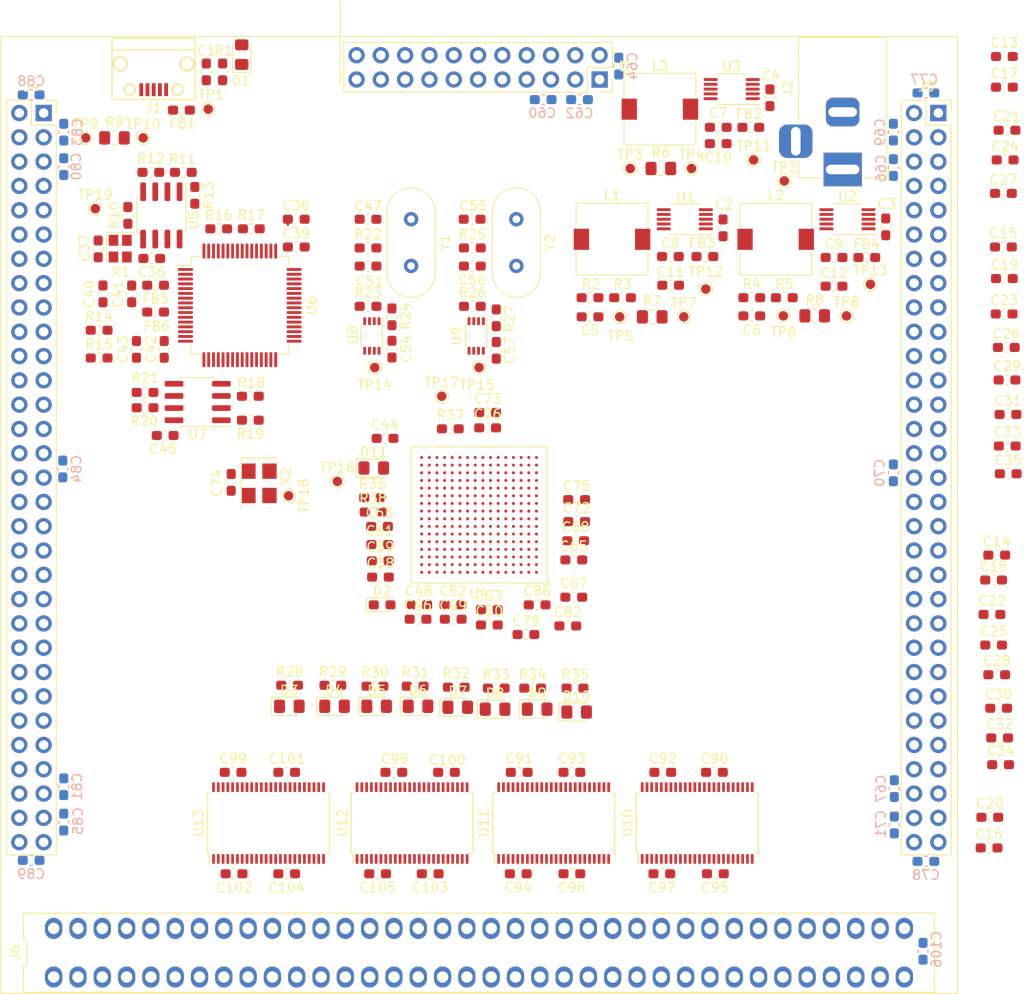
<source format=kicad_pcb>
(kicad_pcb (version 20171130) (host pcbnew "(5.1.2)-1")
  (layers (0 F.Cu signal) (1 In1.Cu power hide) (2 In2.Cu signal hide) (3 In3.Cu signal hide) (4 In4.Cu power hide) (31 B.Cu signal) (34 B.Paste user) (35 F.Paste user) (36 B.SilkS user) (37 F.SilkS user) (38 B.Mask user) (39 F.Mask user) (44 Edge.Cuts user))
  (net 0 "")
  (net 1 GND)
  (net 2 +3V3_FTDI)
  (net 3 "/Vin(+5V-+10V)")
  (net 4 "Net-(C5-Pad1)")
  (net 5 "Net-(C5-Pad2)")
  (net 6 "Net-(C6-Pad2)")
  (net 7 "Net-(C6-Pad1)")
  (net 8 "Net-(C7-Pad1)")
  (net 9 "Net-(C8-Pad1)")
  (net 10 "Net-(C9-Pad1)")
  (net 11 +3V3)
  (net 12 +5V)
  (net 13 +1V2)
  (net 14 +1V8_FTDI)
  (net 15 "Net-(C40-Pad1)")
  (net 16 "Net-(C42-Pad1)")
  (net 17 "Net-(C47-Pad1)")
  (net 18 "Net-(C50-Pad2)")
  (net 19 "Net-(C51-Pad1)")
  (net 20 "Net-(C55-Pad1)")
  (net 21 "Net-(C56-Pad1)")
  (net 22 "Net-(C73-Pad2)")
  (net 23 "Net-(D1-Pad2)")
  (net 24 "Net-(D2-Pad1)")
  (net 25 "Net-(D3-Pad2)")
  (net 26 "Net-(D4-Pad2)")
  (net 27 "Net-(D5-Pad2)")
  (net 28 "Net-(D6-Pad2)")
  (net 29 "Net-(D7-Pad2)")
  (net 30 "Net-(D8-Pad2)")
  (net 31 "Net-(D9-Pad2)")
  (net 32 "Net-(D10-Pad2)")
  (net 33 iCE_DONE)
  (net 34 "Net-(FB1-Pad1)")
  (net 35 "Net-(J1-Pad4)")
  (net 36 USB_DP)
  (net 37 USB_DM)
  (net 38 "/ICENES io1/GPIO_G11")
  (net 39 "/ICENES io1/GPIO_F15")
  (net 40 "/ICENES io1/GPIO_F16")
  (net 41 "/ICENES io1/GPIO_G14")
  (net 42 "/ICENES io1/GPIO_G10")
  (net 43 "/ICENES io1/GPIO_E16")
  (net 44 "/ICENES io1/GPIO_G15")
  (net 45 "/ICENES io1/GPIO_G13")
  (net 46 "/ICENES io1/GPIO_H12")
  (net 47 "/ICENES io1/GPIO_D16")
  (net 48 "/ICENES io1/GPIO_G16")
  (net 49 "/ICENES io1/GPIO_G12")
  (net 50 "/ICENES io1/GPIO_H14")
  (net 51 "/ICENES io1/GPIO_F14")
  (net 52 "/ICENES io1/GPIO_H13")
  (net 53 "/ICENES io1/GPIO_F12")
  (net 54 "/ICENES io2/GPIO_N4")
  (net 55 "/ICENES io2/GPIO_N9")
  (net 56 "/ICENES io2/GPIO_R1")
  (net 57 "/ICENES io2/GPIO_P7")
  (net 58 "/ICENES io2/GPIO_M5")
  (net 59 "/ICENES io2/GPIO_T8")
  (net 60 "/ICENES io2/GPIO_P13")
  (net 61 "/ICENES io2/GPIO_T7")
  (net 62 "/ICENES io2/GPIO_K11")
  (net 63 "/ICENES io2/GPIO_L9")
  (net 64 "/ICENES io2/GPIO_R16")
  (net 65 "/ICENES io2/GPIO_T6")
  (net 66 "/ICENES io2/GPIO_M12")
  (net 67 "/ICENES io2/GPIO_P8")
  (net 68 "/ICENES io2/GPIO_T16")
  (net 69 "/ICENES io2/GPIO_R6")
  (net 70 "/ICENES io2/GPIO_L11")
  (net 71 "/ICENES io2/GPIO_T5")
  (net 72 "/ICENES io2/GPIO_N12")
  (net 73 "/ICENES io2/GPIO_M8")
  (net 74 "/ICENES io2/GPIO_T13")
  (net 75 "/ICENES io2/GPIO_P6")
  (net 76 "/ICENES io2/GPIO_N7")
  (net 77 "/ICENES io2/GPIO_M11")
  (net 78 "/ICENES io2/GPIO_M7")
  (net 79 "/ICENES io2/GPIO_T14")
  (net 80 "/ICENES io2/GPIO_R4")
  (net 81 "/ICENES io2/GPIO_T15")
  (net 82 "/ICENES io2/GPIO_T3")
  (net 83 "/ICENES io2/GPIO_T11")
  (net 84 "/ICENES io2/GPIO_R5")
  (net 85 "/ICENES io2/GPIO_T10")
  (net 86 "/ICENES io2/GPIO_R3")
  (net 87 "/ICENES io2/GPIO_N10")
  (net 88 "/ICENES io2/GPIO_P5")
  (net 89 "/ICENES io2/GPIO_P10")
  (net 90 "/ICENES io2/GPIO_T2")
  (net 91 "/ICENES io2/GPIO_L10")
  (net 92 "/ICENES io2/GPIO_N5")
  (net 93 "/ICENES io2/GPIO_R10")
  (net 94 "/ICENES io2/GPIO_R2")
  (net 95 "/ICENES io2/GPIO_P9")
  (net 96 "/ICENES io2/GPIO_P4")
  (net 97 "/ICENES io2/GPIO_M9")
  (net 98 "/ICENES io2/GPIO_T1")
  (net 99 "/ICENES io2/GPIO_T9")
  (net 100 "/ICENES io2/GPIO_N6")
  (net 101 "/ICENES io2/GPIO_E4")
  (net 102 "/ICENES io2/GPIO_J5")
  (net 103 "/ICENES io2/GPIO_B2")
  (net 104 "/ICENES io2/GPIO_H1")
  (net 105 "/ICENES io2/GPIO_F5")
  (net 106 "/ICENES io2/GPIO_J2")
  (net 107 "/ICENES io2/GPIO_B1")
  (net 108 "/ICENES io2/GPIO_J1")
  (net 109 "/ICENES io2/GPIO_C1")
  (net 110 "/ICENES io2/GPIO_K1")
  (net 111 "/ICENES io2/GPIO_C2")
  (net 112 "/ICENES io2/GPIO_K3")
  (net 113 "/ICENES io2/GPIO_F4")
  (net 114 "/ICENES io2/GPIO_L4")
  (net 115 "/ICENES io2/GPIO_D2")
  (net 116 "/ICENES io2/GPIO_L1")
  (net 117 "/ICENES io2/GPIO_G5")
  (net 118 "/ICENES io2/GPIO_K4")
  (net 119 "/ICENES io2/GPIO_D1")
  (net 120 "/ICENES io2/GPIO_M1")
  (net 121 "/ICENES io2/GPIO_G4")
  (net 122 "/ICENES io2/GPIO_L6")
  (net 123 "/ICENES io2/GPIO_E3")
  (net 124 "/ICENES io2/GPIO_L3")
  (net 125 "/ICENES io2/GPIO_H5")
  (net 126 "/ICENES io2/GPIO_E2")
  (net 127 "/ICENES io2/GPIO_K5")
  (net 128 "/ICENES io2/GPIO_G3")
  (net 129 "/ICENES io2/GPIO_M2")
  (net 130 "/ICENES io2/GPIO_F3")
  (net 131 "/ICENES io2/GPIO_L7")
  (net 132 "/ICENES io2/GPIO_H3")
  (net 133 "/ICENES io2/GPIO_N2")
  (net 134 "/ICENES io2/GPIO_F2")
  (net 135 "/ICENES io2/GPIO_M6")
  (net 136 "/ICENES io2/GPIO_H6")
  (net 137 "/ICENES io2/GPIO_M3")
  (net 138 "/ICENES io2/GPIO_F1")
  (net 139 "/ICENES io2/GPIO_L5")
  (net 140 "/ICENES io2/GPIO_H4")
  (net 141 "/ICENES io2/GPIO_N3")
  (net 142 "/ICENES io2/GPIO_G2")
  (net 143 "/ICENES io2/GPIO_P1")
  (net 144 "/ICENES io2/GPIO_J4")
  (net 145 "/ICENES io2/GPIO_M4")
  (net 146 "/ICENES io2/GPIO_H2")
  (net 147 "/ICENES io2/GPIO_P2")
  (net 148 "/ICENES NES Connector/NES_SYSTEM_CLK")
  (net 149 "/ICENES NES Connector/NES_M2")
  (net 150 "/ICENES NES Connector/NES_CPU_A11")
  (net 151 "/ICENES NES Connector/NES_CPU_A12")
  (net 152 "/ICENES NES Connector/NES_CPU_A10")
  (net 153 "/ICENES NES Connector/NES_CPU_A13")
  (net 154 "/ICENES NES Connector/NES_CPU_A9")
  (net 155 "/ICENES NES Connector/NES_CPU_A14")
  (net 156 "/ICENES NES Connector/NES_CPU_A8")
  (net 157 "/ICENES NES Connector/NES_CPU_D7")
  (net 158 "/ICENES NES Connector/NES_CPU_A7")
  (net 159 "/ICENES NES Connector/NES_CPU_D6")
  (net 160 "/ICENES NES Connector/NES_CPU_A6")
  (net 161 "/ICENES NES Connector/NES_CPU_D5")
  (net 162 "/ICENES NES Connector/NES_CPU_A5")
  (net 163 "/ICENES NES Connector/NES_CPU_D4")
  (net 164 "/ICENES NES Connector/NES_CPU_A4")
  (net 165 "/ICENES NES Connector/NES_CPU_D3")
  (net 166 "/ICENES NES Connector/NES_CPU_A3")
  (net 167 "/ICENES NES Connector/NES_CPU_D2")
  (net 168 "/ICENES NES Connector/NES_CPU_A2")
  (net 169 "/ICENES NES Connector/NES_CPU_D1")
  (net 170 "/ICENES NES Connector/NES_CPU_A1")
  (net 171 "/ICENES NES Connector/NES_CPU_D0")
  (net 172 "/ICENES NES Connector/NES_CPU_A0")
  (net 173 "/ICENES NES Connector/~NES_ROMSEL")
  (net 174 "/ICENES NES Connector/NES_CPU_RW")
  (net 175 "Net-(J6-Pad51)")
  (net 176 "/ICENES NES Connector/~NES_IRQ")
  (net 177 "Net-(J6-Pad52)")
  (net 178 "Net-(J6-Pad16)")
  (net 179 "Net-(J6-Pad53)")
  (net 180 "Net-(J6-Pad17)")
  (net 181 "Net-(J6-Pad54)")
  (net 182 "Net-(J6-Pad18)")
  (net 183 "Net-(J6-Pad55)")
  (net 184 "Net-(J6-Pad19)")
  (net 185 "/ICENES NES Connector/~NES_PPU_WR")
  (net 186 "Net-(J6-Pad20)")
  (net 187 "/ICENES NES Connector/~NES_CIRAM_CE")
  (net 188 "/ICENES NES Connector/~NES_PPU_RD")
  (net 189 "/ICENES NES Connector/~NES_PPU_A13")
  (net 190 "/ICENES NES Connector/NES_CIRAM_A10")
  (net 191 "/ICENES NES Connector/NES_PPU_A7")
  (net 192 "/ICENES NES Connector/NES_PPU_A6")
  (net 193 "/ICENES NES Connector/NES_PPU_A8")
  (net 194 "/ICENES NES Connector/NES_PPU_A5")
  (net 195 "/ICENES NES Connector/NES_PPU_A9")
  (net 196 "/ICENES NES Connector/NES_PPU_A4")
  (net 197 "/ICENES NES Connector/NES_PPU_A11")
  (net 198 "/ICENES NES Connector/NES_PPU_A3")
  (net 199 "/ICENES NES Connector/NES_PPU_A10")
  (net 200 "/ICENES NES Connector/NES_PPU_A2")
  (net 201 "/ICENES NES Connector/NES_PPU_A12")
  (net 202 "/ICENES NES Connector/NES_PPU_A1")
  (net 203 "/ICENES NES Connector/NES_PPU_A13")
  (net 204 "/ICENES NES Connector/NES_PPU_A0")
  (net 205 "/ICENES NES Connector/NES_PPU_D7")
  (net 206 "/ICENES NES Connector/NES_PPU_D0")
  (net 207 "/ICENES NES Connector/NES_PPU_D6")
  (net 208 "/ICENES NES Connector/NES_PPU_D1")
  (net 209 "/ICENES NES Connector/NES_PPU_D5")
  (net 210 "/ICENES NES Connector/NES_PPU_D2")
  (net 211 "/ICENES NES Connector/NES_PPU_D4")
  (net 212 "/ICENES NES Connector/NES_PPU_D3")
  (net 213 "/ICENES NES Connector/~NES_CIC_RST")
  (net 214 "/ICENES NES Connector/NES_CICtoPak")
  (net 215 "/ICENES NES Connector/NES_CIC_CLK")
  (net 216 "/ICENES NES Connector/NES_CICtoMB")
  (net 217 "Net-(L1-Pad1)")
  (net 218 "Net-(L2-Pad1)")
  (net 219 "Net-(L3-Pad2)")
  (net 220 "Net-(L3-Pad1)")
  (net 221 "Net-(R10-Pad2)")
  (net 222 "Net-(R11-Pad2)")
  (net 223 "Net-(R12-Pad2)")
  (net 224 "Net-(R13-Pad2)")
  (net 225 "Net-(R14-Pad2)")
  (net 226 "Net-(R15-Pad2)")
  (net 227 "Net-(R16-Pad2)")
  (net 228 "Net-(R18-Pad2)")
  (net 229 "/ICENES USB and flash/iCE_SS_B")
  (net 230 "Net-(R20-Pad2)")
  (net 231 "/ICENES USB and flash/iCE_SCK")
  (net 232 "Net-(R22-Pad1)")
  (net 233 "Net-(R24-Pad2)")
  (net 234 "Net-(R25-Pad1)")
  (net 235 "Net-(R27-Pad2)")
  (net 236 "/ICENES io1/LED7")
  (net 237 "/ICENES io1/LED6")
  (net 238 "/ICENES io1/LED5")
  (net 239 "/ICENES io1/LED4")
  (net 240 "/ICENES io1/LED3")
  (net 241 "/ICENES io1/LED2")
  (net 242 "/ICENES io1/LED1")
  (net 243 "/ICENES io1/LED0")
  (net 244 iCE_CREST)
  (net 245 "/ICENES io1/ICE_CLK_21.47727MHz")
  (net 246 "/ICENES io1/ICE_CLK_26.601712MHz")
  (net 247 "/ICENES io2/ICE_CLK_133MHz")
  (net 248 "Net-(U1-Pad2)")
  (net 249 "Net-(U1-Pad4)")
  (net 250 "Net-(U2-Pad4)")
  (net 251 "Net-(U2-Pad2)")
  (net 252 "Net-(U3-Pad4)")
  (net 253 "Net-(U3-Pad2)")
  (net 254 ICE_CPU_A0)
  (net 255 "Net-(U4-PadG1)")
  (net 256 ICE_CPU_A2)
  (net 257 ICE_PPU_D7)
  (net 258 ICE_PPU_D3)
  (net 259 ICE_PPU_D4)
  (net 260 ICE_CLK_12MHZ)
  (net 261 ICE_CPU_A3)
  (net 262 CPU_DATA_DIR)
  (net 263 ICE_PPU_D6)
  (net 264 ICE_CPU_A6)
  (net 265 ICE_CPU_A5)
  (net 266 ~PPU_DATA_OE)
  (net 267 ICE_CPU_A1)
  (net 268 ICE_PPU_D5)
  (net 269 ICE_CPU_A8)
  (net 270 ICE_CPU_A11)
  (net 271 ICE_CPU_A10)
  (net 272 ICE_CPU_A7)
  (net 273 ICE_CPU_A4)
  (net 274 ICE_CPU_A14)
  (net 275 ICE_CPU_A12)
  (net 276 ICE_CPU_A13)
  (net 277 ICE_CPU_A9)
  (net 278 ICE_CPU_RW)
  (net 279 PPU_DATA_DIR)
  (net 280 CPU_ADDR_DIR)
  (net 281 ICE_PPU_A13)
  (net 282 ~CPU_ADDR_OE)
  (net 283 ICE_PPU_A10)
  (net 284 ICE_PPU_A12)
  (net 285 ICE_PPU_A11)
  (net 286 ~ICE_PPU_A13)
  (net 287 "Net-(U4-PadR9)")
  (net 288 ICE_PPU_A7)
  (net 289 ICE_PPU_A4)
  (net 290 ICE_PPU_A6)
  (net 291 ICE_PPU_A9)
  (net 292 ICE_PPU_A0)
  (net 293 ICE_SYSTEM_CLK)
  (net 294 ICE_PPU_A8)
  (net 295 ICE_PPU_A5)
  (net 296 ICE_PPU_A1)
  (net 297 ICE_PPU_A2)
  (net 298 DSRn)
  (net 299 ~CPU_DATA_OE)
  (net 300 ~ICE_PPU_RD)
  (net 301 "/ICENES USB and flash/FLASH_MOSI")
  (net 302 ICE_PPU_A3)
  (net 303 DTRn)
  (net 304 "Net-(U4-PadD12)")
  (net 305 ~ICE_IRQ)
  (net 306 ~MISC_OE1)
  (net 307 ICE_CPU_D3)
  (net 308 "/ICENES USB and flash/FLASH_MISO")
  (net 309 ~ICE_PPU_WR)
  (net 310 DCDn)
  (net 311 RTSn)
  (net 312 ~ICE_CIRAM_CE)
  (net 313 ICE_CIC_CLK)
  (net 314 ICE_CPU_D1)
  (net 315 ICE_CPU_D5)
  (net 316 CTSn)
  (net 317 RS232_RX_TTL)
  (net 318 ICE_CICtoMB)
  (net 319 ICE_CICtoPak)
  (net 320 ICE_CPU_D0)
  (net 321 ICE_CPU_D4)
  (net 322 "Net-(U4-PadN14)")
  (net 323 ICE_PPU_D0)
  (net 324 ICE_PPU_D2)
  (net 325 PPU_ADDR_DIR)
  (net 326 RS232_TX_TTL)
  (net 327 ~ICE_CIC_RST)
  (net 328 ~MISC_OE2)
  (net 329 ICE_M2)
  (net 330 ICE_CPU_D7)
  (net 331 ICE_PPU_D1)
  (net 332 ~PPU_ADDR_OE)
  (net 333 ICE_CIRAM_A10)
  (net 334 MISC_DIR2)
  (net 335 ~ICE_ROMSEL)
  (net 336 MISC_DIR1)
  (net 337 ICE_CPU_D2)
  (net 338 ICE_CPU_D6)
  (net 339 "Net-(U5-Pad7)")
  (net 340 "Net-(U6-Pad3)")
  (net 341 "Net-(U6-Pad19)")
  (net 342 "Net-(U6-Pad22)")
  (net 343 "Net-(U6-Pad26)")
  (net 344 "Net-(U6-Pad27)")
  (net 345 "Net-(U6-Pad28)")
  (net 346 "Net-(U6-Pad29)")
  (net 347 "Net-(U6-Pad30)")
  (net 348 "Net-(U6-Pad32)")
  (net 349 "Net-(U6-Pad33)")
  (net 350 "Net-(U6-Pad34)")
  (net 351 "Net-(U6-Pad36)")
  (net 352 "Net-(U6-Pad46)")
  (net 353 "Net-(U6-Pad48)")
  (net 354 "Net-(U6-Pad52)")
  (net 355 "Net-(U6-Pad53)")
  (net 356 "Net-(U6-Pad54)")
  (net 357 "Net-(U6-Pad55)")
  (net 358 "Net-(U6-Pad57)")
  (net 359 "Net-(U6-Pad58)")
  (net 360 "Net-(U6-Pad60)")
  (net 361 "Net-(U8-Pad5)")
  (net 362 "Net-(U8-Pad6)")
  (net 363 "Net-(U9-Pad6)")
  (net 364 "Net-(U9-Pad5)")
  (net 365 "Net-(U13-Pad5)")
  (net 366 "Net-(U13-Pad13)")
  (net 367 "Net-(U13-Pad16)")
  (net 368 "Net-(U13-Pad19)")
  (net 369 "Net-(U13-Pad22)")
  (net 370 "Net-(U13-Pad27)")
  (net 371 "Net-(U13-Pad30)")
  (net 372 "Net-(U13-Pad33)")
  (net 373 "Net-(U13-Pad36)")
  (net 374 "Net-(U13-Pad44)")
  (net 375 USB_VBUS)
  (net 376 "Net-(D11-Pad2)")
  (module Capacitor_SMD:C_0603_1608Metric_Pad1.05x0.95mm_HandSolder (layer F.Cu) (at 80.9 72)
    (fp_text reference C39 (at 0 -1.43) (layer F.SilkS))
    (fp_text value C0.1uF)
    (pad 1 smd roundrect (at -0.875 0) (size 1.05 0.95) (layers F.Cu F.Paste F.Mask) (net 14 +1V8_FTDI))
    (pad 2 smd roundrect (at 0.875 0) (size 1.05 0.95) (layers F.Cu F.Paste F.Mask) (net 1 GND))
  )
  (module icenes-library:Sumida_L_7.5x7.5_H4.5 (layer F.Cu) (at 113.9 71.2 180)
    (fp_text reference L1 (at 0 4.6) (layer F.SilkS))
    (fp_text value L10uH)
    (pad 2 smd rect (at 3.2 0 180) (size 1.6 2.2) (layers F.Cu F.Paste F.Mask) (net 4 "Net-(C5-Pad1)"))
    (pad 1 smd rect (at -3.2 0 180) (size 1.6 2.2) (layers F.Cu F.Paste F.Mask) (net 217 "Net-(L1-Pad1)"))
  )
  (module Package_BGA:BGA-256_14.0x14.0mm_Layout16x16_P0.8mm_Ball0.45mm_Pad0.32mm_NSMD (layer F.Cu) (at 100 100 180)
    (fp_text reference U4 (at 0 -8.2) (layer F.SilkS))
    (fp_text value iCE40HX8K-CT256)
    (pad A1 smd circle (at -6 -6 180) (size 0.32 0.32) (layers F.Cu F.Paste F.Mask) (net 254 ICE_CPU_A0))
    (pad B1 smd circle (at -6 -5.2 180) (size 0.32 0.32) (layers F.Cu F.Paste F.Mask) (net 107 "/ICENES io2/GPIO_B1"))
    (pad C1 smd circle (at -6 -4.4 180) (size 0.32 0.32) (layers F.Cu F.Paste F.Mask) (net 109 "/ICENES io2/GPIO_C1"))
    (pad D1 smd circle (at -6 -3.6 180) (size 0.32 0.32) (layers F.Cu F.Paste F.Mask) (net 119 "/ICENES io2/GPIO_D1"))
    (pad E1 smd circle (at -6 -2.8 180) (size 0.32 0.32) (layers F.Cu F.Paste F.Mask) (net 11 +3V3))
    (pad F1 smd circle (at -6 -2 180) (size 0.32 0.32) (layers F.Cu F.Paste F.Mask) (net 138 "/ICENES io2/GPIO_F1"))
    (pad G1 smd circle (at -6 -1.2 180) (size 0.32 0.32) (layers F.Cu F.Paste F.Mask) (net 255 "Net-(U4-PadG1)"))
    (pad H1 smd circle (at -6 -0.4 180) (size 0.32 0.32) (layers F.Cu F.Paste F.Mask) (net 104 "/ICENES io2/GPIO_H1"))
    (pad J1 smd circle (at -6 0.4 180) (size 0.32 0.32) (layers F.Cu F.Paste F.Mask) (net 108 "/ICENES io2/GPIO_J1"))
    (pad K1 smd circle (at -6 1.2 180) (size 0.32 0.32) (layers F.Cu F.Paste F.Mask) (net 110 "/ICENES io2/GPIO_K1"))
    (pad L1 smd circle (at -6 2 180) (size 0.32 0.32) (layers F.Cu F.Paste F.Mask) (net 116 "/ICENES io2/GPIO_L1"))
    (pad M1 smd circle (at -6 2.8 180) (size 0.32 0.32) (layers F.Cu F.Paste F.Mask) (net 120 "/ICENES io2/GPIO_M1"))
    (pad N1 smd circle (at -6 3.6 180) (size 0.32 0.32) (layers F.Cu F.Paste F.Mask) (net 11 +3V3))
    (pad P1 smd circle (at -6 4.4 180) (size 0.32 0.32) (layers F.Cu F.Paste F.Mask) (net 143 "/ICENES io2/GPIO_P1"))
    (pad R1 smd circle (at -6 5.2 180) (size 0.32 0.32) (layers F.Cu F.Paste F.Mask) (net 56 "/ICENES io2/GPIO_R1"))
    (pad T1 smd circle (at -6 6 180) (size 0.32 0.32) (layers F.Cu F.Paste F.Mask) (net 98 "/ICENES io2/GPIO_T1"))
    (pad A2 smd circle (at -5.2 -6 180) (size 0.32 0.32) (layers F.Cu F.Paste F.Mask) (net 256 ICE_CPU_A2))
    (pad B2 smd circle (at -5.2 -5.2 180) (size 0.32 0.32) (layers F.Cu F.Paste F.Mask) (net 103 "/ICENES io2/GPIO_B2"))
    (pad C2 smd circle (at -5.2 -4.4 180) (size 0.32 0.32) (layers F.Cu F.Paste F.Mask) (net 111 "/ICENES io2/GPIO_C2"))
    (pad D2 smd circle (at -5.2 -3.6 180) (size 0.32 0.32) (layers F.Cu F.Paste F.Mask) (net 115 "/ICENES io2/GPIO_D2"))
    (pad E2 smd circle (at -5.2 -2.8 180) (size 0.32 0.32) (layers F.Cu F.Paste F.Mask) (net 126 "/ICENES io2/GPIO_E2"))
    (pad F2 smd circle (at -5.2 -2 180) (size 0.32 0.32) (layers F.Cu F.Paste F.Mask) (net 134 "/ICENES io2/GPIO_F2"))
    (pad G2 smd circle (at -5.2 -1.2 180) (size 0.32 0.32) (layers F.Cu F.Paste F.Mask) (net 142 "/ICENES io2/GPIO_G2"))
    (pad H2 smd circle (at -5.2 -0.4 180) (size 0.32 0.32) (layers F.Cu F.Paste F.Mask) (net 146 "/ICENES io2/GPIO_H2"))
    (pad J2 smd circle (at -5.2 0.4 180) (size 0.32 0.32) (layers F.Cu F.Paste F.Mask) (net 106 "/ICENES io2/GPIO_J2"))
    (pad K2 smd circle (at -5.2 1.2 180) (size 0.32 0.32) (layers F.Cu F.Paste F.Mask) (net 1 GND))
    (pad L2 smd circle (at -5.2 2 180) (size 0.32 0.32) (layers F.Cu F.Paste F.Mask) (net 13 +1V2))
    (pad M2 smd circle (at -5.2 2.8 180) (size 0.32 0.32) (layers F.Cu F.Paste F.Mask) (net 129 "/ICENES io2/GPIO_M2"))
    (pad N2 smd circle (at -5.2 3.6 180) (size 0.32 0.32) (layers F.Cu F.Paste F.Mask) (net 133 "/ICENES io2/GPIO_N2"))
    (pad P2 smd circle (at -5.2 4.4 180) (size 0.32 0.32) (layers F.Cu F.Paste F.Mask) (net 147 "/ICENES io2/GPIO_P2"))
    (pad R2 smd circle (at -5.2 5.2 180) (size 0.32 0.32) (layers F.Cu F.Paste F.Mask) (net 94 "/ICENES io2/GPIO_R2"))
    (pad T2 smd circle (at -5.2 6 180) (size 0.32 0.32) (layers F.Cu F.Paste F.Mask) (net 90 "/ICENES io2/GPIO_T2"))
    (pad A3 smd circle (at -4.4 -6 180) (size 0.32 0.32) (layers F.Cu F.Paste F.Mask) (net 11 +3V3))
    (pad B3 smd circle (at -4.4 -5.2 180) (size 0.32 0.32) (layers F.Cu F.Paste F.Mask) (net 257 ICE_PPU_D7))
    (pad C3 smd circle (at -4.4 -4.4 180) (size 0.32 0.32) (layers F.Cu F.Paste F.Mask) (net 258 ICE_PPU_D3))
    (pad D3 smd circle (at -4.4 -3.6 180) (size 0.32 0.32) (layers F.Cu F.Paste F.Mask) (net 259 ICE_PPU_D4))
    (pad E3 smd circle (at -4.4 -2.8 180) (size 0.32 0.32) (layers F.Cu F.Paste F.Mask) (net 123 "/ICENES io2/GPIO_E3"))
    (pad F3 smd circle (at -4.4 -2 180) (size 0.32 0.32) (layers F.Cu F.Paste F.Mask) (net 130 "/ICENES io2/GPIO_F3"))
    (pad G3 smd circle (at -4.4 -1.2 180) (size 0.32 0.32) (layers F.Cu F.Paste F.Mask) (net 128 "/ICENES io2/GPIO_G3"))
    (pad H3 smd circle (at -4.4 -0.4 180) (size 0.32 0.32) (layers F.Cu F.Paste F.Mask) (net 132 "/ICENES io2/GPIO_H3"))
    (pad J3 smd circle (at -4.4 0.4 180) (size 0.32 0.32) (layers F.Cu F.Paste F.Mask) (net 260 ICE_CLK_12MHZ))
    (pad K3 smd circle (at -4.4 1.2 180) (size 0.32 0.32) (layers F.Cu F.Paste F.Mask) (net 112 "/ICENES io2/GPIO_K3"))
    (pad L3 smd circle (at -4.4 2 180) (size 0.32 0.32) (layers F.Cu F.Paste F.Mask) (net 124 "/ICENES io2/GPIO_L3"))
    (pad M3 smd circle (at -4.4 2.8 180) (size 0.32 0.32) (layers F.Cu F.Paste F.Mask) (net 137 "/ICENES io2/GPIO_M3"))
    (pad N3 smd circle (at -4.4 3.6 180) (size 0.32 0.32) (layers F.Cu F.Paste F.Mask) (net 141 "/ICENES io2/GPIO_N3"))
    (pad P3 smd circle (at -4.4 4.4 180) (size 0.32 0.32) (layers F.Cu F.Paste F.Mask) (net 11 +3V3))
    (pad R3 smd circle (at -4.4 5.2 180) (size 0.32 0.32) (layers F.Cu F.Paste F.Mask) (net 86 "/ICENES io2/GPIO_R3"))
    (pad T3 smd circle (at -4.4 6 180) (size 0.32 0.32) (layers F.Cu F.Paste F.Mask) (net 82 "/ICENES io2/GPIO_T3"))
    (pad A4 smd circle (at -3.6 -6 180) (size 0.32 0.32) (layers F.Cu F.Paste F.Mask) (net 1 GND))
    (pad B4 smd circle (at -3.6 -5.2 180) (size 0.32 0.32) (layers F.Cu F.Paste F.Mask) (net 261 ICE_CPU_A3))
    (pad C4 smd circle (at -3.6 -4.4 180) (size 0.32 0.32) (layers F.Cu F.Paste F.Mask) (net 262 CPU_DATA_DIR))
    (pad D4 smd circle (at -3.6 -3.6 180) (size 0.32 0.32) (layers F.Cu F.Paste F.Mask) (net 263 ICE_PPU_D6))
    (pad E4 smd circle (at -3.6 -2.8 180) (size 0.32 0.32) (layers F.Cu F.Paste F.Mask) (net 101 "/ICENES io2/GPIO_E4"))
    (pad F4 smd circle (at -3.6 -2 180) (size 0.32 0.32) (layers F.Cu F.Paste F.Mask) (net 113 "/ICENES io2/GPIO_F4"))
    (pad G4 smd circle (at -3.6 -1.2 180) (size 0.32 0.32) (layers F.Cu F.Paste F.Mask) (net 121 "/ICENES io2/GPIO_G4"))
    (pad H4 smd circle (at -3.6 -0.4 180) (size 0.32 0.32) (layers F.Cu F.Paste F.Mask) (net 140 "/ICENES io2/GPIO_H4"))
    (pad J4 smd circle (at -3.6 0.4 180) (size 0.32 0.32) (layers F.Cu F.Paste F.Mask) (net 144 "/ICENES io2/GPIO_J4"))
    (pad K4 smd circle (at -3.6 1.2 180) (size 0.32 0.32) (layers F.Cu F.Paste F.Mask) (net 118 "/ICENES io2/GPIO_K4"))
    (pad L4 smd circle (at -3.6 2 180) (size 0.32 0.32) (layers F.Cu F.Paste F.Mask) (net 114 "/ICENES io2/GPIO_L4"))
    (pad M4 smd circle (at -3.6 2.8 180) (size 0.32 0.32) (layers F.Cu F.Paste F.Mask) (net 145 "/ICENES io2/GPIO_M4"))
    (pad N4 smd circle (at -3.6 3.6 180) (size 0.32 0.32) (layers F.Cu F.Paste F.Mask) (net 54 "/ICENES io2/GPIO_N4"))
    (pad P4 smd circle (at -3.6 4.4 180) (size 0.32 0.32) (layers F.Cu F.Paste F.Mask) (net 96 "/ICENES io2/GPIO_P4"))
    (pad R4 smd circle (at -3.6 5.2 180) (size 0.32 0.32) (layers F.Cu F.Paste F.Mask) (net 80 "/ICENES io2/GPIO_R4"))
    (pad T4 smd circle (at -3.6 6 180) (size 0.32 0.32) (layers F.Cu F.Paste F.Mask) (net 1 GND))
    (pad A5 smd circle (at -2.8 -6 180) (size 0.32 0.32) (layers F.Cu F.Paste F.Mask) (net 264 ICE_CPU_A6))
    (pad B5 smd circle (at -2.8 -5.2 180) (size 0.32 0.32) (layers F.Cu F.Paste F.Mask) (net 265 ICE_CPU_A5))
    (pad C5 smd circle (at -2.8 -4.4 180) (size 0.32 0.32) (layers F.Cu F.Paste F.Mask) (net 266 ~PPU_DATA_OE))
    (pad D5 smd circle (at -2.8 -3.6 180) (size 0.32 0.32) (layers F.Cu F.Paste F.Mask) (net 267 ICE_CPU_A1))
    (pad E5 smd circle (at -2.8 -2.8 180) (size 0.32 0.32) (layers F.Cu F.Paste F.Mask) (net 268 ICE_PPU_D5))
    (pad F5 smd circle (at -2.8 -2 180) (size 0.32 0.32) (layers F.Cu F.Paste F.Mask) (net 105 "/ICENES io2/GPIO_F5"))
    (pad G5 smd circle (at -2.8 -1.2 180) (size 0.32 0.32) (layers F.Cu F.Paste F.Mask) (net 117 "/ICENES io2/GPIO_G5"))
    (pad H5 smd circle (at -2.8 -0.4 180) (size 0.32 0.32) (layers F.Cu F.Paste F.Mask) (net 125 "/ICENES io2/GPIO_H5"))
    (pad J5 smd circle (at -2.8 0.4 180) (size 0.32 0.32) (layers F.Cu F.Paste F.Mask) (net 102 "/ICENES io2/GPIO_J5"))
    (pad K5 smd circle (at -2.8 1.2 180) (size 0.32 0.32) (layers F.Cu F.Paste F.Mask) (net 127 "/ICENES io2/GPIO_K5"))
    (pad L5 smd circle (at -2.8 2 180) (size 0.32 0.32) (layers F.Cu F.Paste F.Mask) (net 139 "/ICENES io2/GPIO_L5"))
    (pad M5 smd circle (at -2.8 2.8 180) (size 0.32 0.32) (layers F.Cu F.Paste F.Mask) (net 58 "/ICENES io2/GPIO_M5"))
    (pad N5 smd circle (at -2.8 3.6 180) (size 0.32 0.32) (layers F.Cu F.Paste F.Mask) (net 92 "/ICENES io2/GPIO_N5"))
    (pad P5 smd circle (at -2.8 4.4 180) (size 0.32 0.32) (layers F.Cu F.Paste F.Mask) (net 88 "/ICENES io2/GPIO_P5"))
    (pad R5 smd circle (at -2.8 5.2 180) (size 0.32 0.32) (layers F.Cu F.Paste F.Mask) (net 84 "/ICENES io2/GPIO_R5"))
    (pad T5 smd circle (at -2.8 6 180) (size 0.32 0.32) (layers F.Cu F.Paste F.Mask) (net 71 "/ICENES io2/GPIO_T5"))
    (pad A6 smd circle (at -2 -6 180) (size 0.32 0.32) (layers F.Cu F.Paste F.Mask) (net 269 ICE_CPU_A8))
    (pad B6 smd circle (at -2 -5.2 180) (size 0.32 0.32) (layers F.Cu F.Paste F.Mask) (net 270 ICE_CPU_A11))
    (pad C6 smd circle (at -2 -4.4 180) (size 0.32 0.32) (layers F.Cu F.Paste F.Mask) (net 271 ICE_CPU_A10))
    (pad D6 smd circle (at -2 -3.6 180) (size 0.32 0.32) (layers F.Cu F.Paste F.Mask) (net 272 ICE_CPU_A7))
    (pad E6 smd circle (at -2 -2.8 180) (size 0.32 0.32) (layers F.Cu F.Paste F.Mask) (net 273 ICE_CPU_A4))
    (pad F6 smd circle (at -2 -2 180) (size 0.32 0.32) (layers F.Cu F.Paste F.Mask) (net 13 +1V2))
    (pad G6 smd circle (at -2 -1.2 180) (size 0.32 0.32) (layers F.Cu F.Paste F.Mask) (net 11 +3V3))
    (pad H6 smd circle (at -2 -0.4 180) (size 0.32 0.32) (layers F.Cu F.Paste F.Mask) (net 136 "/ICENES io2/GPIO_H6"))
    (pad J6 smd circle (at -2 0.4 180) (size 0.32 0.32) (layers F.Cu F.Paste F.Mask) (net 11 +3V3))
    (pad K6 smd circle (at -2 1.2 180) (size 0.32 0.32) (layers F.Cu F.Paste F.Mask) (net 13 +1V2))
    (pad L6 smd circle (at -2 2 180) (size 0.32 0.32) (layers F.Cu F.Paste F.Mask) (net 122 "/ICENES io2/GPIO_L6"))
    (pad M6 smd circle (at -2 2.8 180) (size 0.32 0.32) (layers F.Cu F.Paste F.Mask) (net 135 "/ICENES io2/GPIO_M6"))
    (pad N6 smd circle (at -2 3.6 180) (size 0.32 0.32) (layers F.Cu F.Paste F.Mask) (net 100 "/ICENES io2/GPIO_N6"))
    (pad P6 smd circle (at -2 4.4 180) (size 0.32 0.32) (layers F.Cu F.Paste F.Mask) (net 75 "/ICENES io2/GPIO_P6"))
    (pad R6 smd circle (at -2 5.2 180) (size 0.32 0.32) (layers F.Cu F.Paste F.Mask) (net 69 "/ICENES io2/GPIO_R6"))
    (pad T6 smd circle (at -2 6 180) (size 0.32 0.32) (layers F.Cu F.Paste F.Mask) (net 65 "/ICENES io2/GPIO_T6"))
    (pad A7 smd circle (at -1.2 -6 180) (size 0.32 0.32) (layers F.Cu F.Paste F.Mask) (net 274 ICE_CPU_A14))
    (pad B7 smd circle (at -1.2 -5.2 180) (size 0.32 0.32) (layers F.Cu F.Paste F.Mask) (net 275 ICE_CPU_A12))
    (pad C7 smd circle (at -1.2 -4.4 180) (size 0.32 0.32) (layers F.Cu F.Paste F.Mask) (net 276 ICE_CPU_A13))
    (pad D7 smd circle (at -1.2 -3.6 180) (size 0.32 0.32) (layers F.Cu F.Paste F.Mask) (net 277 ICE_CPU_A9))
    (pad E7 smd circle (at -1.2 -2.8 180) (size 0.32 0.32) (layers F.Cu F.Paste F.Mask) (net 18 "Net-(C50-Pad2)"))
    (pad F7 smd circle (at -1.2 -2 180) (size 0.32 0.32) (layers F.Cu F.Paste F.Mask) (net 245 "/ICENES io1/ICE_CLK_21.47727MHz"))
    (pad G7 smd circle (at -1.2 -1.2 180) (size 0.32 0.32) (layers F.Cu F.Paste F.Mask) (net 1 GND))
    (pad H7 smd circle (at -1.2 -0.4 180) (size 0.32 0.32) (layers F.Cu F.Paste F.Mask) (net 1 GND))
    (pad J7 smd circle (at -1.2 0.4 180) (size 0.32 0.32) (layers F.Cu F.Paste F.Mask) (net 1 GND))
    (pad K7 smd circle (at -1.2 1.2 180) (size 0.32 0.32) (layers F.Cu F.Paste F.Mask) (net 1 GND))
    (pad L7 smd circle (at -1.2 2 180) (size 0.32 0.32) (layers F.Cu F.Paste F.Mask) (net 131 "/ICENES io2/GPIO_L7"))
    (pad M7 smd circle (at -1.2 2.8 180) (size 0.32 0.32) (layers F.Cu F.Paste F.Mask) (net 78 "/ICENES io2/GPIO_M7"))
    (pad N7 smd circle (at -1.2 3.6 180) (size 0.32 0.32) (layers F.Cu F.Paste F.Mask) (net 76 "/ICENES io2/GPIO_N7"))
    (pad P7 smd circle (at -1.2 4.4 180) (size 0.32 0.32) (layers F.Cu F.Paste F.Mask) (net 57 "/ICENES io2/GPIO_P7"))
    (pad R7 smd circle (at -1.2 5.2 180) (size 0.32 0.32) (layers F.Cu F.Paste F.Mask) (net 1 GND))
    (pad T7 smd circle (at -1.2 6 180) (size 0.32 0.32) (layers F.Cu F.Paste F.Mask) (net 61 "/ICENES io2/GPIO_T7"))
    (pad A8 smd circle (at -0.4 -6 180) (size 0.32 0.32) (layers F.Cu F.Paste F.Mask) (net 11 +3V3))
    (pad B8 smd circle (at -0.4 -5.2 180) (size 0.32 0.32) (layers F.Cu F.Paste F.Mask) (net 278 ICE_CPU_RW))
    (pad C8 smd circle (at -0.4 -4.4 180) (size 0.32 0.32) (layers F.Cu F.Paste F.Mask) (net 279 PPU_DATA_DIR))
    (pad D8 smd circle (at -0.4 -3.6 180) (size 0.32 0.32) (layers F.Cu F.Paste F.Mask) (net 280 CPU_ADDR_DIR))
    (pad E8 smd circle (at -0.4 -2.8 180) (size 0.32 0.32) (layers F.Cu F.Paste F.Mask) (net 13 +1V2))
    (pad F8 smd circle (at -0.4 -2 180) (size 0.32 0.32) (layers F.Cu F.Paste F.Mask) (net 11 +3V3))
    (pad G8 smd circle (at -0.4 -1.2 180) (size 0.32 0.32) (layers F.Cu F.Paste F.Mask) (net 1 GND))
    (pad H8 smd circle (at -0.4 -0.4 180) (size 0.32 0.32) (layers F.Cu F.Paste F.Mask) (net 1 GND))
    (pad J8 smd circle (at -0.4 0.4 180) (size 0.32 0.32) (layers F.Cu F.Paste F.Mask) (net 1 GND))
    (pad K8 smd circle (at -0.4 1.2 180) (size 0.32 0.32) (layers F.Cu F.Paste F.Mask) (net 11 +3V3))
    (pad L8 smd circle (at -0.4 2 180) (size 0.32 0.32) (layers F.Cu F.Paste F.Mask) (net 13 +1V2))
    (pad M8 smd circle (at -0.4 2.8 180) (size 0.32 0.32) (layers F.Cu F.Paste F.Mask) (net 73 "/ICENES io2/GPIO_M8"))
    (pad N8 smd circle (at -0.4 3.6 180) (size 0.32 0.32) (layers F.Cu F.Paste F.Mask) (net 22 "Net-(C73-Pad2)"))
    (pad P8 smd circle (at -0.4 4.4 180) (size 0.32 0.32) (layers F.Cu F.Paste F.Mask) (net 67 "/ICENES io2/GPIO_P8"))
    (pad R8 smd circle (at -0.4 5.2 180) (size 0.32 0.32) (layers F.Cu F.Paste F.Mask) (net 11 +3V3))
    (pad T8 smd circle (at -0.4 6 180) (size 0.32 0.32) (layers F.Cu F.Paste F.Mask) (net 59 "/ICENES io2/GPIO_T8"))
    (pad A9 smd circle (at 0.4 -6 180) (size 0.32 0.32) (layers F.Cu F.Paste F.Mask) (net 281 ICE_PPU_A13))
    (pad B9 smd circle (at 0.4 -5.2 180) (size 0.32 0.32) (layers F.Cu F.Paste F.Mask) (net 282 ~CPU_ADDR_OE))
    (pad C9 smd circle (at 0.4 -4.4 180) (size 0.32 0.32) (layers F.Cu F.Paste F.Mask) (net 283 ICE_PPU_A10))
    (pad D9 smd circle (at 0.4 -3.6 180) (size 0.32 0.32) (layers F.Cu F.Paste F.Mask) (net 284 ICE_PPU_A12))
    (pad E9 smd circle (at 0.4 -2.8 180) (size 0.32 0.32) (layers F.Cu F.Paste F.Mask) (net 285 ICE_PPU_A11))
    (pad F9 smd circle (at 0.4 -2 180) (size 0.32 0.32) (layers F.Cu F.Paste F.Mask) (net 286 ~ICE_PPU_A13))
    (pad G9 smd circle (at 0.4 -1.2 180) (size 0.32 0.32) (layers F.Cu F.Paste F.Mask) (net 1 GND))
    (pad H9 smd circle (at 0.4 -0.4 180) (size 0.32 0.32) (layers F.Cu F.Paste F.Mask) (net 1 GND))
    (pad J9 smd circle (at 0.4 0.4 180) (size 0.32 0.32) (layers F.Cu F.Paste F.Mask) (net 1 GND))
    (pad K9 smd circle (at 0.4 1.2 180) (size 0.32 0.32) (layers F.Cu F.Paste F.Mask) (net 247 "/ICENES io2/ICE_CLK_133MHz"))
    (pad L9 smd circle (at 0.4 2 180) (size 0.32 0.32) (layers F.Cu F.Paste F.Mask) (net 63 "/ICENES io2/GPIO_L9"))
    (pad M9 smd circle (at 0.4 2.8 180) (size 0.32 0.32) (layers F.Cu F.Paste F.Mask) (net 97 "/ICENES io2/GPIO_M9"))
    (pad N9 smd circle (at 0.4 3.6 180) (size 0.32 0.32) (layers F.Cu F.Paste F.Mask) (net 55 "/ICENES io2/GPIO_N9"))
    (pad P9 smd circle (at 0.4 4.4 180) (size 0.32 0.32) (layers F.Cu F.Paste F.Mask) (net 95 "/ICENES io2/GPIO_P9"))
    (pad R9 smd circle (at 0.4 5.2 180) (size 0.32 0.32) (layers F.Cu F.Paste F.Mask) (net 287 "Net-(U4-PadR9)"))
    (pad T9 smd circle (at 0.4 6 180) (size 0.32 0.32) (layers F.Cu F.Paste F.Mask) (net 99 "/ICENES io2/GPIO_T9"))
    (pad A10 smd circle (at 1.2 -6 180) (size 0.32 0.32) (layers F.Cu F.Paste F.Mask) (net 288 ICE_PPU_A7))
    (pad B10 smd circle (at 1.2 -5.2 180) (size 0.32 0.32) (layers F.Cu F.Paste F.Mask) (net 289 ICE_PPU_A4))
    (pad C10 smd circle (at 1.2 -4.4 180) (size 0.32 0.32) (layers F.Cu F.Paste F.Mask) (net 290 ICE_PPU_A6))
    (pad D10 smd circle (at 1.2 -3.6 180) (size 0.32 0.32) (layers F.Cu F.Paste F.Mask) (net 291 ICE_PPU_A9))
    (pad E10 smd circle (at 1.2 -2.8 180) (size 0.32 0.32) (layers F.Cu F.Paste F.Mask) (net 292 ICE_PPU_A0))
    (pad F10 smd circle (at 1.2 -2 180) (size 0.32 0.32) (layers F.Cu F.Paste F.Mask) (net 13 +1V2))
    (pad G10 smd circle (at 1.2 -1.2 180) (size 0.32 0.32) (layers F.Cu F.Paste F.Mask) (net 42 "/ICENES io1/GPIO_G10"))
    (pad H10 smd circle (at 1.2 -0.4 180) (size 0.32 0.32) (layers F.Cu F.Paste F.Mask) (net 11 +3V3))
    (pad J10 smd circle (at 1.2 0.4 180) (size 0.32 0.32) (layers F.Cu F.Paste F.Mask) (net 293 ICE_SYSTEM_CLK))
    (pad K10 smd circle (at 1.2 1.2 180) (size 0.32 0.32) (layers F.Cu F.Paste F.Mask) (net 13 +1V2))
    (pad L10 smd circle (at 1.2 2 180) (size 0.32 0.32) (layers F.Cu F.Paste F.Mask) (net 91 "/ICENES io2/GPIO_L10"))
    (pad M10 smd circle (at 1.2 2.8 180) (size 0.32 0.32) (layers F.Cu F.Paste F.Mask) (net 33 iCE_DONE))
    (pad N10 smd circle (at 1.2 3.6 180) (size 0.32 0.32) (layers F.Cu F.Paste F.Mask) (net 87 "/ICENES io2/GPIO_N10"))
    (pad P10 smd circle (at 1.2 4.4 180) (size 0.32 0.32) (layers F.Cu F.Paste F.Mask) (net 89 "/ICENES io2/GPIO_P10"))
    (pad R10 smd circle (at 1.2 5.2 180) (size 0.32 0.32) (layers F.Cu F.Paste F.Mask) (net 93 "/ICENES io2/GPIO_R10"))
    (pad T10 smd circle (at 1.2 6 180) (size 0.32 0.32) (layers F.Cu F.Paste F.Mask) (net 85 "/ICENES io2/GPIO_T10"))
    (pad A11 smd circle (at 2 -6 180) (size 0.32 0.32) (layers F.Cu F.Paste F.Mask) (net 294 ICE_PPU_A8))
    (pad B11 smd circle (at 2 -5.2 180) (size 0.32 0.32) (layers F.Cu F.Paste F.Mask) (net 295 ICE_PPU_A5))
    (pad C11 smd circle (at 2 -4.4 180) (size 0.32 0.32) (layers F.Cu F.Paste F.Mask) (net 296 ICE_PPU_A1))
    (pad D11 smd circle (at 2 -3.6 180) (size 0.32 0.32) (layers F.Cu F.Paste F.Mask) (net 297 ICE_PPU_A2))
    (pad E11 smd circle (at 2 -2.8 180) (size 0.32 0.32) (layers F.Cu F.Paste F.Mask) (net 298 DSRn))
    (pad F11 smd circle (at 2 -2 180) (size 0.32 0.32) (layers F.Cu F.Paste F.Mask) (net 242 "/ICENES io1/LED1"))
    (pad G11 smd circle (at 2 -1.2 180) (size 0.32 0.32) (layers F.Cu F.Paste F.Mask) (net 38 "/ICENES io1/GPIO_G11"))
    (pad H11 smd circle (at 2 -0.4 180) (size 0.32 0.32) (layers F.Cu F.Paste F.Mask) (net 299 ~CPU_DATA_OE))
    (pad J11 smd circle (at 2 0.4 180) (size 0.32 0.32) (layers F.Cu F.Paste F.Mask) (net 300 ~ICE_PPU_RD))
    (pad K11 smd circle (at 2 1.2 180) (size 0.32 0.32) (layers F.Cu F.Paste F.Mask) (net 62 "/ICENES io2/GPIO_K11"))
    (pad L11 smd circle (at 2 2 180) (size 0.32 0.32) (layers F.Cu F.Paste F.Mask) (net 70 "/ICENES io2/GPIO_L11"))
    (pad M11 smd circle (at 2 2.8 180) (size 0.32 0.32) (layers F.Cu F.Paste F.Mask) (net 77 "/ICENES io2/GPIO_M11"))
    (pad N11 smd circle (at 2 3.6 180) (size 0.32 0.32) (layers F.Cu F.Paste F.Mask) (net 244 iCE_CREST))
    (pad P11 smd circle (at 2 4.4 180) (size 0.32 0.32) (layers F.Cu F.Paste F.Mask) (net 301 "/ICENES USB and flash/FLASH_MOSI"))
    (pad R11 smd circle (at 2 5.2 180) (size 0.32 0.32) (layers F.Cu F.Paste F.Mask) (net 231 "/ICENES USB and flash/iCE_SCK"))
    (pad T11 smd circle (at 2 6 180) (size 0.32 0.32) (layers F.Cu F.Paste F.Mask) (net 83 "/ICENES io2/GPIO_T11"))
    (pad A12 smd circle (at 2.8 -6 180) (size 0.32 0.32) (layers F.Cu F.Paste F.Mask) (net 1 GND))
    (pad B12 smd circle (at 2.8 -5.2 180) (size 0.32 0.32) (layers F.Cu F.Paste F.Mask) (net 302 ICE_PPU_A3))
    (pad C12 smd circle (at 2.8 -4.4 180) (size 0.32 0.32) (layers F.Cu F.Paste F.Mask) (net 303 DTRn))
    (pad D12 smd circle (at 2.8 -3.6 180) (size 0.32 0.32) (layers F.Cu F.Paste F.Mask) (net 304 "Net-(U4-PadD12)"))
    (pad E12 smd circle (at 2.8 -2.8 180) (size 0.32 0.32) (layers F.Cu F.Paste F.Mask) (net 24 "Net-(D2-Pad1)"))
    (pad F12 smd circle (at 2.8 -2 180) (size 0.32 0.32) (layers F.Cu F.Paste F.Mask) (net 53 "/ICENES io1/GPIO_F12"))
    (pad G12 smd circle (at 2.8 -1.2 180) (size 0.32 0.32) (layers F.Cu F.Paste F.Mask) (net 49 "/ICENES io1/GPIO_G12"))
    (pad H12 smd circle (at 2.8 -0.4 180) (size 0.32 0.32) (layers F.Cu F.Paste F.Mask) (net 46 "/ICENES io1/GPIO_H12"))
    (pad J12 smd circle (at 2.8 0.4 180) (size 0.32 0.32) (layers F.Cu F.Paste F.Mask) (net 305 ~ICE_IRQ))
    (pad K12 smd circle (at 2.8 1.2 180) (size 0.32 0.32) (layers F.Cu F.Paste F.Mask) (net 306 ~MISC_OE1))
    (pad L12 smd circle (at 2.8 2 180) (size 0.32 0.32) (layers F.Cu F.Paste F.Mask) (net 307 ICE_CPU_D3))
    (pad M12 smd circle (at 2.8 2.8 180) (size 0.32 0.32) (layers F.Cu F.Paste F.Mask) (net 66 "/ICENES io2/GPIO_M12"))
    (pad N12 smd circle (at 2.8 3.6 180) (size 0.32 0.32) (layers F.Cu F.Paste F.Mask) (net 72 "/ICENES io2/GPIO_N12"))
    (pad P12 smd circle (at 2.8 4.4 180) (size 0.32 0.32) (layers F.Cu F.Paste F.Mask) (net 308 "/ICENES USB and flash/FLASH_MISO"))
    (pad R12 smd circle (at 2.8 5.2 180) (size 0.32 0.32) (layers F.Cu F.Paste F.Mask) (net 229 "/ICENES USB and flash/iCE_SS_B"))
    (pad T12 smd circle (at 2.8 6 180) (size 0.32 0.32) (layers F.Cu F.Paste F.Mask) (net 1 GND))
    (pad A13 smd circle (at 3.6 -6 180) (size 0.32 0.32) (layers F.Cu F.Paste F.Mask) (net 11 +3V3))
    (pad B13 smd circle (at 3.6 -5.2 180) (size 0.32 0.32) (layers F.Cu F.Paste F.Mask) (net 309 ~ICE_PPU_WR))
    (pad C13 smd circle (at 3.6 -4.4 180) (size 0.32 0.32) (layers F.Cu F.Paste F.Mask) (net 310 DCDn))
    (pad D13 smd circle (at 3.6 -3.6 180) (size 0.32 0.32) (layers F.Cu F.Paste F.Mask) (net 311 RTSn))
    (pad E13 smd circle (at 3.6 -2.8 180) (size 0.32 0.32) (layers F.Cu F.Paste F.Mask) (net 237 "/ICENES io1/LED6"))
    (pad F13 smd circle (at 3.6 -2 180) (size 0.32 0.32) (layers F.Cu F.Paste F.Mask) (net 239 "/ICENES io1/LED4"))
    (pad G13 smd circle (at 3.6 -1.2 180) (size 0.32 0.32) (layers F.Cu F.Paste F.Mask) (net 45 "/ICENES io1/GPIO_G13"))
    (pad H13 smd circle (at 3.6 -0.4 180) (size 0.32 0.32) (layers F.Cu F.Paste F.Mask) (net 52 "/ICENES io1/GPIO_H13"))
    (pad J13 smd circle (at 3.6 0.4 180) (size 0.32 0.32) (layers F.Cu F.Paste F.Mask) (net 312 ~ICE_CIRAM_CE))
    (pad K13 smd circle (at 3.6 1.2 180) (size 0.32 0.32) (layers F.Cu F.Paste F.Mask) (net 313 ICE_CIC_CLK))
    (pad L13 smd circle (at 3.6 2 180) (size 0.32 0.32) (layers F.Cu F.Paste F.Mask) (net 314 ICE_CPU_D1))
    (pad M13 smd circle (at 3.6 2.8 180) (size 0.32 0.32) (layers F.Cu F.Paste F.Mask) (net 315 ICE_CPU_D5))
    (pad N13 smd circle (at 3.6 3.6 180) (size 0.32 0.32) (layers F.Cu F.Paste F.Mask) (net 11 +3V3))
    (pad P13 smd circle (at 3.6 4.4 180) (size 0.32 0.32) (layers F.Cu F.Paste F.Mask) (net 60 "/ICENES io2/GPIO_P13"))
    (pad R13 smd circle (at 3.6 5.2 180) (size 0.32 0.32) (layers F.Cu F.Paste F.Mask) (net 11 +3V3))
    (pad T13 smd circle (at 3.6 6 180) (size 0.32 0.32) (layers F.Cu F.Paste F.Mask) (net 74 "/ICENES io2/GPIO_T13"))
    (pad A14 smd circle (at 4.4 -6 180) (size 0.32 0.32) (layers F.Cu F.Paste F.Mask) (net 13 +1V2))
    (pad B14 smd circle (at 4.4 -5.2 180) (size 0.32 0.32) (layers F.Cu F.Paste F.Mask) (net 316 CTSn))
    (pad C14 smd circle (at 4.4 -4.4 180) (size 0.32 0.32) (layers F.Cu F.Paste F.Mask) (net 317 RS232_RX_TTL))
    (pad D14 smd circle (at 4.4 -3.6 180) (size 0.32 0.32) (layers F.Cu F.Paste F.Mask) (net 236 "/ICENES io1/LED7"))
    (pad E14 smd circle (at 4.4 -2.8 180) (size 0.32 0.32) (layers F.Cu F.Paste F.Mask) (net 241 "/ICENES io1/LED2"))
    (pad F14 smd circle (at 4.4 -2 180) (size 0.32 0.32) (layers F.Cu F.Paste F.Mask) (net 51 "/ICENES io1/GPIO_F14"))
    (pad G14 smd circle (at 4.4 -1.2 180) (size 0.32 0.32) (layers F.Cu F.Paste F.Mask) (net 41 "/ICENES io1/GPIO_G14"))
    (pad H14 smd circle (at 4.4 -0.4 180) (size 0.32 0.32) (layers F.Cu F.Paste F.Mask) (net 50 "/ICENES io1/GPIO_H14"))
    (pad J14 smd circle (at 4.4 0.4 180) (size 0.32 0.32) (layers F.Cu F.Paste F.Mask) (net 318 ICE_CICtoMB))
    (pad K14 smd circle (at 4.4 1.2 180) (size 0.32 0.32) (layers F.Cu F.Paste F.Mask) (net 319 ICE_CICtoPak))
    (pad L14 smd circle (at 4.4 2 180) (size 0.32 0.32) (layers F.Cu F.Paste F.Mask) (net 320 ICE_CPU_D0))
    (pad M14 smd circle (at 4.4 2.8 180) (size 0.32 0.32) (layers F.Cu F.Paste F.Mask) (net 321 ICE_CPU_D4))
    (pad N14 smd circle (at 4.4 3.6 180) (size 0.32 0.32) (layers F.Cu F.Paste F.Mask) (net 322 "Net-(U4-PadN14)"))
    (pad P14 smd circle (at 4.4 4.4 180) (size 0.32 0.32) (layers F.Cu F.Paste F.Mask) (net 323 ICE_PPU_D0))
    (pad R14 smd circle (at 4.4 5.2 180) (size 0.32 0.32) (layers F.Cu F.Paste F.Mask) (net 324 ICE_PPU_D2))
    (pad T14 smd circle (at 4.4 6 180) (size 0.32 0.32) (layers F.Cu F.Paste F.Mask) (net 79 "/ICENES io2/GPIO_T14"))
    (pad A15 smd circle (at 5.2 -6 180) (size 0.32 0.32) (layers F.Cu F.Paste F.Mask) (net 325 PPU_ADDR_DIR))
    (pad B15 smd circle (at 5.2 -5.2 180) (size 0.32 0.32) (layers F.Cu F.Paste F.Mask) (net 326 RS232_TX_TTL))
    (pad C15 smd circle (at 5.2 -4.4 180) (size 0.32 0.32) (layers F.Cu F.Paste F.Mask) (net 11 +3V3))
    (pad D15 smd circle (at 5.2 -3.6 180) (size 0.32 0.32) (layers F.Cu F.Paste F.Mask) (net 243 "/ICENES io1/LED0"))
    (pad E15 smd circle (at 5.2 -2.8 180) (size 0.32 0.32) (layers F.Cu F.Paste F.Mask) (net 1 GND))
    (pad F15 smd circle (at 5.2 -2 180) (size 0.32 0.32) (layers F.Cu F.Paste F.Mask) (net 39 "/ICENES io1/GPIO_F15"))
    (pad G15 smd circle (at 5.2 -1.2 180) (size 0.32 0.32) (layers F.Cu F.Paste F.Mask) (net 44 "/ICENES io1/GPIO_G15"))
    (pad H15 smd circle (at 5.2 -0.4 180) (size 0.32 0.32) (layers F.Cu F.Paste F.Mask) (net 11 +3V3))
    (pad J15 smd circle (at 5.2 0.4 180) (size 0.32 0.32) (layers F.Cu F.Paste F.Mask) (net 327 ~ICE_CIC_RST))
    (pad K15 smd circle (at 5.2 1.2 180) (size 0.32 0.32) (layers F.Cu F.Paste F.Mask) (net 328 ~MISC_OE2))
    (pad L15 smd circle (at 5.2 2 180) (size 0.32 0.32) (layers F.Cu F.Paste F.Mask) (net 1 GND))
    (pad M15 smd circle (at 5.2 2.8 180) (size 0.32 0.32) (layers F.Cu F.Paste F.Mask) (net 329 ICE_M2))
    (pad N15 smd circle (at 5.2 3.6 180) (size 0.32 0.32) (layers F.Cu F.Paste F.Mask) (net 11 +3V3))
    (pad P15 smd circle (at 5.2 4.4 180) (size 0.32 0.32) (layers F.Cu F.Paste F.Mask) (net 330 ICE_CPU_D7))
    (pad R15 smd circle (at 5.2 5.2 180) (size 0.32 0.32) (layers F.Cu F.Paste F.Mask) (net 331 ICE_PPU_D1))
    (pad T15 smd circle (at 5.2 6 180) (size 0.32 0.32) (layers F.Cu F.Paste F.Mask) (net 81 "/ICENES io2/GPIO_T15"))
    (pad A16 smd circle (at 6 -6 180) (size 0.32 0.32) (layers F.Cu F.Paste F.Mask) (net 332 ~PPU_ADDR_OE))
    (pad B16 smd circle (at 6 -5.2 180) (size 0.32 0.32) (layers F.Cu F.Paste F.Mask) (net 238 "/ICENES io1/LED5"))
    (pad C16 smd circle (at 6 -4.4 180) (size 0.32 0.32) (layers F.Cu F.Paste F.Mask) (net 240 "/ICENES io1/LED3"))
    (pad D16 smd circle (at 6 -3.6 180) (size 0.32 0.32) (layers F.Cu F.Paste F.Mask) (net 47 "/ICENES io1/GPIO_D16"))
    (pad E16 smd circle (at 6 -2.8 180) (size 0.32 0.32) (layers F.Cu F.Paste F.Mask) (net 43 "/ICENES io1/GPIO_E16"))
    (pad F16 smd circle (at 6 -2 180) (size 0.32 0.32) (layers F.Cu F.Paste F.Mask) (net 40 "/ICENES io1/GPIO_F16"))
    (pad G16 smd circle (at 6 -1.2 180) (size 0.32 0.32) (layers F.Cu F.Paste F.Mask) (net 48 "/ICENES io1/GPIO_G16"))
    (pad H16 smd circle (at 6 -0.4 180) (size 0.32 0.32) (layers F.Cu F.Paste F.Mask) (net 246 "/ICENES io1/ICE_CLK_26.601712MHz"))
    (pad J16 smd circle (at 6 0.4 180) (size 0.32 0.32) (layers F.Cu F.Paste F.Mask) (net 333 ICE_CIRAM_A10))
    (pad K16 smd circle (at 6 1.2 180) (size 0.32 0.32) (layers F.Cu F.Paste F.Mask) (net 334 MISC_DIR2))
    (pad L16 smd circle (at 6 2 180) (size 0.32 0.32) (layers F.Cu F.Paste F.Mask) (net 335 ~ICE_ROMSEL))
    (pad M16 smd circle (at 6 2.8 180) (size 0.32 0.32) (layers F.Cu F.Paste F.Mask) (net 336 MISC_DIR1))
    (pad N16 smd circle (at 6 3.6 180) (size 0.32 0.32) (layers F.Cu F.Paste F.Mask) (net 337 ICE_CPU_D2))
    (pad P16 smd circle (at 6 4.4 180) (size 0.32 0.32) (layers F.Cu F.Paste F.Mask) (net 338 ICE_CPU_D6))
    (pad R16 smd circle (at 6 5.2 180) (size 0.32 0.32) (layers F.Cu F.Paste F.Mask) (net 64 "/ICENES io2/GPIO_R16"))
    (pad T16 smd circle (at 6 6 180) (size 0.32 0.32) (layers F.Cu F.Paste F.Mask) (net 68 "/ICENES io2/GPIO_T16"))
  )
  (module Connector_PinSocket_2.54mm:PinSocket_2x11_P2.54mm_Vertical (layer F.Cu) (at 112.6 54.5 270)
    (fp_text reference J3 (at -1.27 -2.77 90) (layer F.SilkS))
    (fp_text value Conn_02x11_Odd_Even)
    (pad 1 thru_hole rect (at 0 0 270) (size 1.7 1.7) (drill 1) (layers *.Cu *.Mask) (net 13 +1V2))
    (pad 2 thru_hole oval (at -2.54 0 270) (size 1.7 1.7) (drill 1) (layers *.Cu *.Mask) (net 1 GND))
    (pad 3 thru_hole oval (at 0 2.54 270) (size 1.7 1.7) (drill 1) (layers *.Cu *.Mask) (net 11 +3V3))
    (pad 4 thru_hole oval (at -2.54 2.54 270) (size 1.7 1.7) (drill 1) (layers *.Cu *.Mask) (net 1 GND))
    (pad 5 thru_hole oval (at 0 5.08 270) (size 1.7 1.7) (drill 1) (layers *.Cu *.Mask) (net 12 +5V))
    (pad 6 thru_hole oval (at -2.54 5.08 270) (size 1.7 1.7) (drill 1) (layers *.Cu *.Mask) (net 1 GND))
    (pad 7 thru_hole oval (at 0 7.62 270) (size 1.7 1.7) (drill 1) (layers *.Cu *.Mask) (net 38 "/ICENES io1/GPIO_G11"))
    (pad 8 thru_hole oval (at -2.54 7.62 270) (size 1.7 1.7) (drill 1) (layers *.Cu *.Mask) (net 39 "/ICENES io1/GPIO_F15"))
    (pad 9 thru_hole oval (at 0 10.16 270) (size 1.7 1.7) (drill 1) (layers *.Cu *.Mask) (net 40 "/ICENES io1/GPIO_F16"))
    (pad 10 thru_hole oval (at -2.54 10.16 270) (size 1.7 1.7) (drill 1) (layers *.Cu *.Mask) (net 41 "/ICENES io1/GPIO_G14"))
    (pad 11 thru_hole oval (at 0 12.7 270) (size 1.7 1.7) (drill 1) (layers *.Cu *.Mask) (net 42 "/ICENES io1/GPIO_G10"))
    (pad 12 thru_hole oval (at -2.54 12.7 270) (size 1.7 1.7) (drill 1) (layers *.Cu *.Mask) (net 43 "/ICENES io1/GPIO_E16"))
    (pad 13 thru_hole oval (at 0 15.24 270) (size 1.7 1.7) (drill 1) (layers *.Cu *.Mask) (net 44 "/ICENES io1/GPIO_G15"))
    (pad 14 thru_hole oval (at -2.54 15.24 270) (size 1.7 1.7) (drill 1) (layers *.Cu *.Mask) (net 45 "/ICENES io1/GPIO_G13"))
    (pad 15 thru_hole oval (at 0 17.78 270) (size 1.7 1.7) (drill 1) (layers *.Cu *.Mask) (net 46 "/ICENES io1/GPIO_H12"))
    (pad 16 thru_hole oval (at -2.54 17.78 270) (size 1.7 1.7) (drill 1) (layers *.Cu *.Mask) (net 47 "/ICENES io1/GPIO_D16"))
    (pad 17 thru_hole oval (at 0 20.32 270) (size 1.7 1.7) (drill 1) (layers *.Cu *.Mask) (net 48 "/ICENES io1/GPIO_G16"))
    (pad 18 thru_hole oval (at -2.54 20.32 270) (size 1.7 1.7) (drill 1) (layers *.Cu *.Mask) (net 49 "/ICENES io1/GPIO_G12"))
    (pad 19 thru_hole oval (at 0 22.86 270) (size 1.7 1.7) (drill 1) (layers *.Cu *.Mask) (net 50 "/ICENES io1/GPIO_H14"))
    (pad 20 thru_hole oval (at -2.54 22.86 270) (size 1.7 1.7) (drill 1) (layers *.Cu *.Mask) (net 51 "/ICENES io1/GPIO_F14"))
    (pad 21 thru_hole oval (at 0 25.4 270) (size 1.7 1.7) (drill 1) (layers *.Cu *.Mask) (net 52 "/ICENES io1/GPIO_H13"))
    (pad 22 thru_hole oval (at -2.54 25.4 270) (size 1.7 1.7) (drill 1) (layers *.Cu *.Mask) (net 53 "/ICENES io1/GPIO_F12"))
  )
  (module Capacitor_SMD:C_0603_1608Metric_Pad1.05x0.95mm_HandSolder (layer F.Cu) (at 71.5 53.7 90)
    (fp_text reference C1 (at 2.2 0 180) (layer F.SilkS))
    (fp_text value C0.1uF)
    (pad 2 smd roundrect (at 0.875 0 90) (size 1.05 0.95) (layers F.Cu F.Paste F.Mask) (net 1 GND))
    (pad 1 smd roundrect (at -0.875 0 90) (size 1.05 0.95) (layers F.Cu F.Paste F.Mask) (net 375 USB_VBUS))
  )
  (module Capacitor_SMD:C_0603_1608Metric_Pad1.05x0.95mm_HandSolder (layer F.Cu) (at 125.5 70 90)
    (fp_text reference C2 (at 2.4 0.1 180) (layer F.SilkS))
    (fp_text value C10uF)
    (pad 2 smd roundrect (at 0.875 0 90) (size 1.05 0.95) (layers F.Cu F.Paste F.Mask) (net 1 GND))
    (pad 1 smd roundrect (at -0.875 0 90) (size 1.05 0.95) (layers F.Cu F.Paste F.Mask) (net 3 "/Vin(+5V-+10V)"))
  )
  (module Capacitor_SMD:C_0603_1608Metric_Pad1.05x0.95mm_HandSolder (layer F.Cu) (at 142.5 69.9 90)
    (fp_text reference C3 (at 2.4 0.1 180) (layer F.SilkS))
    (fp_text value C10uF)
    (pad 1 smd roundrect (at -0.875 0 90) (size 1.05 0.95) (layers F.Cu F.Paste F.Mask) (net 3 "/Vin(+5V-+10V)"))
    (pad 2 smd roundrect (at 0.875 0 90) (size 1.05 0.95) (layers F.Cu F.Paste F.Mask) (net 1 GND))
  )
  (module Capacitor_SMD:C_0603_1608Metric_Pad1.05x0.95mm_HandSolder (layer F.Cu) (at 130.4 56.4 90)
    (fp_text reference C4 (at 2.3 0.1 180) (layer F.SilkS))
    (fp_text value C10uF)
    (pad 1 smd roundrect (at -0.875 0 90) (size 1.05 0.95) (layers F.Cu F.Paste F.Mask) (net 3 "/Vin(+5V-+10V)"))
    (pad 2 smd roundrect (at 0.875 0 90) (size 1.05 0.95) (layers F.Cu F.Paste F.Mask) (net 1 GND))
  )
  (module Capacitor_SMD:C_0603_1608Metric_Pad1.05x0.95mm_HandSolder (layer F.Cu) (at 111.6 79.3)
    (fp_text reference C5 (at 0 1.4) (layer F.SilkS))
    (fp_text value C6.8pF)
    (pad 1 smd roundrect (at -0.875 0) (size 1.05 0.95) (layers F.Cu F.Paste F.Mask) (net 4 "Net-(C5-Pad1)"))
    (pad 2 smd roundrect (at 0.875 0) (size 1.05 0.95) (layers F.Cu F.Paste F.Mask) (net 5 "Net-(C5-Pad2)"))
  )
  (module Capacitor_SMD:C_0603_1608Metric_Pad1.05x0.95mm_HandSolder (layer F.Cu) (at 128.5 79.2)
    (fp_text reference C6 (at 0 1.5) (layer F.SilkS))
    (fp_text value C6.8pF)
    (pad 2 smd roundrect (at 0.875 0) (size 1.05 0.95) (layers F.Cu F.Paste F.Mask) (net 6 "Net-(C6-Pad2)"))
    (pad 1 smd roundrect (at -0.875 0) (size 1.05 0.95) (layers F.Cu F.Paste F.Mask) (net 7 "Net-(C6-Pad1)"))
  )
  (module Capacitor_SMD:C_0603_1608Metric_Pad1.05x0.95mm_HandSolder (layer F.Cu) (at 125 59.5 180)
    (fp_text reference C7 (at 0 1.5) (layer F.SilkS))
    (fp_text value C22uF)
    (pad 2 smd roundrect (at 0.875 0 180) (size 1.05 0.95) (layers F.Cu F.Paste F.Mask) (net 1 GND))
    (pad 1 smd roundrect (at -0.875 0 180) (size 1.05 0.95) (layers F.Cu F.Paste F.Mask) (net 8 "Net-(C7-Pad1)"))
  )
  (module Capacitor_SMD:C_0603_1608Metric_Pad1.05x0.95mm_HandSolder (layer F.Cu) (at 120 73 180)
    (fp_text reference C8 (at 0 1.4) (layer F.SilkS))
    (fp_text value C22uF)
    (pad 2 smd roundrect (at 0.875 0 180) (size 1.05 0.95) (layers F.Cu F.Paste F.Mask) (net 1 GND))
    (pad 1 smd roundrect (at -0.875 0 180) (size 1.05 0.95) (layers F.Cu F.Paste F.Mask) (net 9 "Net-(C8-Pad1)"))
  )
  (module Capacitor_SMD:C_0603_1608Metric_Pad1.05x0.95mm_HandSolder (layer F.Cu) (at 137.1 73.1 180)
    (fp_text reference C9 (at 0 1.4) (layer F.SilkS))
    (fp_text value C22uF)
    (pad 1 smd roundrect (at -0.875 0 180) (size 1.05 0.95) (layers F.Cu F.Paste F.Mask) (net 10 "Net-(C9-Pad1)"))
    (pad 2 smd roundrect (at 0.875 0 180) (size 1.05 0.95) (layers F.Cu F.Paste F.Mask) (net 1 GND))
  )
  (module Capacitor_SMD:C_0603_1608Metric_Pad1.05x0.95mm_HandSolder (layer F.Cu) (at 125 61.2 180)
    (fp_text reference C10 (at 0 -1.43) (layer F.SilkS))
    (fp_text value C22uF)
    (pad 2 smd roundrect (at 0.875 0 180) (size 1.05 0.95) (layers F.Cu F.Paste F.Mask) (net 1 GND))
    (pad 1 smd roundrect (at -0.875 0 180) (size 1.05 0.95) (layers F.Cu F.Paste F.Mask) (net 11 +3V3))
  )
  (module Capacitor_SMD:C_0603_1608Metric_Pad1.05x0.95mm_HandSolder (layer F.Cu) (at 120.025 76 180)
    (fp_text reference C11 (at 0 1.4) (layer F.SilkS))
    (fp_text value C22uF)
    (pad 1 smd roundrect (at -0.875 0 180) (size 1.05 0.95) (layers F.Cu F.Paste F.Mask) (net 12 +5V))
    (pad 2 smd roundrect (at 0.875 0 180) (size 1.05 0.95) (layers F.Cu F.Paste F.Mask) (net 1 GND))
  )
  (module Capacitor_SMD:C_0603_1608Metric_Pad1.05x0.95mm_HandSolder (layer F.Cu) (at 137.1 76.1 180)
    (fp_text reference C12 (at 0 1.4) (layer F.SilkS))
    (fp_text value C22uF)
    (pad 2 smd roundrect (at 0.875 0 180) (size 1.05 0.95) (layers F.Cu F.Paste F.Mask) (net 1 GND))
    (pad 1 smd roundrect (at -0.875 0 180) (size 1.05 0.95) (layers F.Cu F.Paste F.Mask) (net 13 +1V2))
  )
  (module Capacitor_SMD:C_0603_1608Metric_Pad1.05x0.95mm_HandSolder (layer F.Cu) (at 154.9 52.1)
    (fp_text reference C13 (at 0 -1.43) (layer F.SilkS))
    (fp_text value C1uF)
    (pad 1 smd roundrect (at -0.875 0) (size 1.05 0.95) (layers F.Cu F.Paste F.Mask) (net 12 +5V))
    (pad 2 smd roundrect (at 0.875 0) (size 1.05 0.95) (layers F.Cu F.Paste F.Mask) (net 1 GND))
  )
  (module Capacitor_SMD:C_0603_1608Metric_Pad1.05x0.95mm_HandSolder (layer F.Cu) (at 154.1 104.2)
    (fp_text reference C14 (at 0 -1.43) (layer F.SilkS))
    (fp_text value C1uF)
    (pad 1 smd roundrect (at -0.875 0) (size 1.05 0.95) (layers F.Cu F.Paste F.Mask) (net 13 +1V2))
    (pad 2 smd roundrect (at 0.875 0) (size 1.05 0.95) (layers F.Cu F.Paste F.Mask) (net 1 GND))
  )
  (module Capacitor_SMD:C_0603_1608Metric_Pad1.05x0.95mm_HandSolder (layer F.Cu) (at 154.8 72)
    (fp_text reference C15 (at 0 -1.43) (layer F.SilkS))
    (fp_text value C1uF)
    (pad 2 smd roundrect (at 0.875 0) (size 1.05 0.95) (layers F.Cu F.Paste F.Mask) (net 1 GND))
    (pad 1 smd roundrect (at -0.875 0) (size 1.05 0.95) (layers F.Cu F.Paste F.Mask) (net 11 +3V3))
  )
  (module Capacitor_SMD:C_0603_1608Metric_Pad1.05x0.95mm_HandSolder (layer F.Cu) (at 153.3 134.8)
    (fp_text reference C16 (at 0 -1.43) (layer F.SilkS))
    (fp_text value C0.1uF)
    (pad 2 smd roundrect (at 0.875 0) (size 1.05 0.95) (layers F.Cu F.Paste F.Mask) (net 1 GND))
    (pad 1 smd roundrect (at -0.875 0) (size 1.05 0.95) (layers F.Cu F.Paste F.Mask) (net 2 +3V3_FTDI))
  )
  (module Capacitor_SMD:C_0603_1608Metric_Pad1.05x0.95mm_HandSolder (layer F.Cu) (at 154.9 55.3)
    (fp_text reference C17 (at 0 -1.43) (layer F.SilkS))
    (fp_text value C1uF)
    (pad 2 smd roundrect (at 0.875 0) (size 1.05 0.95) (layers F.Cu F.Paste F.Mask) (net 1 GND))
    (pad 1 smd roundrect (at -0.875 0) (size 1.05 0.95) (layers F.Cu F.Paste F.Mask) (net 12 +5V))
  )
  (module Capacitor_SMD:C_0603_1608Metric_Pad1.05x0.95mm_HandSolder (layer F.Cu) (at 153.775 106.8)
    (fp_text reference C18 (at 0 -1.43) (layer F.SilkS))
    (fp_text value C1uF)
    (pad 2 smd roundrect (at 0.875 0) (size 1.05 0.95) (layers F.Cu F.Paste F.Mask) (net 1 GND))
    (pad 1 smd roundrect (at -0.875 0) (size 1.05 0.95) (layers F.Cu F.Paste F.Mask) (net 13 +1V2))
  )
  (module Capacitor_SMD:C_0603_1608Metric_Pad1.05x0.95mm_HandSolder (layer F.Cu) (at 154.9 75.3)
    (fp_text reference C19 (at 0 -1.43) (layer F.SilkS))
    (fp_text value C1uF)
    (pad 1 smd roundrect (at -0.875 0) (size 1.05 0.95) (layers F.Cu F.Paste F.Mask) (net 11 +3V3))
    (pad 2 smd roundrect (at 0.875 0) (size 1.05 0.95) (layers F.Cu F.Paste F.Mask) (net 1 GND))
  )
  (module Capacitor_SMD:C_0603_1608Metric_Pad1.05x0.95mm_HandSolder (layer F.Cu) (at 153.375 131.6)
    (fp_text reference C20 (at 0 -1.43) (layer F.SilkS))
    (fp_text value C0.1uF)
    (pad 1 smd roundrect (at -0.875 0) (size 1.05 0.95) (layers F.Cu F.Paste F.Mask) (net 2 +3V3_FTDI))
    (pad 2 smd roundrect (at 0.875 0) (size 1.05 0.95) (layers F.Cu F.Paste F.Mask) (net 1 GND))
  )
  (module Capacitor_SMD:C_0603_1608Metric_Pad1.05x0.95mm_HandSolder (layer F.Cu) (at 155.175 59.8)
    (fp_text reference C21 (at 0 -1.43) (layer F.SilkS))
    (fp_text value C1uF)
    (pad 1 smd roundrect (at -0.875 0) (size 1.05 0.95) (layers F.Cu F.Paste F.Mask) (net 12 +5V))
    (pad 2 smd roundrect (at 0.875 0) (size 1.05 0.95) (layers F.Cu F.Paste F.Mask) (net 1 GND))
  )
  (module Capacitor_SMD:C_0603_1608Metric_Pad1.05x0.95mm_HandSolder (layer F.Cu) (at 153.6 110.4)
    (fp_text reference C22 (at 0 -1.43) (layer F.SilkS))
    (fp_text value C1uF)
    (pad 1 smd roundrect (at -0.875 0) (size 1.05 0.95) (layers F.Cu F.Paste F.Mask) (net 13 +1V2))
    (pad 2 smd roundrect (at 0.875 0) (size 1.05 0.95) (layers F.Cu F.Paste F.Mask) (net 1 GND))
  )
  (module Capacitor_SMD:C_0603_1608Metric_Pad1.05x0.95mm_HandSolder (layer F.Cu) (at 154.875 79)
    (fp_text reference C23 (at 0 -1.43) (layer F.SilkS))
    (fp_text value C1uF)
    (pad 2 smd roundrect (at 0.875 0) (size 1.05 0.95) (layers F.Cu F.Paste F.Mask) (net 1 GND))
    (pad 1 smd roundrect (at -0.875 0) (size 1.05 0.95) (layers F.Cu F.Paste F.Mask) (net 11 +3V3))
  )
  (module Capacitor_SMD:C_0603_1608Metric_Pad1.05x0.95mm_HandSolder (layer F.Cu) (at 154.975 62.9)
    (fp_text reference C24 (at 0 -1.43) (layer F.SilkS))
    (fp_text value C1uF)
    (pad 2 smd roundrect (at 0.875 0) (size 1.05 0.95) (layers F.Cu F.Paste F.Mask) (net 1 GND))
    (pad 1 smd roundrect (at -0.875 0) (size 1.05 0.95) (layers F.Cu F.Paste F.Mask) (net 12 +5V))
  )
  (module Capacitor_SMD:C_0603_1608Metric_Pad1.05x0.95mm_HandSolder (layer F.Cu) (at 153.775 113.6)
    (fp_text reference C25 (at 0 -1.43) (layer F.SilkS))
    (fp_text value C1uF)
    (pad 2 smd roundrect (at 0.875 0) (size 1.05 0.95) (layers F.Cu F.Paste F.Mask) (net 1 GND))
    (pad 1 smd roundrect (at -0.875 0) (size 1.05 0.95) (layers F.Cu F.Paste F.Mask) (net 13 +1V2))
  )
  (module Capacitor_SMD:C_0603_1608Metric_Pad1.05x0.95mm_HandSolder (layer F.Cu) (at 155.1 82.5)
    (fp_text reference C26 (at 0 -1.43) (layer F.SilkS))
    (fp_text value C1uF)
    (pad 1 smd roundrect (at -0.875 0) (size 1.05 0.95) (layers F.Cu F.Paste F.Mask) (net 11 +3V3))
    (pad 2 smd roundrect (at 0.875 0) (size 1.05 0.95) (layers F.Cu F.Paste F.Mask) (net 1 GND))
  )
  (module Capacitor_SMD:C_0603_1608Metric_Pad1.05x0.95mm_HandSolder (layer F.Cu) (at 154.8 66.4)
    (fp_text reference C27 (at 0 -1.43) (layer F.SilkS))
    (fp_text value C1uF)
    (pad 1 smd roundrect (at -0.875 0) (size 1.05 0.95) (layers F.Cu F.Paste F.Mask) (net 12 +5V))
    (pad 2 smd roundrect (at 0.875 0) (size 1.05 0.95) (layers F.Cu F.Paste F.Mask) (net 1 GND))
  )
  (module Capacitor_SMD:C_0603_1608Metric_Pad1.05x0.95mm_HandSolder (layer F.Cu) (at 154.1 116.7)
    (fp_text reference C28 (at 0 -1.43) (layer F.SilkS))
    (fp_text value C1uF)
    (pad 1 smd roundrect (at -0.875 0) (size 1.05 0.95) (layers F.Cu F.Paste F.Mask) (net 13 +1V2))
    (pad 2 smd roundrect (at 0.875 0) (size 1.05 0.95) (layers F.Cu F.Paste F.Mask) (net 1 GND))
  )
  (module Capacitor_SMD:C_0603_1608Metric_Pad1.05x0.95mm_HandSolder (layer F.Cu) (at 155.175 85.9)
    (fp_text reference C29 (at 0 -1.43) (layer F.SilkS))
    (fp_text value C1uF)
    (pad 2 smd roundrect (at 0.875 0) (size 1.05 0.95) (layers F.Cu F.Paste F.Mask) (net 1 GND))
    (pad 1 smd roundrect (at -0.875 0) (size 1.05 0.95) (layers F.Cu F.Paste F.Mask) (net 11 +3V3))
  )
  (module Capacitor_SMD:C_0603_1608Metric_Pad1.05x0.95mm_HandSolder (layer F.Cu) (at 154.3 120.2)
    (fp_text reference C30 (at 0 -1.43) (layer F.SilkS))
    (fp_text value C1uF)
    (pad 2 smd roundrect (at 0.875 0) (size 1.05 0.95) (layers F.Cu F.Paste F.Mask) (net 1 GND))
    (pad 1 smd roundrect (at -0.875 0) (size 1.05 0.95) (layers F.Cu F.Paste F.Mask) (net 13 +1V2))
  )
  (module Capacitor_SMD:C_0603_1608Metric_Pad1.05x0.95mm_HandSolder (layer F.Cu) (at 155.275 89.5)
    (fp_text reference C31 (at 0 -1.43) (layer F.SilkS))
    (fp_text value C1uF)
    (pad 1 smd roundrect (at -0.875 0) (size 1.05 0.95) (layers F.Cu F.Paste F.Mask) (net 11 +3V3))
    (pad 2 smd roundrect (at 0.875 0) (size 1.05 0.95) (layers F.Cu F.Paste F.Mask) (net 1 GND))
  )
  (module Capacitor_SMD:C_0603_1608Metric_Pad1.05x0.95mm_HandSolder (layer F.Cu) (at 154.4 123.3)
    (fp_text reference C32 (at 0 -1.43) (layer F.SilkS))
    (fp_text value C1uF)
    (pad 1 smd roundrect (at -0.875 0) (size 1.05 0.95) (layers F.Cu F.Paste F.Mask) (net 13 +1V2))
    (pad 2 smd roundrect (at 0.875 0) (size 1.05 0.95) (layers F.Cu F.Paste F.Mask) (net 1 GND))
  )
  (module Capacitor_SMD:C_0603_1608Metric_Pad1.05x0.95mm_HandSolder (layer F.Cu) (at 155.2 92.8)
    (fp_text reference C33 (at 0 -1.43) (layer F.SilkS))
    (fp_text value C1uF)
    (pad 2 smd roundrect (at 0.875 0) (size 1.05 0.95) (layers F.Cu F.Paste F.Mask) (net 1 GND))
    (pad 1 smd roundrect (at -0.875 0) (size 1.05 0.95) (layers F.Cu F.Paste F.Mask) (net 11 +3V3))
  )
  (module Capacitor_SMD:C_0603_1608Metric_Pad1.05x0.95mm_HandSolder (layer F.Cu) (at 154.5 126.1)
    (fp_text reference C34 (at 0 -1.43) (layer F.SilkS))
    (fp_text value C1uF)
    (pad 2 smd roundrect (at 0.875 0) (size 1.05 0.95) (layers F.Cu F.Paste F.Mask) (net 1 GND))
    (pad 1 smd roundrect (at -0.875 0) (size 1.05 0.95) (layers F.Cu F.Paste F.Mask) (net 13 +1V2))
  )
  (module Capacitor_SMD:C_0603_1608Metric_Pad1.05x0.95mm_HandSolder (layer F.Cu) (at 155.3 95.7)
    (fp_text reference C35 (at 0 -1.43) (layer F.SilkS))
    (fp_text value C1uF)
    (pad 1 smd roundrect (at -0.875 0) (size 1.05 0.95) (layers F.Cu F.Paste F.Mask) (net 11 +3V3))
    (pad 2 smd roundrect (at 0.875 0) (size 1.05 0.95) (layers F.Cu F.Paste F.Mask) (net 1 GND))
  )
  (module Capacitor_SMD:C_0603_1608Metric_Pad1.05x0.95mm_HandSolder (layer F.Cu) (at 65.8 73.2 180)
    (fp_text reference C36 (at 0 -1.43) (layer F.SilkS))
    (fp_text value C0.1uF)
    (pad 2 smd roundrect (at 0.875 0 180) (size 1.05 0.95) (layers F.Cu F.Paste F.Mask) (net 1 GND))
    (pad 1 smd roundrect (at -0.875 0 180) (size 1.05 0.95) (layers F.Cu F.Paste F.Mask) (net 2 +3V3_FTDI))
  )
  (module Capacitor_SMD:C_0603_1608Metric_Pad1.05x0.95mm_HandSolder (layer F.Cu) (at 60.2 72.2 270)
    (fp_text reference C37 (at -0.1 1.4 90) (layer F.SilkS))
    (fp_text value C0.1uF)
    (pad 1 smd roundrect (at -0.875 0 270) (size 1.05 0.95) (layers F.Cu F.Paste F.Mask) (net 2 +3V3_FTDI))
    (pad 2 smd roundrect (at 0.875 0 270) (size 1.05 0.95) (layers F.Cu F.Paste F.Mask) (net 1 GND))
  )
  (module Capacitor_SMD:C_0603_1608Metric_Pad1.05x0.95mm_HandSolder (layer F.Cu) (at 80.9 69.1)
    (fp_text reference C38 (at 0 -1.43) (layer F.SilkS))
    (fp_text value C10uF)
    (pad 2 smd roundrect (at 0.875 0) (size 1.05 0.95) (layers F.Cu F.Paste F.Mask) (net 1 GND))
    (pad 1 smd roundrect (at -0.875 0) (size 1.05 0.95) (layers F.Cu F.Paste F.Mask) (net 14 +1V8_FTDI))
  )
  (module Capacitor_SMD:C_0603_1608Metric_Pad1.05x0.95mm_HandSolder (layer F.Cu) (at 60.7 76.9 90)
    (fp_text reference C40 (at 0 -1.43 90) (layer F.SilkS))
    (fp_text value C4.7uF)
    (pad 2 smd roundrect (at 0.875 0 90) (size 1.05 0.95) (layers F.Cu F.Paste F.Mask) (net 1 GND))
    (pad 1 smd roundrect (at -0.875 0 90) (size 1.05 0.95) (layers F.Cu F.Paste F.Mask) (net 15 "Net-(C40-Pad1)"))
  )
  (module Capacitor_SMD:C_0603_1608Metric_Pad1.05x0.95mm_HandSolder (layer F.Cu) (at 63.7 76.9 90)
    (fp_text reference C41 (at 0 -1.43 90) (layer F.SilkS))
    (fp_text value C0.1uF)
    (pad 2 smd roundrect (at 0.875 0 90) (size 1.05 0.95) (layers F.Cu F.Paste F.Mask) (net 1 GND))
    (pad 1 smd roundrect (at -0.875 0 90) (size 1.05 0.95) (layers F.Cu F.Paste F.Mask) (net 15 "Net-(C40-Pad1)"))
  )
  (module Capacitor_SMD:C_0603_1608Metric_Pad1.05x0.95mm_HandSolder (layer F.Cu) (at 67.1 82.7 270)
    (fp_text reference C42 (at 0 1.4 90) (layer F.SilkS))
    (fp_text value C0.1uF)
    (pad 1 smd roundrect (at -0.875 0 270) (size 1.05 0.95) (layers F.Cu F.Paste F.Mask) (net 16 "Net-(C42-Pad1)"))
    (pad 2 smd roundrect (at 0.875 0 270) (size 1.05 0.95) (layers F.Cu F.Paste F.Mask) (net 1 GND))
  )
  (module Capacitor_SMD:C_0603_1608Metric_Pad1.05x0.95mm_HandSolder (layer F.Cu) (at 64.2 82.7 270)
    (fp_text reference C43 (at 0 1.4 90) (layer F.SilkS))
    (fp_text value C4.7uF)
    (pad 1 smd roundrect (at -0.875 0 270) (size 1.05 0.95) (layers F.Cu F.Paste F.Mask) (net 16 "Net-(C42-Pad1)"))
    (pad 2 smd roundrect (at 0.875 0 270) (size 1.05 0.95) (layers F.Cu F.Paste F.Mask) (net 1 GND))
  )
  (module Capacitor_SMD:C_0603_1608Metric_Pad1.05x0.95mm_HandSolder (layer F.Cu) (at 90.175 92)
    (fp_text reference C44 (at 0 -1.43) (layer F.SilkS))
    (fp_text value C0.1uF)
    (pad 2 smd roundrect (at 0.875 0) (size 1.05 0.95) (layers F.Cu F.Paste F.Mask) (net 1 GND))
    (pad 1 smd roundrect (at -0.875 0) (size 1.05 0.95) (layers F.Cu F.Paste F.Mask) (net 11 +3V3))
  )
  (module Capacitor_SMD:C_0603_1608Metric_Pad1.05x0.95mm_HandSolder (layer F.Cu) (at 67.2 91.7 180)
    (fp_text reference C45 (at 0.2 -1.4) (layer F.SilkS))
    (fp_text value C0.1uF)
    (pad 1 smd roundrect (at -0.875 0 180) (size 1.05 0.95) (layers F.Cu F.Paste F.Mask) (net 11 +3V3))
    (pad 2 smd roundrect (at 0.875 0 180) (size 1.05 0.95) (layers F.Cu F.Paste F.Mask) (net 1 GND))
  )
  (module Capacitor_SMD:C_0603_1608Metric_Pad1.05x0.95mm_HandSolder (layer F.Cu) (at 93.625 110.9)
    (fp_text reference C46 (at 0 -1.43) (layer F.SilkS))
    (fp_text value C0.1uF)
    (pad 1 smd roundrect (at -0.875 0) (size 1.05 0.95) (layers F.Cu F.Paste F.Mask) (net 11 +3V3))
    (pad 2 smd roundrect (at 0.875 0) (size 1.05 0.95) (layers F.Cu F.Paste F.Mask) (net 1 GND))
  )
  (module Capacitor_SMD:C_0603_1608Metric_Pad1.05x0.95mm_HandSolder (layer F.Cu) (at 88.4 69.1 180)
    (fp_text reference C47 (at 0 1.4) (layer F.SilkS))
    (fp_text value C36pF)
    (pad 2 smd roundrect (at 0.875 0 180) (size 1.05 0.95) (layers F.Cu F.Paste F.Mask) (net 1 GND))
    (pad 1 smd roundrect (at -0.875 0 180) (size 1.05 0.95) (layers F.Cu F.Paste F.Mask) (net 17 "Net-(C47-Pad1)"))
  )
  (module Capacitor_SMD:C_0603_1608Metric_Pad1.05x0.95mm_HandSolder (layer F.Cu) (at 93.7 109.4)
    (fp_text reference C48 (at 0 -1.43) (layer F.SilkS))
    (fp_text value C0.1uF)
    (pad 2 smd roundrect (at 0.875 0) (size 1.05 0.95) (layers F.Cu F.Paste F.Mask) (net 1 GND))
    (pad 1 smd roundrect (at -0.875 0) (size 1.05 0.95) (layers F.Cu F.Paste F.Mask) (net 11 +3V3))
  )
  (module Capacitor_SMD:C_0603_1608Metric_Pad1.05x0.95mm_HandSolder (layer F.Cu) (at 97.3 110.9)
    (fp_text reference C49 (at 0 -1.43) (layer F.SilkS))
    (fp_text value C0.1uF)
    (pad 1 smd roundrect (at -0.875 0) (size 1.05 0.95) (layers F.Cu F.Paste F.Mask) (net 11 +3V3))
    (pad 2 smd roundrect (at 0.875 0) (size 1.05 0.95) (layers F.Cu F.Paste F.Mask) (net 1 GND))
  )
  (module Capacitor_SMD:C_0603_1608Metric_Pad1.05x0.95mm_HandSolder (layer F.Cu) (at 101.075 111.5)
    (fp_text reference C50 (at 0 -1.43) (layer F.SilkS))
    (fp_text value C10uF)
    (pad 1 smd roundrect (at -0.875 0) (size 1.05 0.95) (layers F.Cu F.Paste F.Mask) (net 13 +1V2))
    (pad 2 smd roundrect (at 0.875 0) (size 1.05 0.95) (layers F.Cu F.Paste F.Mask) (net 18 "Net-(C50-Pad2)"))
  )
  (module Capacitor_SMD:C_0603_1608Metric_Pad1.05x0.95mm_HandSolder (layer F.Cu) (at 88.4 74 180)
    (fp_text reference C51 (at -0.2 -1.6) (layer F.SilkS))
    (fp_text value C36pF)
    (pad 1 smd roundrect (at -0.875 0 180) (size 1.05 0.95) (layers F.Cu F.Paste F.Mask) (net 19 "Net-(C51-Pad1)"))
    (pad 2 smd roundrect (at 0.875 0 180) (size 1.05 0.95) (layers F.Cu F.Paste F.Mask) (net 1 GND))
  )
  (module Capacitor_SMD:C_0603_1608Metric_Pad1.05x0.95mm_HandSolder (layer F.Cu) (at 97.275 109.4)
    (fp_text reference C52 (at 0 -1.43) (layer F.SilkS))
    (fp_text value C0.1uF)
    (pad 2 smd roundrect (at 0.875 0) (size 1.05 0.95) (layers F.Cu F.Paste F.Mask) (net 1 GND))
    (pad 1 smd roundrect (at -0.875 0) (size 1.05 0.95) (layers F.Cu F.Paste F.Mask) (net 11 +3V3))
  )
  (module Capacitor_SMD:C_0603_1608Metric_Pad1.05x0.95mm_HandSolder (layer F.Cu) (at 101.075 109.9)
    (fp_text reference C53 (at 0 -1.43) (layer F.SilkS))
    (fp_text value C0.1uF)
    (pad 2 smd roundrect (at 0.875 0) (size 1.05 0.95) (layers F.Cu F.Paste F.Mask) (net 18 "Net-(C50-Pad2)"))
    (pad 1 smd roundrect (at -0.875 0) (size 1.05 0.95) (layers F.Cu F.Paste F.Mask) (net 13 +1V2))
  )
  (module Capacitor_SMD:C_0603_1608Metric_Pad1.05x0.95mm_HandSolder (layer F.Cu) (at 90.9 82.675 90)
    (fp_text reference C54 (at 0 1.5 90) (layer F.SilkS))
    (fp_text value C1uF)
    (pad 1 smd roundrect (at -0.875 0 90) (size 1.05 0.95) (layers F.Cu F.Paste F.Mask) (net 11 +3V3))
    (pad 2 smd roundrect (at 0.875 0 90) (size 1.05 0.95) (layers F.Cu F.Paste F.Mask) (net 1 GND))
  )
  (module Capacitor_SMD:C_0603_1608Metric_Pad1.05x0.95mm_HandSolder (layer F.Cu) (at 99.275 69.1 180)
    (fp_text reference C55 (at -0.125 1.4) (layer F.SilkS))
    (fp_text value C39pF)
    (pad 1 smd roundrect (at -0.875 0 180) (size 1.05 0.95) (layers F.Cu F.Paste F.Mask) (net 20 "Net-(C55-Pad1)"))
    (pad 2 smd roundrect (at 0.875 0 180) (size 1.05 0.95) (layers F.Cu F.Paste F.Mask) (net 1 GND))
  )
  (module Capacitor_SMD:C_0603_1608Metric_Pad1.05x0.95mm_HandSolder (layer F.Cu) (at 99.3 74 180)
    (fp_text reference C56 (at 0 -1.43) (layer F.SilkS))
    (fp_text value C39pF)
    (pad 2 smd roundrect (at 0.875 0 180) (size 1.05 0.95) (layers F.Cu F.Paste F.Mask) (net 1 GND))
    (pad 1 smd roundrect (at -0.875 0 180) (size 1.05 0.95) (layers F.Cu F.Paste F.Mask) (net 21 "Net-(C56-Pad1)"))
  )
  (module Capacitor_SMD:C_0603_1608Metric_Pad1.05x0.95mm_HandSolder (layer F.Cu) (at 101.8 82.8 270)
    (fp_text reference C57 (at 0 -1.43 90) (layer F.SilkS))
    (fp_text value C1uF)
    (pad 2 smd roundrect (at 0.875 0 270) (size 1.05 0.95) (layers F.Cu F.Paste F.Mask) (net 1 GND))
    (pad 1 smd roundrect (at -0.875 0 270) (size 1.05 0.95) (layers F.Cu F.Paste F.Mask) (net 11 +3V3))
  )
  (module Capacitor_SMD:C_0603_1608Metric_Pad1.05x0.95mm_HandSolder (layer F.Cu) (at 89.7 106.5)
    (fp_text reference C58 (at 0 -1.43) (layer F.SilkS))
    (fp_text value C0.1uF)
    (pad 1 smd roundrect (at -0.875 0) (size 1.05 0.95) (layers F.Cu F.Paste F.Mask) (net 11 +3V3))
    (pad 2 smd roundrect (at 0.875 0) (size 1.05 0.95) (layers F.Cu F.Paste F.Mask) (net 1 GND))
  )
  (module Capacitor_SMD:C_0603_1608Metric_Pad1.05x0.95mm_HandSolder (layer F.Cu) (at 89.675 104.8)
    (fp_text reference C59 (at 0 -1.43) (layer F.SilkS))
    (fp_text value C0.1uF)
    (pad 2 smd roundrect (at 0.875 0) (size 1.05 0.95) (layers F.Cu F.Paste F.Mask) (net 1 GND))
    (pad 1 smd roundrect (at -0.875 0) (size 1.05 0.95) (layers F.Cu F.Paste F.Mask) (net 11 +3V3))
  )
  (module Capacitor_SMD:C_0603_1608Metric_Pad1.05x0.95mm_HandSolder (layer B.Cu) (at 106.7 56.6 180)
    (fp_text reference C60 (at 0.1 -1.4 180) (layer B.SilkS) (effects (justify mirror)))
    (fp_text value C10uF)
    (pad 2 smd roundrect (at 0.875 0 180) (size 1.05 0.95) (layers B.Cu B.Paste B.Mask) (net 1 GND))
    (pad 1 smd roundrect (at -0.875 0 180) (size 1.05 0.95) (layers B.Cu B.Paste B.Mask) (net 12 +5V))
  )
  (module Capacitor_SMD:C_0603_1608Metric_Pad1.05x0.95mm_HandSolder (layer F.Cu) (at 89.625 103.1)
    (fp_text reference C61 (at 0 -1.43) (layer F.SilkS))
    (fp_text value C0.1uF)
    (pad 1 smd roundrect (at -0.875 0) (size 1.05 0.95) (layers F.Cu F.Paste F.Mask) (net 11 +3V3))
    (pad 2 smd roundrect (at 0.875 0) (size 1.05 0.95) (layers F.Cu F.Paste F.Mask) (net 1 GND))
  )
  (module Capacitor_SMD:C_0603_1608Metric_Pad1.05x0.95mm_HandSolder (layer B.Cu) (at 110.5 56.6)
    (fp_text reference C62 (at 0 1.43 180) (layer B.SilkS) (effects (justify mirror)))
    (fp_text value C10uF)
    (pad 2 smd roundrect (at 0.875 0) (size 1.05 0.95) (layers B.Cu B.Paste B.Mask) (net 1 GND))
    (pad 1 smd roundrect (at -0.875 0) (size 1.05 0.95) (layers B.Cu B.Paste B.Mask) (net 11 +3V3))
  )
  (module Capacitor_SMD:C_0603_1608Metric_Pad1.05x0.95mm_HandSolder (layer F.Cu) (at 89.6 101.2)
    (fp_text reference C63 (at 0 -1.43) (layer F.SilkS))
    (fp_text value C0.1uF)
    (pad 2 smd roundrect (at 0.875 0) (size 1.05 0.95) (layers F.Cu F.Paste F.Mask) (net 1 GND))
    (pad 1 smd roundrect (at -0.875 0) (size 1.05 0.95) (layers F.Cu F.Paste F.Mask) (net 11 +3V3))
  )
  (module Capacitor_SMD:C_0603_1608Metric_Pad1.05x0.95mm_HandSolder (layer B.Cu) (at 114.6 53.1 90)
    (fp_text reference C64 (at 0 1.43 270) (layer B.SilkS) (effects (justify mirror)))
    (fp_text value C10uF)
    (pad 1 smd roundrect (at -0.875 0 90) (size 1.05 0.95) (layers B.Cu B.Paste B.Mask) (net 13 +1V2))
    (pad 2 smd roundrect (at 0.875 0 90) (size 1.05 0.95) (layers B.Cu B.Paste B.Mask) (net 1 GND))
  )
  (module Capacitor_SMD:C_0603_1608Metric_Pad1.05x0.95mm_HandSolder (layer F.Cu) (at 109.9 104.7)
    (fp_text reference C65 (at 0 -1.43) (layer F.SilkS))
    (fp_text value C0.1uF)
    (pad 1 smd roundrect (at -0.875 0) (size 1.05 0.95) (layers F.Cu F.Paste F.Mask) (net 11 +3V3))
    (pad 2 smd roundrect (at 0.875 0) (size 1.05 0.95) (layers F.Cu F.Paste F.Mask) (net 1 GND))
  )
  (module Capacitor_SMD:C_0603_1608Metric_Pad1.05x0.95mm_HandSolder (layer B.Cu) (at 143.3 63.7 90)
    (fp_text reference C66 (at -0.1 -1.3 270) (layer B.SilkS) (effects (justify mirror)))
    (fp_text value C10uF)
    (pad 1 smd roundrect (at -0.875 0 90) (size 1.05 0.95) (layers B.Cu B.Paste B.Mask) (net 12 +5V))
    (pad 2 smd roundrect (at 0.875 0 90) (size 1.05 0.95) (layers B.Cu B.Paste B.Mask) (net 1 GND))
  )
  (module Capacitor_SMD:C_0603_1608Metric_Pad1.05x0.95mm_HandSolder (layer B.Cu) (at 143.4 128.6 90)
    (fp_text reference C67 (at 0 -1.4 90) (layer B.SilkS) (effects (justify mirror)))
    (fp_text value C10uF)
    (pad 1 smd roundrect (at -0.875 0 90) (size 1.05 0.95) (layers B.Cu B.Paste B.Mask) (net 1 GND))
    (pad 2 smd roundrect (at 0.875 0 90) (size 1.05 0.95) (layers B.Cu B.Paste B.Mask) (net 12 +5V))
  )
  (module Capacitor_SMD:C_0603_1608Metric_Pad1.05x0.95mm_HandSolder (layer F.Cu) (at 110.1 102.7)
    (fp_text reference C68 (at 0 -1.43) (layer F.SilkS))
    (fp_text value C0.1uF)
    (pad 2 smd roundrect (at 0.875 0) (size 1.05 0.95) (layers F.Cu F.Paste F.Mask) (net 1 GND))
    (pad 1 smd roundrect (at -0.875 0) (size 1.05 0.95) (layers F.Cu F.Paste F.Mask) (net 11 +3V3))
  )
  (module Capacitor_SMD:C_0603_1608Metric_Pad1.05x0.95mm_HandSolder (layer B.Cu) (at 143.3 60 270)
    (fp_text reference C69 (at 0 1.4 270) (layer B.SilkS) (effects (justify mirror)))
    (fp_text value C10uF)
    (pad 2 smd roundrect (at 0.875 0 270) (size 1.05 0.95) (layers B.Cu B.Paste B.Mask) (net 1 GND))
    (pad 1 smd roundrect (at -0.875 0 270) (size 1.05 0.95) (layers B.Cu B.Paste B.Mask) (net 11 +3V3))
  )
  (module Capacitor_SMD:C_0603_1608Metric_Pad1.05x0.95mm_HandSolder (layer B.Cu) (at 143.3 95.6 270)
    (fp_text reference C70 (at 0 1.43 90) (layer B.SilkS) (effects (justify mirror)))
    (fp_text value C10uF)
    (pad 2 smd roundrect (at 0.875 0 270) (size 1.05 0.95) (layers B.Cu B.Paste B.Mask) (net 1 GND))
    (pad 1 smd roundrect (at -0.875 0 270) (size 1.05 0.95) (layers B.Cu B.Paste B.Mask) (net 11 +3V3))
  )
  (module Capacitor_SMD:C_0603_1608Metric_Pad1.05x0.95mm_HandSolder (layer B.Cu) (at 143.4 132.4 270)
    (fp_text reference C71 (at -0.1 1.4 90) (layer B.SilkS) (effects (justify mirror)))
    (fp_text value C10uF)
    (pad 1 smd roundrect (at -0.875 0 270) (size 1.05 0.95) (layers B.Cu B.Paste B.Mask) (net 1 GND))
    (pad 2 smd roundrect (at 0.875 0 270) (size 1.05 0.95) (layers B.Cu B.Paste B.Mask) (net 11 +3V3))
  )
  (module Capacitor_SMD:C_0603_1608Metric_Pad1.05x0.95mm_HandSolder (layer F.Cu) (at 110.2 100.7)
    (fp_text reference C72 (at 0 -1.43) (layer F.SilkS))
    (fp_text value C0.1uF)
    (pad 1 smd roundrect (at -0.875 0) (size 1.05 0.95) (layers F.Cu F.Paste F.Mask) (net 11 +3V3))
    (pad 2 smd roundrect (at 0.875 0) (size 1.05 0.95) (layers F.Cu F.Paste F.Mask) (net 1 GND))
  )
  (module Capacitor_SMD:C_0603_1608Metric_Pad1.05x0.95mm_HandSolder (layer F.Cu) (at 100.9 89.3)
    (fp_text reference C73 (at 0 -1.43) (layer F.SilkS))
    (fp_text value C10uF)
    (pad 1 smd roundrect (at -0.875 0) (size 1.05 0.95) (layers F.Cu F.Paste F.Mask) (net 13 +1V2))
    (pad 2 smd roundrect (at 0.875 0) (size 1.05 0.95) (layers F.Cu F.Paste F.Mask) (net 22 "Net-(C73-Pad2)"))
  )
  (module Capacitor_SMD:C_0603_1608Metric_Pad1.05x0.95mm_HandSolder (layer F.Cu) (at 74.1 96.6 270)
    (fp_text reference C74 (at 0.075 1.5 90) (layer F.SilkS))
    (fp_text value C0.1uF)
    (pad 2 smd roundrect (at 0.875 0 270) (size 1.05 0.95) (layers F.Cu F.Paste F.Mask) (net 1 GND))
    (pad 1 smd roundrect (at -0.875 0 270) (size 1.05 0.95) (layers F.Cu F.Paste F.Mask) (net 11 +3V3))
  )
  (module Capacitor_SMD:C_0603_1608Metric_Pad1.05x0.95mm_HandSolder (layer F.Cu) (at 110.2 98.4)
    (fp_text reference C75 (at 0 -1.43) (layer F.SilkS))
    (fp_text value C0.1uF)
    (pad 1 smd roundrect (at -0.875 0) (size 1.05 0.95) (layers F.Cu F.Paste F.Mask) (net 11 +3V3))
    (pad 2 smd roundrect (at 0.875 0) (size 1.05 0.95) (layers F.Cu F.Paste F.Mask) (net 1 GND))
  )
  (module Capacitor_SMD:C_0603_1608Metric_Pad1.05x0.95mm_HandSolder (layer F.Cu) (at 100.9 90.9)
    (fp_text reference C76 (at 0 -1.43) (layer F.SilkS))
    (fp_text value C0.1uF)
    (pad 2 smd roundrect (at 0.875 0) (size 1.05 0.95) (layers F.Cu F.Paste F.Mask) (net 22 "Net-(C73-Pad2)"))
    (pad 1 smd roundrect (at -0.875 0) (size 1.05 0.95) (layers F.Cu F.Paste F.Mask) (net 13 +1V2))
  )
  (module Capacitor_SMD:C_0603_1608Metric_Pad1.05x0.95mm_HandSolder (layer B.Cu) (at 146.7 55.9 180)
    (fp_text reference C77 (at 0.175 1.4 180) (layer B.SilkS) (effects (justify mirror)))
    (fp_text value C10uF)
    (pad 1 smd roundrect (at -0.875 0 180) (size 1.05 0.95) (layers B.Cu B.Paste B.Mask) (net 13 +1V2))
    (pad 2 smd roundrect (at 0.875 0 180) (size 1.05 0.95) (layers B.Cu B.Paste B.Mask) (net 1 GND))
  )
  (module Capacitor_SMD:C_0603_1608Metric_Pad1.05x0.95mm_HandSolder (layer B.Cu) (at 146.7 136.2)
    (fp_text reference C78 (at 0 1.43) (layer B.SilkS) (effects (justify mirror)))
    (fp_text value C10uF)
    (pad 2 smd roundrect (at 0.875 0) (size 1.05 0.95) (layers B.Cu B.Paste B.Mask) (net 13 +1V2))
    (pad 1 smd roundrect (at -0.875 0) (size 1.05 0.95) (layers B.Cu B.Paste B.Mask) (net 1 GND))
  )
  (module Capacitor_SMD:C_0603_1608Metric_Pad1.05x0.95mm_HandSolder (layer F.Cu) (at 104.9 112.5)
    (fp_text reference C79 (at 0 -1.43) (layer F.SilkS))
    (fp_text value C0.1uF)
    (pad 1 smd roundrect (at -0.875 0) (size 1.05 0.95) (layers F.Cu F.Paste F.Mask) (net 11 +3V3))
    (pad 2 smd roundrect (at 0.875 0) (size 1.05 0.95) (layers F.Cu F.Paste F.Mask) (net 1 GND))
  )
  (module Capacitor_SMD:C_0603_1608Metric_Pad1.05x0.95mm_HandSolder (layer B.Cu) (at 56.6 63.6 270)
    (fp_text reference C80 (at 0 -1.3 90) (layer B.SilkS) (effects (justify mirror)))
    (fp_text value C10uF)
    (pad 1 smd roundrect (at -0.875 0 270) (size 1.05 0.95) (layers B.Cu B.Paste B.Mask) (net 12 +5V))
    (pad 2 smd roundrect (at 0.875 0 270) (size 1.05 0.95) (layers B.Cu B.Paste B.Mask) (net 1 GND))
  )
  (module Capacitor_SMD:C_0603_1608Metric_Pad1.05x0.95mm_HandSolder (layer B.Cu) (at 56.6 128.4 270)
    (fp_text reference C81 (at 0 -1.4 90) (layer B.SilkS) (effects (justify mirror)))
    (fp_text value C10uF)
    (pad 2 smd roundrect (at 0.875 0 270) (size 1.05 0.95) (layers B.Cu B.Paste B.Mask) (net 12 +5V))
    (pad 1 smd roundrect (at -0.875 0 270) (size 1.05 0.95) (layers B.Cu B.Paste B.Mask) (net 1 GND))
  )
  (module Capacitor_SMD:C_0603_1608Metric_Pad1.05x0.95mm_HandSolder (layer F.Cu) (at 109.275 111.6)
    (fp_text reference C82 (at 0 -1.43) (layer F.SilkS))
    (fp_text value C0.1uF)
    (pad 2 smd roundrect (at 0.875 0) (size 1.05 0.95) (layers F.Cu F.Paste F.Mask) (net 1 GND))
    (pad 1 smd roundrect (at -0.875 0) (size 1.05 0.95) (layers F.Cu F.Paste F.Mask) (net 11 +3V3))
  )
  (module Capacitor_SMD:C_0603_1608Metric_Pad1.05x0.95mm_HandSolder (layer B.Cu) (at 56.6 60 90)
    (fp_text reference C83 (at 0 1.43 90) (layer B.SilkS) (effects (justify mirror)))
    (fp_text value C10uF)
    (pad 1 smd roundrect (at -0.875 0 90) (size 1.05 0.95) (layers B.Cu B.Paste B.Mask) (net 11 +3V3))
    (pad 2 smd roundrect (at 0.875 0 90) (size 1.05 0.95) (layers B.Cu B.Paste B.Mask) (net 1 GND))
  )
  (module Capacitor_SMD:C_0603_1608Metric_Pad1.05x0.95mm_HandSolder (layer B.Cu) (at 56.5 95.2 90)
    (fp_text reference C84 (at 0 1.43 90) (layer B.SilkS) (effects (justify mirror)))
    (fp_text value C10uF)
    (pad 1 smd roundrect (at -0.875 0 90) (size 1.05 0.95) (layers B.Cu B.Paste B.Mask) (net 11 +3V3))
    (pad 2 smd roundrect (at 0.875 0 90) (size 1.05 0.95) (layers B.Cu B.Paste B.Mask) (net 1 GND))
  )
  (module Capacitor_SMD:C_0603_1608Metric_Pad1.05x0.95mm_HandSolder (layer B.Cu) (at 56.6 132.1 90)
    (fp_text reference C85 (at 0.1 1.5 90) (layer B.SilkS) (effects (justify mirror)))
    (fp_text value C10uF)
    (pad 2 smd roundrect (at 0.875 0 90) (size 1.05 0.95) (layers B.Cu B.Paste B.Mask) (net 11 +3V3))
    (pad 1 smd roundrect (at -0.875 0 90) (size 1.05 0.95) (layers B.Cu B.Paste B.Mask) (net 1 GND))
  )
  (module Capacitor_SMD:C_0603_1608Metric_Pad1.05x0.95mm_HandSolder (layer F.Cu) (at 106.075 109.4)
    (fp_text reference C86 (at 0 -1.43) (layer F.SilkS))
    (fp_text value C0.1uF)
    (pad 1 smd roundrect (at -0.875 0) (size 1.05 0.95) (layers F.Cu F.Paste F.Mask) (net 11 +3V3))
    (pad 2 smd roundrect (at 0.875 0) (size 1.05 0.95) (layers F.Cu F.Paste F.Mask) (net 1 GND))
  )
  (module Capacitor_SMD:C_0603_1608Metric_Pad1.05x0.95mm_HandSolder (layer F.Cu) (at 109.9 108.6)
    (fp_text reference C87 (at 0 -1.43) (layer F.SilkS))
    (fp_text value C0.1uF)
    (pad 2 smd roundrect (at 0.875 0) (size 1.05 0.95) (layers F.Cu F.Paste F.Mask) (net 1 GND))
    (pad 1 smd roundrect (at -0.875 0) (size 1.05 0.95) (layers F.Cu F.Paste F.Mask) (net 11 +3V3))
  )
  (module Capacitor_SMD:C_0603_1608Metric_Pad1.05x0.95mm_HandSolder (layer B.Cu) (at 53.2 56.1 180)
    (fp_text reference C88 (at 0 1.43) (layer B.SilkS) (effects (justify mirror)))
    (fp_text value C10uF)
    (pad 2 smd roundrect (at 0.875 0 180) (size 1.05 0.95) (layers B.Cu B.Paste B.Mask) (net 1 GND))
    (pad 1 smd roundrect (at -0.875 0 180) (size 1.05 0.95) (layers B.Cu B.Paste B.Mask) (net 13 +1V2))
  )
  (module Capacitor_SMD:C_0603_1608Metric_Pad1.05x0.95mm_HandSolder (layer B.Cu) (at 53.2 136.1)
    (fp_text reference C89 (at 0 1.43) (layer B.SilkS) (effects (justify mirror)))
    (fp_text value C10uF)
    (pad 1 smd roundrect (at -0.875 0) (size 1.05 0.95) (layers B.Cu B.Paste B.Mask) (net 1 GND))
    (pad 2 smd roundrect (at 0.875 0) (size 1.05 0.95) (layers B.Cu B.Paste B.Mask) (net 13 +1V2))
  )
  (module Capacitor_SMD:C_0603_1608Metric_Pad1.05x0.95mm_HandSolder (layer F.Cu) (at 124.6 126.9)
    (fp_text reference C90 (at 0 -1.43) (layer F.SilkS))
    (fp_text value C10uF)
    (pad 1 smd roundrect (at -0.875 0) (size 1.05 0.95) (layers F.Cu F.Paste F.Mask) (net 1 GND))
    (pad 2 smd roundrect (at 0.875 0) (size 1.05 0.95) (layers F.Cu F.Paste F.Mask) (net 11 +3V3))
  )
  (module Capacitor_SMD:C_0603_1608Metric_Pad1.05x0.95mm_HandSolder (layer F.Cu) (at 104.2 126.9)
    (fp_text reference C91 (at 0 -1.43) (layer F.SilkS))
    (fp_text value C10uF)
    (pad 1 smd roundrect (at -0.875 0) (size 1.05 0.95) (layers F.Cu F.Paste F.Mask) (net 1 GND))
    (pad 2 smd roundrect (at 0.875 0) (size 1.05 0.95) (layers F.Cu F.Paste F.Mask) (net 11 +3V3))
  )
  (module Capacitor_SMD:C_0603_1608Metric_Pad1.05x0.95mm_HandSolder (layer F.Cu) (at 119.2 126.9)
    (fp_text reference C92 (at 0 -1.43) (layer F.SilkS))
    (fp_text value C10uF)
    (pad 2 smd roundrect (at 0.875 0) (size 1.05 0.95) (layers F.Cu F.Paste F.Mask) (net 11 +3V3))
    (pad 1 smd roundrect (at -0.875 0) (size 1.05 0.95) (layers F.Cu F.Paste F.Mask) (net 1 GND))
  )
  (module Capacitor_SMD:C_0603_1608Metric_Pad1.05x0.95mm_HandSolder (layer F.Cu) (at 109.7 126.9)
    (fp_text reference C93 (at 0 -1.43) (layer F.SilkS))
    (fp_text value C10uF)
    (pad 1 smd roundrect (at -0.875 0) (size 1.05 0.95) (layers F.Cu F.Paste F.Mask) (net 1 GND))
    (pad 2 smd roundrect (at 0.875 0) (size 1.05 0.95) (layers F.Cu F.Paste F.Mask) (net 11 +3V3))
  )
  (module Capacitor_SMD:C_0603_1608Metric_Pad1.05x0.95mm_HandSolder (layer F.Cu) (at 104.1 137.5 180)
    (fp_text reference C94 (at 0 -1.43) (layer F.SilkS))
    (fp_text value C10uF)
    (pad 2 smd roundrect (at 0.875 0 180) (size 1.05 0.95) (layers F.Cu F.Paste F.Mask) (net 1 GND))
    (pad 1 smd roundrect (at -0.875 0 180) (size 1.05 0.95) (layers F.Cu F.Paste F.Mask) (net 12 +5V))
  )
  (module Capacitor_SMD:C_0603_1608Metric_Pad1.05x0.95mm_HandSolder (layer F.Cu) (at 124.7 137.5 180)
    (fp_text reference C95 (at 0 -1.43) (layer F.SilkS))
    (fp_text value C10uF)
    (pad 1 smd roundrect (at -0.875 0 180) (size 1.05 0.95) (layers F.Cu F.Paste F.Mask) (net 12 +5V))
    (pad 2 smd roundrect (at 0.875 0 180) (size 1.05 0.95) (layers F.Cu F.Paste F.Mask) (net 1 GND))
  )
  (module Capacitor_SMD:C_0603_1608Metric_Pad1.05x0.95mm_HandSolder (layer F.Cu) (at 109.7 137.5 180)
    (fp_text reference C96 (at 0 -1.43) (layer F.SilkS))
    (fp_text value C10uF)
    (pad 1 smd roundrect (at -0.875 0 180) (size 1.05 0.95) (layers F.Cu F.Paste F.Mask) (net 12 +5V))
    (pad 2 smd roundrect (at 0.875 0 180) (size 1.05 0.95) (layers F.Cu F.Paste F.Mask) (net 1 GND))
  )
  (module Capacitor_SMD:C_0603_1608Metric_Pad1.05x0.95mm_HandSolder (layer F.Cu) (at 119.1 137.5 180)
    (fp_text reference C97 (at 0 -1.43) (layer F.SilkS))
    (fp_text value C10uF)
    (pad 2 smd roundrect (at 0.875 0 180) (size 1.05 0.95) (layers F.Cu F.Paste F.Mask) (net 1 GND))
    (pad 1 smd roundrect (at -0.875 0 180) (size 1.05 0.95) (layers F.Cu F.Paste F.Mask) (net 12 +5V))
  )
  (module Capacitor_SMD:C_0603_1608Metric_Pad1.05x0.95mm_HandSolder (layer F.Cu) (at 91.1 126.9 180)
    (fp_text reference C98 (at -0.1 1.4) (layer F.SilkS))
    (fp_text value C10uF)
    (pad 1 smd roundrect (at -0.875 0 180) (size 1.05 0.95) (layers F.Cu F.Paste F.Mask) (net 1 GND))
    (pad 2 smd roundrect (at 0.875 0 180) (size 1.05 0.95) (layers F.Cu F.Paste F.Mask) (net 11 +3V3))
  )
  (module Capacitor_SMD:C_0603_1608Metric_Pad1.05x0.95mm_HandSolder (layer F.Cu) (at 74.3 126.9)
    (fp_text reference C99 (at 0 -1.43) (layer F.SilkS))
    (fp_text value C10uF)
    (pad 2 smd roundrect (at 0.875 0) (size 1.05 0.95) (layers F.Cu F.Paste F.Mask) (net 11 +3V3))
    (pad 1 smd roundrect (at -0.875 0) (size 1.05 0.95) (layers F.Cu F.Paste F.Mask) (net 1 GND))
  )
  (module Capacitor_SMD:C_0603_1608Metric_Pad1.05x0.95mm_HandSolder (layer F.Cu) (at 96.6 126.9 180)
    (fp_text reference C100 (at -0.1 1.3) (layer F.SilkS))
    (fp_text value C10uF)
    (pad 2 smd roundrect (at 0.875 0 180) (size 1.05 0.95) (layers F.Cu F.Paste F.Mask) (net 11 +3V3))
    (pad 1 smd roundrect (at -0.875 0 180) (size 1.05 0.95) (layers F.Cu F.Paste F.Mask) (net 1 GND))
  )
  (module Capacitor_SMD:C_0603_1608Metric_Pad1.05x0.95mm_HandSolder (layer F.Cu) (at 79.9 126.9)
    (fp_text reference C101 (at 0 -1.43) (layer F.SilkS))
    (fp_text value C10uF)
    (pad 2 smd roundrect (at 0.875 0) (size 1.05 0.95) (layers F.Cu F.Paste F.Mask) (net 11 +3V3))
    (pad 1 smd roundrect (at -0.875 0) (size 1.05 0.95) (layers F.Cu F.Paste F.Mask) (net 1 GND))
  )
  (module Capacitor_SMD:C_0603_1608Metric_Pad1.05x0.95mm_HandSolder (layer F.Cu) (at 74.4 137.5 180)
    (fp_text reference C102 (at 0 -1.43) (layer F.SilkS))
    (fp_text value C10uF)
    (pad 1 smd roundrect (at -0.875 0 180) (size 1.05 0.95) (layers F.Cu F.Paste F.Mask) (net 12 +5V))
    (pad 2 smd roundrect (at 0.875 0 180) (size 1.05 0.95) (layers F.Cu F.Paste F.Mask) (net 1 GND))
  )
  (module Capacitor_SMD:C_0603_1608Metric_Pad1.05x0.95mm_HandSolder (layer F.Cu) (at 94.9 137.5 180)
    (fp_text reference C103 (at 0 -1.43) (layer F.SilkS))
    (fp_text value C10uF)
    (pad 2 smd roundrect (at 0.875 0 180) (size 1.05 0.95) (layers F.Cu F.Paste F.Mask) (net 1 GND))
    (pad 1 smd roundrect (at -0.875 0 180) (size 1.05 0.95) (layers F.Cu F.Paste F.Mask) (net 12 +5V))
  )
  (module Capacitor_SMD:C_0603_1608Metric_Pad1.05x0.95mm_HandSolder (layer F.Cu) (at 79.9 137.5 180)
    (fp_text reference C104 (at 0 -1.43) (layer F.SilkS))
    (fp_text value C10uF)
    (pad 2 smd roundrect (at 0.875 0 180) (size 1.05 0.95) (layers F.Cu F.Paste F.Mask) (net 1 GND))
    (pad 1 smd roundrect (at -0.875 0 180) (size 1.05 0.95) (layers F.Cu F.Paste F.Mask) (net 12 +5V))
  )
  (module Capacitor_SMD:C_0603_1608Metric_Pad1.05x0.95mm_HandSolder (layer F.Cu) (at 89.4 137.5 180)
    (fp_text reference C105 (at 0 -1.43) (layer F.SilkS))
    (fp_text value C10uF)
    (pad 2 smd roundrect (at 0.875 0 180) (size 1.05 0.95) (layers F.Cu F.Paste F.Mask) (net 1 GND))
    (pad 1 smd roundrect (at -0.875 0 180) (size 1.05 0.95) (layers F.Cu F.Paste F.Mask) (net 12 +5V))
  )
  (module Capacitor_SMD:C_0603_1608Metric_Pad1.05x0.95mm_HandSolder (layer B.Cu) (at 146.4 145.6 270)
    (fp_text reference C106 (at -0.2 -1.4 90) (layer B.SilkS) (effects (justify mirror)))
    (fp_text value C10uF)
    (pad 2 smd roundrect (at 0.875 0 270) (size 1.05 0.95) (layers B.Cu B.Paste B.Mask) (net 12 +5V))
    (pad 1 smd roundrect (at -0.875 0 270) (size 1.05 0.95) (layers B.Cu B.Paste B.Mask) (net 1 GND))
  )
  (module LED_SMD:LED_0805_2012Metric_Pad1.15x1.40mm_HandSolder (layer F.Cu) (at 75.2 51.9 90)
    (fp_text reference D1 (at -2.7 -0.1) (layer F.SilkS))
    (fp_text value Green_LED)
    (pad 1 smd roundrect (at -1.025 0 90) (size 1.15 1.4) (layers F.Cu F.Paste F.Mask) (roundrect_rratio 0.217391) (net 1 GND))
    (pad 2 smd roundrect (at 1.025 0 90) (size 1.15 1.4) (layers F.Cu F.Paste F.Mask) (roundrect_rratio 0.217391) (net 23 "Net-(D1-Pad2)"))
  )
  (module Diode_SMD:D_0603_1608Metric_Pad1.05x0.95mm_HandSolder (layer F.Cu) (at 89.875 109.4)
    (fp_text reference D2 (at 0 -1.43) (layer F.SilkS))
    (fp_text value CDBU0520)
    (pad 1 smd roundrect (at -0.875 0) (size 1.05 0.95) (layers F.Cu F.Paste F.Mask) (net 24 "Net-(D2-Pad1)"))
    (pad 2 smd roundrect (at 0.875 0) (size 1.05 0.95) (layers F.Cu F.Paste F.Mask) (net 11 +3V3))
  )
  (module LED_SMD:LED_0805_2012Metric_Pad1.15x1.40mm_HandSolder (layer F.Cu) (at 80.175 120)
    (fp_text reference D3 (at 0 -1.65) (layer F.SilkS))
    (fp_text value Green_LED)
    (pad 1 smd roundrect (at -1.025 0) (size 1.15 1.4) (layers F.Cu F.Paste F.Mask) (roundrect_rratio 0.217391) (net 1 GND))
    (pad 2 smd roundrect (at 1.025 0) (size 1.15 1.4) (layers F.Cu F.Paste F.Mask) (roundrect_rratio 0.217391) (net 25 "Net-(D3-Pad2)"))
  )
  (module LED_SMD:LED_0805_2012Metric_Pad1.15x1.40mm_HandSolder (layer F.Cu) (at 84.9 120)
    (fp_text reference D4 (at 0 -1.65) (layer F.SilkS))
    (fp_text value Green_LED)
    (pad 2 smd roundrect (at 1.025 0) (size 1.15 1.4) (layers F.Cu F.Paste F.Mask) (roundrect_rratio 0.217391) (net 26 "Net-(D4-Pad2)"))
    (pad 1 smd roundrect (at -1.025 0) (size 1.15 1.4) (layers F.Cu F.Paste F.Mask) (roundrect_rratio 0.217391) (net 1 GND))
  )
  (module LED_SMD:LED_0805_2012Metric_Pad1.15x1.40mm_HandSolder (layer F.Cu) (at 89.3 120)
    (fp_text reference D5 (at 0 -1.65) (layer F.SilkS))
    (fp_text value Green_LED)
    (pad 1 smd roundrect (at -1.025 0) (size 1.15 1.4) (layers F.Cu F.Paste F.Mask) (roundrect_rratio 0.217391) (net 1 GND))
    (pad 2 smd roundrect (at 1.025 0) (size 1.15 1.4) (layers F.Cu F.Paste F.Mask) (roundrect_rratio 0.217391) (net 27 "Net-(D5-Pad2)"))
  )
  (module LED_SMD:LED_0805_2012Metric_Pad1.15x1.40mm_HandSolder (layer F.Cu) (at 93.625 120)
    (fp_text reference D6 (at 0 -1.65) (layer F.SilkS))
    (fp_text value Green_LED)
    (pad 2 smd roundrect (at 1.025 0) (size 1.15 1.4) (layers F.Cu F.Paste F.Mask) (roundrect_rratio 0.217391) (net 28 "Net-(D6-Pad2)"))
    (pad 1 smd roundrect (at -1.025 0) (size 1.15 1.4) (layers F.Cu F.Paste F.Mask) (roundrect_rratio 0.217391) (net 1 GND))
  )
  (module LED_SMD:LED_0805_2012Metric_Pad1.15x1.40mm_HandSolder (layer F.Cu) (at 97.775 120.1)
    (fp_text reference D7 (at 0 -1.65) (layer F.SilkS))
    (fp_text value Green_LED)
    (pad 1 smd roundrect (at -1.025 0) (size 1.15 1.4) (layers F.Cu F.Paste F.Mask) (roundrect_rratio 0.217391) (net 1 GND))
    (pad 2 smd roundrect (at 1.025 0) (size 1.15 1.4) (layers F.Cu F.Paste F.Mask) (roundrect_rratio 0.217391) (net 29 "Net-(D7-Pad2)"))
  )
  (module LED_SMD:LED_0805_2012Metric_Pad1.15x1.40mm_HandSolder (layer F.Cu) (at 101.675 120.3)
    (fp_text reference D8 (at 0 -1.65) (layer F.SilkS))
    (fp_text value Green_LED)
    (pad 1 smd roundrect (at -1.025 0) (size 1.15 1.4) (layers F.Cu F.Paste F.Mask) (roundrect_rratio 0.217391) (net 1 GND))
    (pad 2 smd roundrect (at 1.025 0) (size 1.15 1.4) (layers F.Cu F.Paste F.Mask) (roundrect_rratio 0.217391) (net 30 "Net-(D8-Pad2)"))
  )
  (module LED_SMD:LED_0805_2012Metric_Pad1.15x1.40mm_HandSolder (layer F.Cu) (at 106.075 120.3)
    (fp_text reference D9 (at 0 -1.65) (layer F.SilkS))
    (fp_text value Green_LED)
    (pad 2 smd roundrect (at 1.025 0) (size 1.15 1.4) (layers F.Cu F.Paste F.Mask) (roundrect_rratio 0.217391) (net 31 "Net-(D9-Pad2)"))
    (pad 1 smd roundrect (at -1.025 0) (size 1.15 1.4) (layers F.Cu F.Paste F.Mask) (roundrect_rratio 0.217391) (net 1 GND))
  )
  (module LED_SMD:LED_0805_2012Metric_Pad1.15x1.40mm_HandSolder (layer F.Cu) (at 110.2 120.6)
    (fp_text reference D10 (at 0 -1.65) (layer F.SilkS))
    (fp_text value Green_LED)
    (pad 2 smd roundrect (at 1.025 0) (size 1.15 1.4) (layers F.Cu F.Paste F.Mask) (roundrect_rratio 0.217391) (net 32 "Net-(D10-Pad2)"))
    (pad 1 smd roundrect (at -1.025 0) (size 1.15 1.4) (layers F.Cu F.Paste F.Mask) (roundrect_rratio 0.217391) (net 1 GND))
  )
  (module LED_SMD:LED_0805_2012Metric_Pad1.15x1.40mm_HandSolder (layer F.Cu) (at 89 95.1)
    (fp_text reference D11 (at 0 -1.65) (layer F.SilkS))
    (fp_text value Green_LED)
    (pad 2 smd roundrect (at 1.025 0) (size 1.15 1.4) (layers F.Cu F.Paste F.Mask) (roundrect_rratio 0.217391) (net 376 "Net-(D11-Pad2)"))
    (pad 1 smd roundrect (at -1.025 0) (size 1.15 1.4) (layers F.Cu F.Paste F.Mask) (roundrect_rratio 0.217391) (net 1 GND))
  )
  (module Inductor_SMD:L_0603_1608Metric_Pad1.05x0.95mm_HandSolder (layer F.Cu) (at 68.9 57.7)
    (fp_text reference FB1 (at 0.1 1.4) (layer F.SilkS))
    (fp_text value FB600_500mA_0603)
    (pad 2 smd roundrect (at 0.875 0) (size 1.05 0.95) (layers F.Cu F.Paste F.Mask) (net 375 USB_VBUS))
    (pad 1 smd roundrect (at -0.875 0) (size 1.05 0.95) (layers F.Cu F.Paste F.Mask) (net 34 "Net-(FB1-Pad1)"))
  )
  (module Inductor_SMD:L_0603_1608Metric_Pad1.05x0.95mm_HandSolder (layer F.Cu) (at 128.4 59.5 180)
    (fp_text reference FB2 (at 0.2 1.4) (layer F.SilkS))
    (fp_text value FB110_4100mA_0603)
    (pad 2 smd roundrect (at 0.875 0 180) (size 1.05 0.95) (layers F.Cu F.Paste F.Mask) (net 8 "Net-(C7-Pad1)"))
    (pad 1 smd roundrect (at -0.875 0 180) (size 1.05 0.95) (layers F.Cu F.Paste F.Mask) (net 11 +3V3))
  )
  (module Inductor_SMD:L_0603_1608Metric_Pad1.05x0.95mm_HandSolder (layer F.Cu) (at 123.6 73 180)
    (fp_text reference FB3 (at 0.3 1.4) (layer F.SilkS))
    (fp_text value FB110_4100mA_0603)
    (pad 1 smd roundrect (at -0.875 0 180) (size 1.05 0.95) (layers F.Cu F.Paste F.Mask) (net 12 +5V))
    (pad 2 smd roundrect (at 0.875 0 180) (size 1.05 0.95) (layers F.Cu F.Paste F.Mask) (net 9 "Net-(C8-Pad1)"))
  )
  (module Inductor_SMD:L_0603_1608Metric_Pad1.05x0.95mm_HandSolder (layer F.Cu) (at 140.525 73.1 180)
    (fp_text reference FB4 (at 0.025 1.4) (layer F.SilkS))
    (fp_text value FB110_4100mA_0603)
    (pad 2 smd roundrect (at 0.875 0 180) (size 1.05 0.95) (layers F.Cu F.Paste F.Mask) (net 10 "Net-(C9-Pad1)"))
    (pad 1 smd roundrect (at -0.875 0 180) (size 1.05 0.95) (layers F.Cu F.Paste F.Mask) (net 13 +1V2))
  )
  (module Inductor_SMD:L_0603_1608Metric_Pad1.05x0.95mm_HandSolder (layer F.Cu) (at 66.2 76 180)
    (fp_text reference FB5 (at 0 -1.4) (layer F.SilkS))
    (fp_text value FB600_500mA_0603)
    (pad 1 smd roundrect (at -0.875 0 180) (size 1.05 0.95) (layers F.Cu F.Paste F.Mask) (net 15 "Net-(C40-Pad1)"))
    (pad 2 smd roundrect (at 0.875 0 180) (size 1.05 0.95) (layers F.Cu F.Paste F.Mask) (net 2 +3V3_FTDI))
  )
  (module Inductor_SMD:L_0603_1608Metric_Pad1.05x0.95mm_HandSolder (layer F.Cu) (at 66.2 78.8)
    (fp_text reference FB6 (at 0.1 1.5) (layer F.SilkS))
    (fp_text value FB600_500mA_0603)
    (pad 2 smd roundrect (at 0.875 0) (size 1.05 0.95) (layers F.Cu F.Paste F.Mask) (net 16 "Net-(C42-Pad1)"))
    (pad 1 smd roundrect (at -0.875 0) (size 1.05 0.95) (layers F.Cu F.Paste F.Mask) (net 2 +3V3_FTDI))
  )
  (module icenes-library:USB_Micro-B (layer F.Cu) (at 66 54 180)
    (fp_text reference J1 (at 0 -3.45) (layer F.SilkS))
    (fp_text value USB_B_Micro)
    (pad 6 thru_hole circle (at 3.4991 1.13746 270) (size 1.55 1.55) (drill 1.15) (layers *.Cu *.Mask F.SilkS) (net 1 GND))
    (pad 6 thru_hole circle (at -3.5009 1.13746 270) (size 1.55 1.55) (drill 1.15) (layers *.Cu *.Mask F.SilkS) (net 1 GND))
    (pad 6 thru_hole circle (at 2.4991 -1.56254 270) (size 1.25 1.25) (drill 0.85) (layers *.Cu *.Mask F.SilkS) (net 1 GND))
    (pad 6 thru_hole circle (at -2.5009 -1.56254 270) (size 1.25 1.25) (drill 0.85) (layers *.Cu *.Mask F.SilkS) (net 1 GND))
    (pad 5 smd rect (at 1.2991 -1.56254 270) (size 1.35 0.4) (layers F.Cu F.Paste F.Mask) (net 1 GND))
    (pad 4 smd rect (at 0.6491 -1.56254 270) (size 1.35 0.4) (layers F.Cu F.Paste F.Mask) (net 35 "Net-(J1-Pad4)"))
    (pad 3 smd rect (at -0.0009 -1.56254 270) (size 1.35 0.4) (layers F.Cu F.Paste F.Mask) (net 36 USB_DP))
    (pad 2 smd rect (at -0.6509 -1.56254 270) (size 1.35 0.4) (layers F.Cu F.Paste F.Mask) (net 37 USB_DM))
    (pad 1 smd rect (at -1.3009 -1.56254 270) (size 1.35 0.4) (layers F.Cu F.Paste F.Mask) (net 34 "Net-(FB1-Pad1)"))
  )
  (module icenes-library:BarrelJack_Horizontal (layer F.Cu) (at 138 63.9 270)
    (fp_text reference J2 (at -8.45 5.75 90) (layer F.SilkS))
    (fp_text value Barrel_Jack_Switch)
    (pad 3 thru_hole roundrect (at -2.95 4.9 270) (size 3.5 3.5) (drill oval 3 1) (layers *.Cu *.Mask) (net 1 GND))
    (pad 2 thru_hole roundrect (at -6 0 270) (size 3 3.5) (drill oval 1 3) (layers *.Cu *.Mask) (net 1 GND))
    (pad 1 thru_hole rect (at 0 0 270) (size 3.5 4) (drill oval 1 3.5) (layers *.Cu *.Mask) (net 3 "/Vin(+5V-+10V)"))
  )
  (module Connector_PinSocket_2.54mm:PinSocket_2x31_P2.54mm_Vertical (layer F.Cu) (at 54.5 58)
    (fp_text reference J4 (at -1.27 -2.77) (layer F.SilkS))
    (fp_text value Conn_02x31_Odd_Even)
    (pad 62 thru_hole oval (at -2.54 76.2) (size 1.7 1.7) (drill 1) (layers *.Cu *.Mask) (net 1 GND))
    (pad 61 thru_hole oval (at 0 76.2) (size 1.7 1.7) (drill 1) (layers *.Cu *.Mask) (net 13 +1V2))
    (pad 60 thru_hole oval (at -2.54 73.66) (size 1.7 1.7) (drill 1) (layers *.Cu *.Mask) (net 1 GND))
    (pad 59 thru_hole oval (at 0 73.66) (size 1.7 1.7) (drill 1) (layers *.Cu *.Mask) (net 11 +3V3))
    (pad 58 thru_hole oval (at -2.54 71.12) (size 1.7 1.7) (drill 1) (layers *.Cu *.Mask) (net 1 GND))
    (pad 57 thru_hole oval (at 0 71.12) (size 1.7 1.7) (drill 1) (layers *.Cu *.Mask) (net 12 +5V))
    (pad 56 thru_hole oval (at -2.54 68.58) (size 1.7 1.7) (drill 1) (layers *.Cu *.Mask) (net 54 "/ICENES io2/GPIO_N4"))
    (pad 55 thru_hole oval (at 0 68.58) (size 1.7 1.7) (drill 1) (layers *.Cu *.Mask) (net 55 "/ICENES io2/GPIO_N9"))
    (pad 54 thru_hole oval (at -2.54 66.04) (size 1.7 1.7) (drill 1) (layers *.Cu *.Mask) (net 56 "/ICENES io2/GPIO_R1"))
    (pad 53 thru_hole oval (at 0 66.04) (size 1.7 1.7) (drill 1) (layers *.Cu *.Mask) (net 57 "/ICENES io2/GPIO_P7"))
    (pad 52 thru_hole oval (at -2.54 63.5) (size 1.7 1.7) (drill 1) (layers *.Cu *.Mask) (net 58 "/ICENES io2/GPIO_M5"))
    (pad 51 thru_hole oval (at 0 63.5) (size 1.7 1.7) (drill 1) (layers *.Cu *.Mask) (net 59 "/ICENES io2/GPIO_T8"))
    (pad 50 thru_hole oval (at -2.54 60.96) (size 1.7 1.7) (drill 1) (layers *.Cu *.Mask) (net 60 "/ICENES io2/GPIO_P13"))
    (pad 49 thru_hole oval (at 0 60.96) (size 1.7 1.7) (drill 1) (layers *.Cu *.Mask) (net 61 "/ICENES io2/GPIO_T7"))
    (pad 48 thru_hole oval (at -2.54 58.42) (size 1.7 1.7) (drill 1) (layers *.Cu *.Mask) (net 62 "/ICENES io2/GPIO_K11"))
    (pad 47 thru_hole oval (at 0 58.42) (size 1.7 1.7) (drill 1) (layers *.Cu *.Mask) (net 63 "/ICENES io2/GPIO_L9"))
    (pad 46 thru_hole oval (at -2.54 55.88) (size 1.7 1.7) (drill 1) (layers *.Cu *.Mask) (net 64 "/ICENES io2/GPIO_R16"))
    (pad 45 thru_hole oval (at 0 55.88) (size 1.7 1.7) (drill 1) (layers *.Cu *.Mask) (net 65 "/ICENES io2/GPIO_T6"))
    (pad 44 thru_hole oval (at -2.54 53.34) (size 1.7 1.7) (drill 1) (layers *.Cu *.Mask) (net 66 "/ICENES io2/GPIO_M12"))
    (pad 43 thru_hole oval (at 0 53.34) (size 1.7 1.7) (drill 1) (layers *.Cu *.Mask) (net 67 "/ICENES io2/GPIO_P8"))
    (pad 42 thru_hole oval (at -2.54 50.8) (size 1.7 1.7) (drill 1) (layers *.Cu *.Mask) (net 68 "/ICENES io2/GPIO_T16"))
    (pad 41 thru_hole oval (at 0 50.8) (size 1.7 1.7) (drill 1) (layers *.Cu *.Mask) (net 69 "/ICENES io2/GPIO_R6"))
    (pad 40 thru_hole oval (at -2.54 48.26) (size 1.7 1.7) (drill 1) (layers *.Cu *.Mask) (net 70 "/ICENES io2/GPIO_L11"))
    (pad 39 thru_hole oval (at 0 48.26) (size 1.7 1.7) (drill 1) (layers *.Cu *.Mask) (net 71 "/ICENES io2/GPIO_T5"))
    (pad 38 thru_hole oval (at -2.54 45.72) (size 1.7 1.7) (drill 1) (layers *.Cu *.Mask) (net 72 "/ICENES io2/GPIO_N12"))
    (pad 37 thru_hole oval (at 0 45.72) (size 1.7 1.7) (drill 1) (layers *.Cu *.Mask) (net 73 "/ICENES io2/GPIO_M8"))
    (pad 36 thru_hole oval (at -2.54 43.18) (size 1.7 1.7) (drill 1) (layers *.Cu *.Mask) (net 74 "/ICENES io2/GPIO_T13"))
    (pad 35 thru_hole oval (at 0 43.18) (size 1.7 1.7) (drill 1) (layers *.Cu *.Mask) (net 75 "/ICENES io2/GPIO_P6"))
    (pad 34 thru_hole oval (at -2.54 40.64) (size 1.7 1.7) (drill 1) (layers *.Cu *.Mask) (net 1 GND))
    (pad 33 thru_hole oval (at 0 40.64) (size 1.7 1.7) (drill 1) (layers *.Cu *.Mask) (net 76 "/ICENES io2/GPIO_N7"))
    (pad 32 thru_hole oval (at -2.54 38.1) (size 1.7 1.7) (drill 1) (layers *.Cu *.Mask) (net 1 GND))
    (pad 31 thru_hole oval (at 0 38.1) (size 1.7 1.7) (drill 1) (layers *.Cu *.Mask) (net 11 +3V3))
    (pad 30 thru_hole oval (at -2.54 35.56) (size 1.7 1.7) (drill 1) (layers *.Cu *.Mask) (net 77 "/ICENES io2/GPIO_M11"))
    (pad 29 thru_hole oval (at 0 35.56) (size 1.7 1.7) (drill 1) (layers *.Cu *.Mask) (net 78 "/ICENES io2/GPIO_M7"))
    (pad 28 thru_hole oval (at -2.54 33.02) (size 1.7 1.7) (drill 1) (layers *.Cu *.Mask) (net 79 "/ICENES io2/GPIO_T14"))
    (pad 27 thru_hole oval (at 0 33.02) (size 1.7 1.7) (drill 1) (layers *.Cu *.Mask) (net 80 "/ICENES io2/GPIO_R4"))
    (pad 26 thru_hole oval (at -2.54 30.48) (size 1.7 1.7) (drill 1) (layers *.Cu *.Mask) (net 81 "/ICENES io2/GPIO_T15"))
    (pad 25 thru_hole oval (at 0 30.48) (size 1.7 1.7) (drill 1) (layers *.Cu *.Mask) (net 82 "/ICENES io2/GPIO_T3"))
    (pad 24 thru_hole oval (at -2.54 27.94) (size 1.7 1.7) (drill 1) (layers *.Cu *.Mask) (net 83 "/ICENES io2/GPIO_T11"))
    (pad 23 thru_hole oval (at 0 27.94) (size 1.7 1.7) (drill 1) (layers *.Cu *.Mask) (net 84 "/ICENES io2/GPIO_R5"))
    (pad 22 thru_hole oval (at -2.54 25.4) (size 1.7 1.7) (drill 1) (layers *.Cu *.Mask) (net 85 "/ICENES io2/GPIO_T10"))
    (pad 21 thru_hole oval (at 0 25.4) (size 1.7 1.7) (drill 1) (layers *.Cu *.Mask) (net 86 "/ICENES io2/GPIO_R3"))
    (pad 20 thru_hole oval (at -2.54 22.86) (size 1.7 1.7) (drill 1) (layers *.Cu *.Mask) (net 87 "/ICENES io2/GPIO_N10"))
    (pad 19 thru_hole oval (at 0 22.86) (size 1.7 1.7) (drill 1) (layers *.Cu *.Mask) (net 88 "/ICENES io2/GPIO_P5"))
    (pad 18 thru_hole oval (at -2.54 20.32) (size 1.7 1.7) (drill 1) (layers *.Cu *.Mask) (net 89 "/ICENES io2/GPIO_P10"))
    (pad 17 thru_hole oval (at 0 20.32) (size 1.7 1.7) (drill 1) (layers *.Cu *.Mask) (net 90 "/ICENES io2/GPIO_T2"))
    (pad 16 thru_hole oval (at -2.54 17.78) (size 1.7 1.7) (drill 1) (layers *.Cu *.Mask) (net 91 "/ICENES io2/GPIO_L10"))
    (pad 15 thru_hole oval (at 0 17.78) (size 1.7 1.7) (drill 1) (layers *.Cu *.Mask) (net 92 "/ICENES io2/GPIO_N5"))
    (pad 14 thru_hole oval (at -2.54 15.24) (size 1.7 1.7) (drill 1) (layers *.Cu *.Mask) (net 93 "/ICENES io2/GPIO_R10"))
    (pad 13 thru_hole oval (at 0 15.24) (size 1.7 1.7) (drill 1) (layers *.Cu *.Mask) (net 94 "/ICENES io2/GPIO_R2"))
    (pad 12 thru_hole oval (at -2.54 12.7) (size 1.7 1.7) (drill 1) (layers *.Cu *.Mask) (net 95 "/ICENES io2/GPIO_P9"))
    (pad 11 thru_hole oval (at 0 12.7) (size 1.7 1.7) (drill 1) (layers *.Cu *.Mask) (net 96 "/ICENES io2/GPIO_P4"))
    (pad 10 thru_hole oval (at -2.54 10.16) (size 1.7 1.7) (drill 1) (layers *.Cu *.Mask) (net 97 "/ICENES io2/GPIO_M9"))
    (pad 9 thru_hole oval (at 0 10.16) (size 1.7 1.7) (drill 1) (layers *.Cu *.Mask) (net 98 "/ICENES io2/GPIO_T1"))
    (pad 8 thru_hole oval (at -2.54 7.62) (size 1.7 1.7) (drill 1) (layers *.Cu *.Mask) (net 99 "/ICENES io2/GPIO_T9"))
    (pad 7 thru_hole oval (at 0 7.62) (size 1.7 1.7) (drill 1) (layers *.Cu *.Mask) (net 100 "/ICENES io2/GPIO_N6"))
    (pad 6 thru_hole oval (at -2.54 5.08) (size 1.7 1.7) (drill 1) (layers *.Cu *.Mask) (net 1 GND))
    (pad 5 thru_hole oval (at 0 5.08) (size 1.7 1.7) (drill 1) (layers *.Cu *.Mask) (net 12 +5V))
    (pad 4 thru_hole oval (at -2.54 2.54) (size 1.7 1.7) (drill 1) (layers *.Cu *.Mask) (net 1 GND))
    (pad 3 thru_hole oval (at 0 2.54) (size 1.7 1.7) (drill 1) (layers *.Cu *.Mask) (net 11 +3V3))
    (pad 2 thru_hole oval (at -2.54 0) (size 1.7 1.7) (drill 1) (layers *.Cu *.Mask) (net 1 GND))
    (pad 1 thru_hole rect (at 0 0) (size 1.7 1.7) (drill 1) (layers *.Cu *.Mask) (net 13 +1V2))
  )
  (module Connector_PinSocket_2.54mm:PinSocket_2x31_P2.54mm_Vertical (layer F.Cu) (at 148 58)
    (fp_text reference J5 (at -1.27 -2.77) (layer F.SilkS))
    (fp_text value Conn_02x31_Odd_Even)
    (pad 1 thru_hole rect (at 0 0) (size 1.7 1.7) (drill 1) (layers *.Cu *.Mask) (net 13 +1V2))
    (pad 2 thru_hole oval (at -2.54 0) (size 1.7 1.7) (drill 1) (layers *.Cu *.Mask) (net 1 GND))
    (pad 3 thru_hole oval (at 0 2.54) (size 1.7 1.7) (drill 1) (layers *.Cu *.Mask) (net 11 +3V3))
    (pad 4 thru_hole oval (at -2.54 2.54) (size 1.7 1.7) (drill 1) (layers *.Cu *.Mask) (net 1 GND))
    (pad 5 thru_hole oval (at 0 5.08) (size 1.7 1.7) (drill 1) (layers *.Cu *.Mask) (net 12 +5V))
    (pad 6 thru_hole oval (at -2.54 5.08) (size 1.7 1.7) (drill 1) (layers *.Cu *.Mask) (net 1 GND))
    (pad 7 thru_hole oval (at 0 7.62) (size 1.7 1.7) (drill 1) (layers *.Cu *.Mask) (net 101 "/ICENES io2/GPIO_E4"))
    (pad 8 thru_hole oval (at -2.54 7.62) (size 1.7 1.7) (drill 1) (layers *.Cu *.Mask) (net 102 "/ICENES io2/GPIO_J5"))
    (pad 9 thru_hole oval (at 0 10.16) (size 1.7 1.7) (drill 1) (layers *.Cu *.Mask) (net 103 "/ICENES io2/GPIO_B2"))
    (pad 10 thru_hole oval (at -2.54 10.16) (size 1.7 1.7) (drill 1) (layers *.Cu *.Mask) (net 104 "/ICENES io2/GPIO_H1"))
    (pad 11 thru_hole oval (at 0 12.7) (size 1.7 1.7) (drill 1) (layers *.Cu *.Mask) (net 105 "/ICENES io2/GPIO_F5"))
    (pad 12 thru_hole oval (at -2.54 12.7) (size 1.7 1.7) (drill 1) (layers *.Cu *.Mask) (net 106 "/ICENES io2/GPIO_J2"))
    (pad 13 thru_hole oval (at 0 15.24) (size 1.7 1.7) (drill 1) (layers *.Cu *.Mask) (net 107 "/ICENES io2/GPIO_B1"))
    (pad 14 thru_hole oval (at -2.54 15.24) (size 1.7 1.7) (drill 1) (layers *.Cu *.Mask) (net 108 "/ICENES io2/GPIO_J1"))
    (pad 15 thru_hole oval (at 0 17.78) (size 1.7 1.7) (drill 1) (layers *.Cu *.Mask) (net 109 "/ICENES io2/GPIO_C1"))
    (pad 16 thru_hole oval (at -2.54 17.78) (size 1.7 1.7) (drill 1) (layers *.Cu *.Mask) (net 110 "/ICENES io2/GPIO_K1"))
    (pad 17 thru_hole oval (at 0 20.32) (size 1.7 1.7) (drill 1) (layers *.Cu *.Mask) (net 111 "/ICENES io2/GPIO_C2"))
    (pad 18 thru_hole oval (at -2.54 20.32) (size 1.7 1.7) (drill 1) (layers *.Cu *.Mask) (net 112 "/ICENES io2/GPIO_K3"))
    (pad 19 thru_hole oval (at 0 22.86) (size 1.7 1.7) (drill 1) (layers *.Cu *.Mask) (net 113 "/ICENES io2/GPIO_F4"))
    (pad 20 thru_hole oval (at -2.54 22.86) (size 1.7 1.7) (drill 1) (layers *.Cu *.Mask) (net 114 "/ICENES io2/GPIO_L4"))
    (pad 21 thru_hole oval (at 0 25.4) (size 1.7 1.7) (drill 1) (layers *.Cu *.Mask) (net 115 "/ICENES io2/GPIO_D2"))
    (pad 22 thru_hole oval (at -2.54 25.4) (size 1.7 1.7) (drill 1) (layers *.Cu *.Mask) (net 116 "/ICENES io2/GPIO_L1"))
    (pad 23 thru_hole oval (at 0 27.94) (size 1.7 1.7) (drill 1) (layers *.Cu *.Mask) (net 117 "/ICENES io2/GPIO_G5"))
    (pad 24 thru_hole oval (at -2.54 27.94) (size 1.7 1.7) (drill 1) (layers *.Cu *.Mask) (net 118 "/ICENES io2/GPIO_K4"))
    (pad 25 thru_hole oval (at 0 30.48) (size 1.7 1.7) (drill 1) (layers *.Cu *.Mask) (net 119 "/ICENES io2/GPIO_D1"))
    (pad 26 thru_hole oval (at -2.54 30.48) (size 1.7 1.7) (drill 1) (layers *.Cu *.Mask) (net 120 "/ICENES io2/GPIO_M1"))
    (pad 27 thru_hole oval (at 0 33.02) (size 1.7 1.7) (drill 1) (layers *.Cu *.Mask) (net 121 "/ICENES io2/GPIO_G4"))
    (pad 28 thru_hole oval (at -2.54 33.02) (size 1.7 1.7) (drill 1) (layers *.Cu *.Mask) (net 122 "/ICENES io2/GPIO_L6"))
    (pad 29 thru_hole oval (at 0 35.56) (size 1.7 1.7) (drill 1) (layers *.Cu *.Mask) (net 123 "/ICENES io2/GPIO_E3"))
    (pad 30 thru_hole oval (at -2.54 35.56) (size 1.7 1.7) (drill 1) (layers *.Cu *.Mask) (net 124 "/ICENES io2/GPIO_L3"))
    (pad 31 thru_hole oval (at 0 38.1) (size 1.7 1.7) (drill 1) (layers *.Cu *.Mask) (net 11 +3V3))
    (pad 32 thru_hole oval (at -2.54 38.1) (size 1.7 1.7) (drill 1) (layers *.Cu *.Mask) (net 1 GND))
    (pad 33 thru_hole oval (at 0 40.64) (size 1.7 1.7) (drill 1) (layers *.Cu *.Mask) (net 125 "/ICENES io2/GPIO_H5"))
    (pad 34 thru_hole oval (at -2.54 40.64) (size 1.7 1.7) (drill 1) (layers *.Cu *.Mask) (net 1 GND))
    (pad 35 thru_hole oval (at 0 43.18) (size 1.7 1.7) (drill 1) (layers *.Cu *.Mask) (net 126 "/ICENES io2/GPIO_E2"))
    (pad 36 thru_hole oval (at -2.54 43.18) (size 1.7 1.7) (drill 1) (layers *.Cu *.Mask) (net 127 "/ICENES io2/GPIO_K5"))
    (pad 37 thru_hole oval (at 0 45.72) (size 1.7 1.7) (drill 1) (layers *.Cu *.Mask) (net 128 "/ICENES io2/GPIO_G3"))
    (pad 38 thru_hole oval (at -2.54 45.72) (size 1.7 1.7) (drill 1) (layers *.Cu *.Mask) (net 129 "/ICENES io2/GPIO_M2"))
    (pad 39 thru_hole oval (at 0 48.26) (size 1.7 1.7) (drill 1) (layers *.Cu *.Mask) (net 130 "/ICENES io2/GPIO_F3"))
    (pad 40 thru_hole oval (at -2.54 48.26) (size 1.7 1.7) (drill 1) (layers *.Cu *.Mask) (net 131 "/ICENES io2/GPIO_L7"))
    (pad 41 thru_hole oval (at 0 50.8) (size 1.7 1.7) (drill 1) (layers *.Cu *.Mask) (net 132 "/ICENES io2/GPIO_H3"))
    (pad 42 thru_hole oval (at -2.54 50.8) (size 1.7 1.7) (drill 1) (layers *.Cu *.Mask) (net 133 "/ICENES io2/GPIO_N2"))
    (pad 43 thru_hole oval (at 0 53.34) (size 1.7 1.7) (drill 1) (layers *.Cu *.Mask) (net 134 "/ICENES io2/GPIO_F2"))
    (pad 44 thru_hole oval (at -2.54 53.34) (size 1.7 1.7) (drill 1) (layers *.Cu *.Mask) (net 135 "/ICENES io2/GPIO_M6"))
    (pad 45 thru_hole oval (at 0 55.88) (size 1.7 1.7) (drill 1) (layers *.Cu *.Mask) (net 136 "/ICENES io2/GPIO_H6"))
    (pad 46 thru_hole oval (at -2.54 55.88) (size 1.7 1.7) (drill 1) (layers *.Cu *.Mask) (net 137 "/ICENES io2/GPIO_M3"))
    (pad 47 thru_hole oval (at 0 58.42) (size 1.7 1.7) (drill 1) (layers *.Cu *.Mask) (net 138 "/ICENES io2/GPIO_F1"))
    (pad 48 thru_hole oval (at -2.54 58.42) (size 1.7 1.7) (drill 1) (layers *.Cu *.Mask) (net 139 "/ICENES io2/GPIO_L5"))
    (pad 49 thru_hole oval (at 0 60.96) (size 1.7 1.7) (drill 1) (layers *.Cu *.Mask) (net 140 "/ICENES io2/GPIO_H4"))
    (pad 50 thru_hole oval (at -2.54 60.96) (size 1.7 1.7) (drill 1) (layers *.Cu *.Mask) (net 141 "/ICENES io2/GPIO_N3"))
    (pad 51 thru_hole oval (at 0 63.5) (size 1.7 1.7) (drill 1) (layers *.Cu *.Mask) (net 142 "/ICENES io2/GPIO_G2"))
    (pad 52 thru_hole oval (at -2.54 63.5) (size 1.7 1.7) (drill 1) (layers *.Cu *.Mask) (net 143 "/ICENES io2/GPIO_P1"))
    (pad 53 thru_hole oval (at 0 66.04) (size 1.7 1.7) (drill 1) (layers *.Cu *.Mask) (net 144 "/ICENES io2/GPIO_J4"))
    (pad 54 thru_hole oval (at -2.54 66.04) (size 1.7 1.7) (drill 1) (layers *.Cu *.Mask) (net 145 "/ICENES io2/GPIO_M4"))
    (pad 55 thru_hole oval (at 0 68.58) (size 1.7 1.7) (drill 1) (layers *.Cu *.Mask) (net 146 "/ICENES io2/GPIO_H2"))
    (pad 56 thru_hole oval (at -2.54 68.58) (size 1.7 1.7) (drill 1) (layers *.Cu *.Mask) (net 147 "/ICENES io2/GPIO_P2"))
    (pad 57 thru_hole oval (at 0 71.12) (size 1.7 1.7) (drill 1) (layers *.Cu *.Mask) (net 12 +5V))
    (pad 58 thru_hole oval (at -2.54 71.12) (size 1.7 1.7) (drill 1) (layers *.Cu *.Mask) (net 1 GND))
    (pad 59 thru_hole oval (at 0 73.66) (size 1.7 1.7) (drill 1) (layers *.Cu *.Mask) (net 11 +3V3))
    (pad 60 thru_hole oval (at -2.54 73.66) (size 1.7 1.7) (drill 1) (layers *.Cu *.Mask) (net 1 GND))
    (pad 61 thru_hole oval (at 0 76.2) (size 1.7 1.7) (drill 1) (layers *.Cu *.Mask) (net 13 +1V2))
    (pad 62 thru_hole oval (at -2.54 76.2) (size 1.7 1.7) (drill 1) (layers *.Cu *.Mask) (net 1 GND))
  )
  (module icenes-library:Sumida_L_7.5x7.5_H4.5 (layer F.Cu) (at 131 71.2 180)
    (fp_text reference L2 (at 0 4.6) (layer F.SilkS))
    (fp_text value L10uH)
    (pad 1 smd rect (at -3.2 0 180) (size 1.6 2.2) (layers F.Cu F.Paste F.Mask) (net 218 "Net-(L2-Pad1)"))
    (pad 2 smd rect (at 3.2 0 180) (size 1.6 2.2) (layers F.Cu F.Paste F.Mask) (net 7 "Net-(C6-Pad1)"))
  )
  (module icenes-library:Sumida_L_7.5x7.5_H4.5 (layer F.Cu) (at 118.9 57.6 180)
    (fp_text reference L3 (at 0 4.5) (layer F.SilkS))
    (fp_text value L10uH)
    (pad 1 smd rect (at -3.2 0 180) (size 1.6 2.2) (layers F.Cu F.Paste F.Mask) (net 220 "Net-(L3-Pad1)"))
    (pad 2 smd rect (at 3.2 0 180) (size 1.6 2.2) (layers F.Cu F.Paste F.Mask) (net 219 "Net-(L3-Pad2)"))
  )
  (module Resistor_SMD:R_0603_1608Metric_Pad1.05x0.95mm_HandSolder (layer F.Cu) (at 73.2 53.7 90)
    (fp_text reference R1 (at 2.2 0.1 180) (layer F.SilkS))
    (fp_text value R2.2K)
    (pad 1 smd roundrect (at -0.875 0 90) (size 1.05 0.95) (layers F.Cu F.Paste F.Mask) (net 375 USB_VBUS))
    (pad 2 smd roundrect (at 0.875 0 90) (size 1.05 0.95) (layers F.Cu F.Paste F.Mask) (net 23 "Net-(D1-Pad2)"))
  )
  (module Resistor_SMD:R_0603_1608Metric_Pad1.05x0.95mm_HandSolder (layer F.Cu) (at 111.6 77.3)
    (fp_text reference R2 (at 0.1 -1.4) (layer F.SilkS))
    (fp_text value R820K)
    (pad 2 smd roundrect (at 0.875 0) (size 1.05 0.95) (layers F.Cu F.Paste F.Mask) (net 5 "Net-(C5-Pad2)"))
    (pad 1 smd roundrect (at -0.875 0) (size 1.05 0.95) (layers F.Cu F.Paste F.Mask) (net 4 "Net-(C5-Pad1)"))
  )
  (module Resistor_SMD:R_0603_1608Metric_Pad1.05x0.95mm_HandSolder (layer F.Cu) (at 115 77.3)
    (fp_text reference R3 (at 0 -1.43) (layer F.SilkS))
    (fp_text value R91K)
    (pad 1 smd roundrect (at -0.875 0) (size 1.05 0.95) (layers F.Cu F.Paste F.Mask) (net 5 "Net-(C5-Pad2)"))
    (pad 2 smd roundrect (at 0.875 0) (size 1.05 0.95) (layers F.Cu F.Paste F.Mask) (net 1 GND))
  )
  (module Resistor_SMD:R_0603_1608Metric_Pad1.05x0.95mm_HandSolder (layer F.Cu) (at 128.5 77.3)
    (fp_text reference R4 (at 0 -1.43) (layer F.SilkS))
    (fp_text value R510K)
    (pad 2 smd roundrect (at 0.875 0) (size 1.05 0.95) (layers F.Cu F.Paste F.Mask) (net 6 "Net-(C6-Pad2)"))
    (pad 1 smd roundrect (at -0.875 0) (size 1.05 0.95) (layers F.Cu F.Paste F.Mask) (net 7 "Net-(C6-Pad1)"))
  )
  (module Resistor_SMD:R_0603_1608Metric_Pad1.05x0.95mm_HandSolder (layer F.Cu) (at 131.9 77.3)
    (fp_text reference R5 (at 0 -1.43) (layer F.SilkS))
    (fp_text value R360K)
    (pad 1 smd roundrect (at -0.875 0) (size 1.05 0.95) (layers F.Cu F.Paste F.Mask) (net 6 "Net-(C6-Pad2)"))
    (pad 2 smd roundrect (at 0.875 0) (size 1.05 0.95) (layers F.Cu F.Paste F.Mask) (net 1 GND))
  )
  (module Resistor_SMD:R_0805_2012Metric_Pad1.15x1.40mm_HandSolder (layer F.Cu) (at 119 63.8)
    (fp_text reference R6 (at 0 -1.65) (layer F.SilkS))
    (fp_text value R0)
    (pad 1 smd roundrect (at -1.025 0) (size 1.15 1.4) (layers F.Cu F.Paste F.Mask) (roundrect_rratio 0.217391) (net 219 "Net-(L3-Pad2)"))
    (pad 2 smd roundrect (at 1.025 0) (size 1.15 1.4) (layers F.Cu F.Paste F.Mask) (roundrect_rratio 0.217391) (net 8 "Net-(C7-Pad1)"))
  )
  (module Resistor_SMD:R_0805_2012Metric_Pad1.15x1.40mm_HandSolder (layer F.Cu) (at 118.1 79.3)
    (fp_text reference R7 (at 0 -1.65) (layer F.SilkS))
    (fp_text value R0)
    (pad 1 smd roundrect (at -1.025 0) (size 1.15 1.4) (layers F.Cu F.Paste F.Mask) (roundrect_rratio 0.217391) (net 4 "Net-(C5-Pad1)"))
    (pad 2 smd roundrect (at 1.025 0) (size 1.15 1.4) (layers F.Cu F.Paste F.Mask) (roundrect_rratio 0.217391) (net 9 "Net-(C8-Pad1)"))
  )
  (module Resistor_SMD:R_0805_2012Metric_Pad1.15x1.40mm_HandSolder (layer F.Cu) (at 135.075 79.2)
    (fp_text reference R8 (at 0 -1.65) (layer F.SilkS))
    (fp_text value R0)
    (pad 2 smd roundrect (at 1.025 0) (size 1.15 1.4) (layers F.Cu F.Paste F.Mask) (roundrect_rratio 0.217391) (net 10 "Net-(C9-Pad1)"))
    (pad 1 smd roundrect (at -1.025 0) (size 1.15 1.4) (layers F.Cu F.Paste F.Mask) (roundrect_rratio 0.217391) (net 7 "Net-(C6-Pad1)"))
  )
  (module Resistor_SMD:R_0805_2012Metric_Pad1.15x1.40mm_HandSolder (layer F.Cu) (at 61.9 60.6)
    (fp_text reference R9 (at 0 -1.65) (layer F.SilkS))
    (fp_text value R0)
    (pad 1 smd roundrect (at -1.025 0) (size 1.15 1.4) (layers F.Cu F.Paste F.Mask) (roundrect_rratio 0.217391) (net 11 +3V3))
    (pad 2 smd roundrect (at 1.025 0) (size 1.15 1.4) (layers F.Cu F.Paste F.Mask) (roundrect_rratio 0.217391) (net 2 +3V3_FTDI))
  )
  (module Resistor_SMD:R_0603_1608Metric_Pad1.05x0.95mm_HandSolder (layer F.Cu) (at 63.3 68.7 90)
    (fp_text reference R10 (at 0 -1.43 90) (layer F.SilkS))
    (fp_text value R10K)
    (pad 2 smd roundrect (at 0.875 0 90) (size 1.05 0.95) (layers F.Cu F.Paste F.Mask) (net 221 "Net-(R10-Pad2)"))
    (pad 1 smd roundrect (at -0.875 0 90) (size 1.05 0.95) (layers F.Cu F.Paste F.Mask) (net 2 +3V3_FTDI))
  )
  (module Resistor_SMD:R_0603_1608Metric_Pad1.05x0.95mm_HandSolder (layer F.Cu) (at 69.1 64.2 180)
    (fp_text reference R11 (at 0.1 1.4) (layer F.SilkS))
    (fp_text value R10K)
    (pad 1 smd roundrect (at -0.875 0 180) (size 1.05 0.95) (layers F.Cu F.Paste F.Mask) (net 2 +3V3_FTDI))
    (pad 2 smd roundrect (at 0.875 0 180) (size 1.05 0.95) (layers F.Cu F.Paste F.Mask) (net 222 "Net-(R11-Pad2)"))
  )
  (module Resistor_SMD:R_0603_1608Metric_Pad1.05x0.95mm_HandSolder (layer F.Cu) (at 65.7 64.2)
    (fp_text reference R12 (at 0 -1.43) (layer F.SilkS))
    (fp_text value R2.2K)
    (pad 1 smd roundrect (at -0.875 0) (size 1.05 0.95) (layers F.Cu F.Paste F.Mask) (net 221 "Net-(R10-Pad2)"))
    (pad 2 smd roundrect (at 0.875 0) (size 1.05 0.95) (layers F.Cu F.Paste F.Mask) (net 223 "Net-(R12-Pad2)"))
  )
  (module Resistor_SMD:R_0603_1608Metric_Pad1.05x0.95mm_HandSolder (layer F.Cu) (at 70.3 66.6 270)
    (fp_text reference R13 (at 0 -1.43 90) (layer F.SilkS))
    (fp_text value R10K)
    (pad 1 smd roundrect (at -0.875 0 270) (size 1.05 0.95) (layers F.Cu F.Paste F.Mask) (net 2 +3V3_FTDI))
    (pad 2 smd roundrect (at 0.875 0 270) (size 1.05 0.95) (layers F.Cu F.Paste F.Mask) (net 224 "Net-(R13-Pad2)"))
  )
  (module Resistor_SMD:R_0603_1608Metric_Pad1.05x0.95mm_HandSolder (layer F.Cu) (at 60.3 80.7)
    (fp_text reference R14 (at 0 -1.43) (layer F.SilkS))
    (fp_text value R12K)
    (pad 2 smd roundrect (at 0.875 0) (size 1.05 0.95) (layers F.Cu F.Paste F.Mask) (net 225 "Net-(R14-Pad2)"))
    (pad 1 smd roundrect (at -0.875 0) (size 1.05 0.95) (layers F.Cu F.Paste F.Mask) (net 1 GND))
  )
  (module Resistor_SMD:R_0603_1608Metric_Pad1.05x0.95mm_HandSolder (layer F.Cu) (at 60.3 83.6)
    (fp_text reference R15 (at 0 -1.43) (layer F.SilkS))
    (fp_text value R2.2K)
    (pad 2 smd roundrect (at 0.875 0) (size 1.05 0.95) (layers F.Cu F.Paste F.Mask) (net 226 "Net-(R15-Pad2)"))
    (pad 1 smd roundrect (at -0.875 0) (size 1.05 0.95) (layers F.Cu F.Paste F.Mask) (net 2 +3V3_FTDI))
  )
  (module Resistor_SMD:R_0603_1608Metric_Pad1.05x0.95mm_HandSolder (layer F.Cu) (at 72.8 70.1)
    (fp_text reference R16 (at 0 -1.43) (layer F.SilkS))
    (fp_text value R4.7K)
    (pad 1 smd roundrect (at -0.875 0) (size 1.05 0.95) (layers F.Cu F.Paste F.Mask) (net 375 USB_VBUS))
    (pad 2 smd roundrect (at 0.875 0) (size 1.05 0.95) (layers F.Cu F.Paste F.Mask) (net 227 "Net-(R16-Pad2)"))
  )
  (module Resistor_SMD:R_0603_1608Metric_Pad1.05x0.95mm_HandSolder (layer F.Cu) (at 76.2 70.1)
    (fp_text reference R17 (at 0 -1.43) (layer F.SilkS))
    (fp_text value R10K)
    (pad 2 smd roundrect (at 0.875 0) (size 1.05 0.95) (layers F.Cu F.Paste F.Mask) (net 1 GND))
    (pad 1 smd roundrect (at -0.875 0) (size 1.05 0.95) (layers F.Cu F.Paste F.Mask) (net 227 "Net-(R16-Pad2)"))
  )
  (module Resistor_SMD:R_0603_1608Metric_Pad1.05x0.95mm_HandSolder (layer F.Cu) (at 76.1 87.6 180)
    (fp_text reference R18 (at -0.1 1.4) (layer F.SilkS))
    (fp_text value R10K)
    (pad 2 smd roundrect (at 0.875 0 180) (size 1.05 0.95) (layers F.Cu F.Paste F.Mask) (net 228 "Net-(R18-Pad2)"))
    (pad 1 smd roundrect (at -0.875 0 180) (size 1.05 0.95) (layers F.Cu F.Paste F.Mask) (net 11 +3V3))
  )
  (module Resistor_SMD:R_0603_1608Metric_Pad1.05x0.95mm_HandSolder (layer F.Cu) (at 76.1 90.1 180)
    (fp_text reference R19 (at 0 -1.43) (layer F.SilkS))
    (fp_text value R10K)
    (pad 1 smd roundrect (at -0.875 0 180) (size 1.05 0.95) (layers F.Cu F.Paste F.Mask) (net 11 +3V3))
    (pad 2 smd roundrect (at 0.875 0 180) (size 1.05 0.95) (layers F.Cu F.Paste F.Mask) (net 229 "/ICENES USB and flash/iCE_SS_B"))
  )
  (module Resistor_SMD:R_0603_1608Metric_Pad1.05x0.95mm_HandSolder (layer F.Cu) (at 65.1 88.8)
    (fp_text reference R20 (at -0.1 1.4) (layer F.SilkS))
    (fp_text value R10K)
    (pad 1 smd roundrect (at -0.875 0) (size 1.05 0.95) (layers F.Cu F.Paste F.Mask) (net 11 +3V3))
    (pad 2 smd roundrect (at 0.875 0) (size 1.05 0.95) (layers F.Cu F.Paste F.Mask) (net 230 "Net-(R20-Pad2)"))
  )
  (module Resistor_SMD:R_0603_1608Metric_Pad1.05x0.95mm_HandSolder (layer F.Cu) (at 65.1 87.2)
    (fp_text reference R21 (at 0 -1.5) (layer F.SilkS))
    (fp_text value R10K)
    (pad 2 smd roundrect (at 0.875 0) (size 1.05 0.95) (layers F.Cu F.Paste F.Mask) (net 231 "/ICENES USB and flash/iCE_SCK"))
    (pad 1 smd roundrect (at -0.875 0) (size 1.05 0.95) (layers F.Cu F.Paste F.Mask) (net 11 +3V3))
  )
  (module Resistor_SMD:R_0603_1608Metric_Pad1.05x0.95mm_HandSolder (layer F.Cu) (at 88.4 72.1)
    (fp_text reference R22 (at 0 -1.43) (layer F.SilkS))
    (fp_text value R200)
    (pad 1 smd roundrect (at -0.875 0) (size 1.05 0.95) (layers F.Cu F.Paste F.Mask) (net 232 "Net-(R22-Pad1)"))
    (pad 2 smd roundrect (at 0.875 0) (size 1.05 0.95) (layers F.Cu F.Paste F.Mask) (net 17 "Net-(C47-Pad1)"))
  )
  (module Resistor_SMD:R_0603_1608Metric_Pad1.05x0.95mm_HandSolder (layer F.Cu) (at 88.4 78.2 180)
    (fp_text reference R23 (at 0 1.4) (layer F.SilkS))
    (fp_text value R2.2M)
    (pad 1 smd roundrect (at -0.875 0 180) (size 1.05 0.95) (layers F.Cu F.Paste F.Mask) (net 232 "Net-(R22-Pad1)"))
    (pad 2 smd roundrect (at 0.875 0 180) (size 1.05 0.95) (layers F.Cu F.Paste F.Mask) (net 19 "Net-(C51-Pad1)"))
  )
  (module Resistor_SMD:R_0603_1608Metric_Pad1.05x0.95mm_HandSolder (layer F.Cu) (at 90.9 79.3 90)
    (fp_text reference R24 (at 0.075 1.4 90) (layer F.SilkS))
    (fp_text value R10K)
    (pad 1 smd roundrect (at -0.875 0 90) (size 1.05 0.95) (layers F.Cu F.Paste F.Mask) (net 11 +3V3))
    (pad 2 smd roundrect (at 0.875 0 90) (size 1.05 0.95) (layers F.Cu F.Paste F.Mask) (net 233 "Net-(R24-Pad2)"))
  )
  (module Resistor_SMD:R_0603_1608Metric_Pad1.05x0.95mm_HandSolder (layer F.Cu) (at 99.3 72.1)
    (fp_text reference R25 (at 0 -1.43) (layer F.SilkS))
    (fp_text value R150)
    (pad 2 smd roundrect (at 0.875 0) (size 1.05 0.95) (layers F.Cu F.Paste F.Mask) (net 20 "Net-(C55-Pad1)"))
    (pad 1 smd roundrect (at -0.875 0) (size 1.05 0.95) (layers F.Cu F.Paste F.Mask) (net 234 "Net-(R25-Pad1)"))
  )
  (module Resistor_SMD:R_0603_1608Metric_Pad1.05x0.95mm_HandSolder (layer F.Cu) (at 99.3 78.2)
    (fp_text reference R26 (at 0 -1.43) (layer F.SilkS))
    (fp_text value R2.2M)
    (pad 2 smd roundrect (at 0.875 0) (size 1.05 0.95) (layers F.Cu F.Paste F.Mask) (net 21 "Net-(C56-Pad1)"))
    (pad 1 smd roundrect (at -0.875 0) (size 1.05 0.95) (layers F.Cu F.Paste F.Mask) (net 234 "Net-(R25-Pad1)"))
  )
  (module Resistor_SMD:R_0603_1608Metric_Pad1.05x0.95mm_HandSolder (layer F.Cu) (at 101.8 79.4 90)
    (fp_text reference R27 (at -0.1 1.4 90) (layer F.SilkS))
    (fp_text value R10K)
    (pad 2 smd roundrect (at 0.875 0 90) (size 1.05 0.95) (layers F.Cu F.Paste F.Mask) (net 235 "Net-(R27-Pad2)"))
    (pad 1 smd roundrect (at -0.875 0 90) (size 1.05 0.95) (layers F.Cu F.Paste F.Mask) (net 11 +3V3))
  )
  (module Resistor_SMD:R_0603_1608Metric_Pad1.05x0.95mm_HandSolder (layer F.Cu) (at 80.2 117.8)
    (fp_text reference R28 (at 0 -1.43) (layer F.SilkS))
    (fp_text value R698)
    (pad 2 smd roundrect (at 0.875 0) (size 1.05 0.95) (layers F.Cu F.Paste F.Mask) (net 25 "Net-(D3-Pad2)"))
    (pad 1 smd roundrect (at -0.875 0) (size 1.05 0.95) (layers F.Cu F.Paste F.Mask) (net 236 "/ICENES io1/LED7"))
  )
  (module Resistor_SMD:R_0603_1608Metric_Pad1.05x0.95mm_HandSolder (layer F.Cu) (at 84.725 117.8)
    (fp_text reference R29 (at 0 -1.43) (layer F.SilkS))
    (fp_text value R698)
    (pad 1 smd roundrect (at -0.875 0) (size 1.05 0.95) (layers F.Cu F.Paste F.Mask) (net 237 "/ICENES io1/LED6"))
    (pad 2 smd roundrect (at 0.875 0) (size 1.05 0.95) (layers F.Cu F.Paste F.Mask) (net 26 "Net-(D4-Pad2)"))
  )
  (module Resistor_SMD:R_0603_1608Metric_Pad1.05x0.95mm_HandSolder (layer F.Cu) (at 89.125 117.9)
    (fp_text reference R30 (at 0 -1.43) (layer F.SilkS))
    (fp_text value R698)
    (pad 2 smd roundrect (at 0.875 0) (size 1.05 0.95) (layers F.Cu F.Paste F.Mask) (net 27 "Net-(D5-Pad2)"))
    (pad 1 smd roundrect (at -0.875 0) (size 1.05 0.95) (layers F.Cu F.Paste F.Mask) (net 238 "/ICENES io1/LED5"))
  )
  (module Resistor_SMD:R_0603_1608Metric_Pad1.05x0.95mm_HandSolder (layer F.Cu) (at 93.325 117.9)
    (fp_text reference R31 (at 0 -1.43) (layer F.SilkS))
    (fp_text value R698)
    (pad 1 smd roundrect (at -0.875 0) (size 1.05 0.95) (layers F.Cu F.Paste F.Mask) (net 239 "/ICENES io1/LED4"))
    (pad 2 smd roundrect (at 0.875 0) (size 1.05 0.95) (layers F.Cu F.Paste F.Mask) (net 28 "Net-(D6-Pad2)"))
  )
  (module Resistor_SMD:R_0603_1608Metric_Pad1.05x0.95mm_HandSolder (layer F.Cu) (at 97.625 118)
    (fp_text reference R32 (at 0 -1.43) (layer F.SilkS))
    (fp_text value R698)
    (pad 2 smd roundrect (at 0.875 0) (size 1.05 0.95) (layers F.Cu F.Paste F.Mask) (net 29 "Net-(D7-Pad2)"))
    (pad 1 smd roundrect (at -0.875 0) (size 1.05 0.95) (layers F.Cu F.Paste F.Mask) (net 240 "/ICENES io1/LED3"))
  )
  (module Resistor_SMD:R_0603_1608Metric_Pad1.05x0.95mm_HandSolder (layer F.Cu) (at 101.8 118.1)
    (fp_text reference R33 (at 0 -1.43) (layer F.SilkS))
    (fp_text value R698)
    (pad 1 smd roundrect (at -0.875 0) (size 1.05 0.95) (layers F.Cu F.Paste F.Mask) (net 241 "/ICENES io1/LED2"))
    (pad 2 smd roundrect (at 0.875 0) (size 1.05 0.95) (layers F.Cu F.Paste F.Mask) (net 30 "Net-(D8-Pad2)"))
  )
  (module Resistor_SMD:R_0603_1608Metric_Pad1.05x0.95mm_HandSolder (layer F.Cu) (at 105.6 118.1)
    (fp_text reference R34 (at 0 -1.43) (layer F.SilkS))
    (fp_text value R698)
    (pad 2 smd roundrect (at 0.875 0) (size 1.05 0.95) (layers F.Cu F.Paste F.Mask) (net 31 "Net-(D9-Pad2)"))
    (pad 1 smd roundrect (at -0.875 0) (size 1.05 0.95) (layers F.Cu F.Paste F.Mask) (net 242 "/ICENES io1/LED1"))
  )
  (module Resistor_SMD:R_0603_1608Metric_Pad1.05x0.95mm_HandSolder (layer F.Cu) (at 110.025 118.1)
    (fp_text reference R35 (at 0 -1.43) (layer F.SilkS))
    (fp_text value R698)
    (pad 1 smd roundrect (at -0.875 0) (size 1.05 0.95) (layers F.Cu F.Paste F.Mask) (net 243 "/ICENES io1/LED0"))
    (pad 2 smd roundrect (at 0.875 0) (size 1.05 0.95) (layers F.Cu F.Paste F.Mask) (net 32 "Net-(D10-Pad2)"))
  )
  (module Resistor_SMD:R_0603_1608Metric_Pad1.05x0.95mm_HandSolder (layer F.Cu) (at 88.875 98.2)
    (fp_text reference R36 (at 0 -1.43) (layer F.SilkS))
    (fp_text value R_TBD)
    (pad 2 smd roundrect (at 0.875 0) (size 1.05 0.95) (layers F.Cu F.Paste F.Mask) (net 33 iCE_DONE))
    (pad 1 smd roundrect (at -0.875 0) (size 1.05 0.95) (layers F.Cu F.Paste F.Mask) (net 11 +3V3))
  )
  (module Resistor_SMD:R_0603_1608Metric_Pad1.05x0.95mm_HandSolder (layer F.Cu) (at 97 91)
    (fp_text reference R37 (at 0 -1.43) (layer F.SilkS))
    (fp_text value R10K)
    (pad 1 smd roundrect (at -0.875 0) (size 1.05 0.95) (layers F.Cu F.Paste F.Mask) (net 11 +3V3))
    (pad 2 smd roundrect (at 0.875 0) (size 1.05 0.95) (layers F.Cu F.Paste F.Mask) (net 244 iCE_CREST))
  )
  (module TestPoint:TestPoint_Pad_D1.0mm (layer F.Cu) (at 71.7 57.6)
    (fp_text reference TP1 (at 0.3 -1.5) (layer F.SilkS))
    (fp_text value TestPoint)
    (pad 1 smd circle (at 0 0) (size 1 1) (layers F.Cu F.Mask) (net 375 USB_VBUS))
  )
  (module TestPoint:TestPoint_Pad_D1.0mm (layer F.Cu) (at 131.9 65.1)
    (fp_text reference TP2 (at 0 -1.448) (layer F.SilkS))
    (fp_text value TestPoint)
    (pad 1 smd circle (at 0 0) (size 1 1) (layers F.Cu F.Mask) (net 3 "/Vin(+5V-+10V)"))
  )
  (module TestPoint:TestPoint_Pad_D1.0mm (layer F.Cu) (at 115.8 63.8)
    (fp_text reference TP3 (at 0 -1.448) (layer F.SilkS))
    (fp_text value TestPoint)
    (pad 1 smd circle (at 0 0) (size 1 1) (layers F.Cu F.Mask) (net 219 "Net-(L3-Pad2)"))
  )
  (module TestPoint:TestPoint_Pad_D1.0mm (layer F.Cu) (at 122.2 63.8)
    (fp_text reference TP4 (at 0 -1.448) (layer F.SilkS))
    (fp_text value TestPoint)
    (pad 1 smd circle (at 0 0) (size 1 1) (layers F.Cu F.Mask) (net 8 "Net-(C7-Pad1)"))
  )
  (module TestPoint:TestPoint_Pad_D1.0mm (layer F.Cu) (at 114.7 79.3)
    (fp_text reference TP5 (at 0.1 2) (layer F.SilkS))
    (fp_text value TestPoint)
    (pad 1 smd circle (at 0 0) (size 1 1) (layers F.Cu F.Mask) (net 4 "Net-(C5-Pad1)"))
  )
  (module TestPoint:TestPoint_Pad_D1.0mm (layer F.Cu) (at 131.8 79.2)
    (fp_text reference TP6 (at 0 1.7) (layer F.SilkS))
    (fp_text value TestPoint)
    (pad 1 smd circle (at 0 0) (size 1 1) (layers F.Cu F.Mask) (net 7 "Net-(C6-Pad1)"))
  )
  (module TestPoint:TestPoint_Pad_D1.0mm (layer F.Cu) (at 121.4 79.3)
    (fp_text reference TP7 (at 0 -1.448) (layer F.SilkS))
    (fp_text value TestPoint)
    (pad 1 smd circle (at 0 0) (size 1 1) (layers F.Cu F.Mask) (net 9 "Net-(C8-Pad1)"))
  )
  (module TestPoint:TestPoint_Pad_D1.0mm (layer F.Cu) (at 138.4 79.2)
    (fp_text reference TP8 (at 0 -1.448) (layer F.SilkS))
    (fp_text value TestPoint)
    (pad 1 smd circle (at 0 0) (size 1 1) (layers F.Cu F.Mask) (net 10 "Net-(C9-Pad1)"))
  )
  (module TestPoint:TestPoint_Pad_D1.0mm (layer F.Cu) (at 58.9 60.6)
    (fp_text reference TP9 (at 0 -1.448) (layer F.SilkS))
    (fp_text value TestPoint)
    (pad 1 smd circle (at 0 0) (size 1 1) (layers F.Cu F.Mask) (net 11 +3V3))
  )
  (module TestPoint:TestPoint_Pad_D1.0mm (layer F.Cu) (at 64.9 60.6)
    (fp_text reference TP10 (at 0 -1.448) (layer F.SilkS))
    (fp_text value TestPoint)
    (pad 1 smd circle (at 0 0) (size 1 1) (layers F.Cu F.Mask) (net 2 +3V3_FTDI))
  )
  (module TestPoint:TestPoint_Pad_D1.0mm (layer F.Cu) (at 128.7 62.9)
    (fp_text reference TP11 (at 0 -1.448) (layer F.SilkS))
    (fp_text value TestPoint)
    (pad 1 smd circle (at 0 0) (size 1 1) (layers F.Cu F.Mask) (net 11 +3V3))
  )
  (module TestPoint:TestPoint_Pad_D1.0mm (layer F.Cu) (at 123.7 76.4)
    (fp_text reference TP12 (at 0 -1.8) (layer F.SilkS))
    (fp_text value TestPoint)
    (pad 1 smd circle (at 0 0) (size 1 1) (layers F.Cu F.Mask) (net 12 +5V))
  )
  (module TestPoint:TestPoint_Pad_D1.0mm (layer F.Cu) (at 140.9 75.9)
    (fp_text reference TP13 (at 0 -1.448) (layer F.SilkS))
    (fp_text value TestPoint)
    (pad 1 smd circle (at 0 0) (size 1 1) (layers F.Cu F.Mask) (net 13 +1V2))
  )
  (module TestPoint:TestPoint_Pad_D1.0mm (layer F.Cu) (at 89.1 84.6 270)
    (fp_text reference TP14 (at 1.8 0 180) (layer F.SilkS))
    (fp_text value TestPoint)
    (pad 1 smd circle (at 0 0 270) (size 1 1) (layers F.Cu F.Mask) (net 245 "/ICENES io1/ICE_CLK_21.47727MHz"))
  )
  (module TestPoint:TestPoint_Pad_D1.0mm (layer F.Cu) (at 100 84.6 270)
    (fp_text reference TP15 (at 1.8 0.2) (layer F.SilkS))
    (fp_text value TestPoint)
    (pad 1 smd circle (at 0 0 270) (size 1 1) (layers F.Cu F.Mask) (net 246 "/ICENES io1/ICE_CLK_26.601712MHz"))
  )
  (module TestPoint:TestPoint_Pad_D1.0mm (layer F.Cu) (at 85.2 96.5)
    (fp_text reference TP16 (at 0 -1.448) (layer F.SilkS))
    (fp_text value TestPoint)
    (pad 1 smd circle (at 0 0) (size 1 1) (layers F.Cu F.Mask) (net 33 iCE_DONE))
  )
  (module TestPoint:TestPoint_Pad_D1.0mm (layer F.Cu) (at 96.1 87.6)
    (fp_text reference TP17 (at 0 -1.448) (layer F.SilkS))
    (fp_text value TestPoint)
    (pad 1 smd circle (at 0 0) (size 1 1) (layers F.Cu F.Mask) (net 244 iCE_CREST))
  )
  (module TestPoint:TestPoint_Pad_D1.0mm (layer F.Cu) (at 80.1 98)
    (fp_text reference TP18 (at 1.6 0 90) (layer F.SilkS))
    (fp_text value TestPoint)
    (pad 1 smd circle (at 0 0) (size 1 1) (layers F.Cu F.Mask) (net 247 "/ICENES io2/ICE_CLK_133MHz"))
  )
  (module Package_SO:VSSOP-10_3x3mm_P0.5mm (layer F.Cu) (at 121.5 69.1 180)
    (fp_text reference U1 (at -0.1 2.3) (layer F.SilkS))
    (fp_text value TPS62050)
    (pad 1 smd roundrect (at -2.2 -1 180) (size 1.45 0.3) (layers F.Cu F.Paste F.Mask) (net 3 "/Vin(+5V-+10V)"))
    (pad 2 smd roundrect (at -2.2 -0.5 180) (size 1.45 0.3) (layers F.Cu F.Paste F.Mask) (net 248 "Net-(U1-Pad2)"))
    (pad 3 smd roundrect (at -2.2 0 180) (size 1.45 0.3) (layers F.Cu F.Paste F.Mask) (net 1 GND))
    (pad 4 smd roundrect (at -2.2 0.5 180) (size 1.45 0.3) (layers F.Cu F.Paste F.Mask) (net 249 "Net-(U1-Pad4)"))
    (pad 5 smd roundrect (at -2.2 1 180) (size 1.45 0.3) (layers F.Cu F.Paste F.Mask) (net 5 "Net-(C5-Pad2)"))
    (pad 6 smd roundrect (at 2.2 1 180) (size 1.45 0.3) (layers F.Cu F.Paste F.Mask) (net 1 GND))
    (pad 7 smd roundrect (at 2.2 0.5 180) (size 1.45 0.3) (layers F.Cu F.Paste F.Mask) (net 1 GND))
    (pad 8 smd roundrect (at 2.2 0 180) (size 1.45 0.3) (layers F.Cu F.Paste F.Mask) (net 3 "/Vin(+5V-+10V)"))
    (pad 9 smd roundrect (at 2.2 -0.5 180) (size 1.45 0.3) (layers F.Cu F.Paste F.Mask) (net 217 "Net-(L1-Pad1)"))
    (pad 10 smd roundrect (at 2.2 -1 180) (size 1.45 0.3) (layers F.Cu F.Paste F.Mask) (net 1 GND))
  )
  (module Package_SO:VSSOP-10_3x3mm_P0.5mm (layer F.Cu) (at 138.5 69.1 180)
    (fp_text reference U2 (at 0 2.4) (layer F.SilkS))
    (fp_text value TPS62050)
    (pad 10 smd roundrect (at 2.2 -1 180) (size 1.45 0.3) (layers F.Cu F.Paste F.Mask) (net 1 GND))
    (pad 9 smd roundrect (at 2.2 -0.5 180) (size 1.45 0.3) (layers F.Cu F.Paste F.Mask) (net 218 "Net-(L2-Pad1)"))
    (pad 8 smd roundrect (at 2.2 0 180) (size 1.45 0.3) (layers F.Cu F.Paste F.Mask) (net 3 "/Vin(+5V-+10V)"))
    (pad 7 smd roundrect (at 2.2 0.5 180) (size 1.45 0.3) (layers F.Cu F.Paste F.Mask) (net 1 GND))
    (pad 6 smd roundrect (at 2.2 1 180) (size 1.45 0.3) (layers F.Cu F.Paste F.Mask) (net 1 GND))
    (pad 5 smd roundrect (at -2.2 1 180) (size 1.45 0.3) (layers F.Cu F.Paste F.Mask) (net 6 "Net-(C6-Pad2)"))
    (pad 4 smd roundrect (at -2.2 0.5 180) (size 1.45 0.3) (layers F.Cu F.Paste F.Mask) (net 250 "Net-(U2-Pad4)"))
    (pad 3 smd roundrect (at -2.2 0 180) (size 1.45 0.3) (layers F.Cu F.Paste F.Mask) (net 1 GND))
    (pad 2 smd roundrect (at -2.2 -0.5 180) (size 1.45 0.3) (layers F.Cu F.Paste F.Mask) (net 251 "Net-(U2-Pad2)"))
    (pad 1 smd roundrect (at -2.2 -1 180) (size 1.45 0.3) (layers F.Cu F.Paste F.Mask) (net 3 "/Vin(+5V-+10V)"))
  )
  (module Package_SO:VSSOP-10_3x3mm_P0.5mm (layer F.Cu) (at 126.4 55.5 180)
    (fp_text reference U3 (at 0 2.4) (layer F.SilkS))
    (fp_text value TPS62056)
    (pad 1 smd roundrect (at -2.2 -1 180) (size 1.45 0.3) (layers F.Cu F.Paste F.Mask) (net 3 "/Vin(+5V-+10V)"))
    (pad 2 smd roundrect (at -2.2 -0.5 180) (size 1.45 0.3) (layers F.Cu F.Paste F.Mask) (net 253 "Net-(U3-Pad2)"))
    (pad 3 smd roundrect (at -2.2 0 180) (size 1.45 0.3) (layers F.Cu F.Paste F.Mask) (net 1 GND))
    (pad 4 smd roundrect (at -2.2 0.5 180) (size 1.45 0.3) (layers F.Cu F.Paste F.Mask) (net 252 "Net-(U3-Pad4)"))
    (pad 5 smd roundrect (at -2.2 1 180) (size 1.45 0.3) (layers F.Cu F.Paste F.Mask) (net 219 "Net-(L3-Pad2)"))
    (pad 6 smd roundrect (at 2.2 1 180) (size 1.45 0.3) (layers F.Cu F.Paste F.Mask) (net 1 GND))
    (pad 7 smd roundrect (at 2.2 0.5 180) (size 1.45 0.3) (layers F.Cu F.Paste F.Mask) (net 1 GND))
    (pad 8 smd roundrect (at 2.2 0 180) (size 1.45 0.3) (layers F.Cu F.Paste F.Mask) (net 3 "/Vin(+5V-+10V)"))
    (pad 9 smd roundrect (at 2.2 -0.5 180) (size 1.45 0.3) (layers F.Cu F.Paste F.Mask) (net 220 "Net-(L3-Pad1)"))
    (pad 10 smd roundrect (at 2.2 -1 180) (size 1.45 0.3) (layers F.Cu F.Paste F.Mask) (net 1 GND))
  )
  (module Package_SO:SOIC-8_3.9x4.9mm_P1.27mm (layer F.Cu) (at 66.8 68.7 270)
    (fp_text reference U5 (at 0.5 -3.4 90) (layer F.SilkS))
    (fp_text value 93LC56C-I_SN)
    (pad 1 smd roundrect (at -2.475 -1.905 270) (size 1.95 0.6) (layers F.Cu F.Paste F.Mask) (net 224 "Net-(R13-Pad2)"))
    (pad 2 smd roundrect (at -2.475 -0.635 270) (size 1.95 0.6) (layers F.Cu F.Paste F.Mask) (net 222 "Net-(R11-Pad2)"))
    (pad 3 smd roundrect (at -2.475 0.635 270) (size 1.95 0.6) (layers F.Cu F.Paste F.Mask) (net 223 "Net-(R12-Pad2)"))
    (pad 4 smd roundrect (at -2.475 1.905 270) (size 1.95 0.6) (layers F.Cu F.Paste F.Mask) (net 221 "Net-(R10-Pad2)"))
    (pad 5 smd roundrect (at 2.475 1.905 270) (size 1.95 0.6) (layers F.Cu F.Paste F.Mask) (net 1 GND))
    (pad 6 smd roundrect (at 2.475 0.635 270) (size 1.95 0.6) (layers F.Cu F.Paste F.Mask) (net 2 +3V3_FTDI))
    (pad 7 smd roundrect (at 2.475 -0.635 270) (size 1.95 0.6) (layers F.Cu F.Paste F.Mask) (net 339 "Net-(U5-Pad7)"))
    (pad 8 smd roundrect (at 2.475 -1.905 270) (size 1.95 0.6) (layers F.Cu F.Paste F.Mask) (net 2 +3V3_FTDI))
  )
  (module Package_QFP:LQFP-64_10x10mm_P0.5mm (layer F.Cu) (at 75 78.1)
    (fp_text reference U6 (at 7.5 0 90) (layer F.SilkS))
    (fp_text value FT2232H)
    (pad 1 smd roundrect (at -5.675 -3.75) (size 1.55 0.3) (layers F.Cu F.Paste F.Mask) (net 1 GND))
    (pad 2 smd roundrect (at -5.675 -3.25) (size 1.55 0.3) (layers F.Cu F.Paste F.Mask) (net 260 ICE_CLK_12MHZ))
    (pad 3 smd roundrect (at -5.675 -2.75) (size 1.55 0.3) (layers F.Cu F.Paste F.Mask) (net 340 "Net-(U6-Pad3)"))
    (pad 4 smd roundrect (at -5.675 -2.25) (size 1.55 0.3) (layers F.Cu F.Paste F.Mask) (net 15 "Net-(C40-Pad1)"))
    (pad 5 smd roundrect (at -5.675 -1.75) (size 1.55 0.3) (layers F.Cu F.Paste F.Mask) (net 1 GND))
    (pad 6 smd roundrect (at -5.675 -1.25) (size 1.55 0.3) (layers F.Cu F.Paste F.Mask) (net 225 "Net-(R14-Pad2)"))
    (pad 7 smd roundrect (at -5.675 -0.75) (size 1.55 0.3) (layers F.Cu F.Paste F.Mask) (net 37 USB_DM))
    (pad 8 smd roundrect (at -5.675 -0.25) (size 1.55 0.3) (layers F.Cu F.Paste F.Mask) (net 36 USB_DP))
    (pad 9 smd roundrect (at -5.675 0.25) (size 1.55 0.3) (layers F.Cu F.Paste F.Mask) (net 16 "Net-(C42-Pad1)"))
    (pad 10 smd roundrect (at -5.675 0.75) (size 1.55 0.3) (layers F.Cu F.Paste F.Mask) (net 1 GND))
    (pad 11 smd roundrect (at -5.675 1.25) (size 1.55 0.3) (layers F.Cu F.Paste F.Mask) (net 1 GND))
    (pad 12 smd roundrect (at -5.675 1.75) (size 1.55 0.3) (layers F.Cu F.Paste F.Mask) (net 14 +1V8_FTDI))
    (pad 13 smd roundrect (at -5.675 2.25) (size 1.55 0.3) (layers F.Cu F.Paste F.Mask) (net 1 GND))
    (pad 14 smd roundrect (at -5.675 2.75) (size 1.55 0.3) (layers F.Cu F.Paste F.Mask) (net 226 "Net-(R15-Pad2)"))
    (pad 15 smd roundrect (at -5.675 3.25) (size 1.55 0.3) (layers F.Cu F.Paste F.Mask) (net 1 GND))
    (pad 16 smd roundrect (at -5.675 3.75) (size 1.55 0.3) (layers F.Cu F.Paste F.Mask) (net 231 "/ICENES USB and flash/iCE_SCK"))
    (pad 17 smd roundrect (at -3.75 5.675) (size 0.3 1.55) (layers F.Cu F.Paste F.Mask) (net 301 "/ICENES USB and flash/FLASH_MOSI"))
    (pad 18 smd roundrect (at -3.25 5.675) (size 0.3 1.55) (layers F.Cu F.Paste F.Mask) (net 308 "/ICENES USB and flash/FLASH_MISO"))
    (pad 19 smd roundrect (at -2.75 5.675) (size 0.3 1.55) (layers F.Cu F.Paste F.Mask) (net 341 "Net-(U6-Pad19)"))
    (pad 20 smd roundrect (at -2.25 5.675) (size 0.3 1.55) (layers F.Cu F.Paste F.Mask) (net 2 +3V3_FTDI))
    (pad 21 smd roundrect (at -1.75 5.675) (size 0.3 1.55) (layers F.Cu F.Paste F.Mask) (net 229 "/ICENES USB and flash/iCE_SS_B"))
    (pad 22 smd roundrect (at -1.25 5.675) (size 0.3 1.55) (layers F.Cu F.Paste F.Mask) (net 342 "Net-(U6-Pad22)"))
    (pad 23 smd roundrect (at -0.75 5.675) (size 0.3 1.55) (layers F.Cu F.Paste F.Mask) (net 33 iCE_DONE))
    (pad 24 smd roundrect (at -0.25 5.675) (size 0.3 1.55) (layers F.Cu F.Paste F.Mask) (net 244 iCE_CREST))
    (pad 25 smd roundrect (at 0.25 5.675) (size 0.3 1.55) (layers F.Cu F.Paste F.Mask) (net 1 GND))
    (pad 26 smd roundrect (at 0.75 5.675) (size 0.3 1.55) (layers F.Cu F.Paste F.Mask) (net 343 "Net-(U6-Pad26)"))
    (pad 27 smd roundrect (at 1.25 5.675) (size 0.3 1.55) (layers F.Cu F.Paste F.Mask) (net 344 "Net-(U6-Pad27)"))
    (pad 28 smd roundrect (at 1.75 5.675) (size 0.3 1.55) (layers F.Cu F.Paste F.Mask) (net 345 "Net-(U6-Pad28)"))
    (pad 29 smd roundrect (at 2.25 5.675) (size 0.3 1.55) (layers F.Cu F.Paste F.Mask) (net 346 "Net-(U6-Pad29)"))
    (pad 30 smd roundrect (at 2.75 5.675) (size 0.3 1.55) (layers F.Cu F.Paste F.Mask) (net 347 "Net-(U6-Pad30)"))
    (pad 31 smd roundrect (at 3.25 5.675) (size 0.3 1.55) (layers F.Cu F.Paste F.Mask) (net 2 +3V3_FTDI))
    (pad 32 smd roundrect (at 3.75 5.675) (size 0.3 1.55) (layers F.Cu F.Paste F.Mask) (net 348 "Net-(U6-Pad32)"))
    (pad 33 smd roundrect (at 5.675 3.75) (size 1.55 0.3) (layers F.Cu F.Paste F.Mask) (net 349 "Net-(U6-Pad33)"))
    (pad 34 smd roundrect (at 5.675 3.25) (size 1.55 0.3) (layers F.Cu F.Paste F.Mask) (net 350 "Net-(U6-Pad34)"))
    (pad 35 smd roundrect (at 5.675 2.75) (size 1.55 0.3) (layers F.Cu F.Paste F.Mask) (net 1 GND))
    (pad 36 smd roundrect (at 5.675 2.25) (size 1.55 0.3) (layers F.Cu F.Paste F.Mask) (net 351 "Net-(U6-Pad36)"))
    (pad 37 smd roundrect (at 5.675 1.75) (size 1.55 0.3) (layers F.Cu F.Paste F.Mask) (net 14 +1V8_FTDI))
    (pad 38 smd roundrect (at 5.675 1.25) (size 1.55 0.3) (layers F.Cu F.Paste F.Mask) (net 317 RS232_RX_TTL))
    (pad 39 smd roundrect (at 5.675 0.75) (size 1.55 0.3) (layers F.Cu F.Paste F.Mask) (net 326 RS232_TX_TTL))
    (pad 40 smd roundrect (at 5.675 0.25) (size 1.55 0.3) (layers F.Cu F.Paste F.Mask) (net 311 RTSn))
    (pad 41 smd roundrect (at 5.675 -0.25) (size 1.55 0.3) (layers F.Cu F.Paste F.Mask) (net 316 CTSn))
    (pad 42 smd roundrect (at 5.675 -0.75) (size 1.55 0.3) (layers F.Cu F.Paste F.Mask) (net 2 +3V3_FTDI))
    (pad 43 smd roundrect (at 5.675 -1.25) (size 1.55 0.3) (layers F.Cu F.Paste F.Mask) (net 303 DTRn))
    (pad 44 smd roundrect (at 5.675 -1.75) (size 1.55 0.3) (layers F.Cu F.Paste F.Mask) (net 298 DSRn))
    (pad 45 smd roundrect (at 5.675 -2.25) (size 1.55 0.3) (layers F.Cu F.Paste F.Mask) (net 310 DCDn))
    (pad 46 smd roundrect (at 5.675 -2.75) (size 1.55 0.3) (layers F.Cu F.Paste F.Mask) (net 352 "Net-(U6-Pad46)"))
    (pad 47 smd roundrect (at 5.675 -3.25) (size 1.55 0.3) (layers F.Cu F.Paste F.Mask) (net 1 GND))
    (pad 48 smd roundrect (at 5.675 -3.75) (size 1.55 0.3) (layers F.Cu F.Paste F.Mask) (net 353 "Net-(U6-Pad48)"))
    (pad 49 smd roundrect (at 3.75 -5.675) (size 0.3 1.55) (layers F.Cu F.Paste F.Mask) (net 14 +1V8_FTDI))
    (pad 50 smd roundrect (at 3.25 -5.675) (size 0.3 1.55) (layers F.Cu F.Paste F.Mask) (net 2 +3V3_FTDI))
    (pad 51 smd roundrect (at 2.75 -5.675) (size 0.3 1.55) (layers F.Cu F.Paste F.Mask) (net 1 GND))
    (pad 52 smd roundrect (at 2.25 -5.675) (size 0.3 1.55) (layers F.Cu F.Paste F.Mask) (net 354 "Net-(U6-Pad52)"))
    (pad 53 smd roundrect (at 1.75 -5.675) (size 0.3 1.55) (layers F.Cu F.Paste F.Mask) (net 355 "Net-(U6-Pad53)"))
    (pad 54 smd roundrect (at 1.25 -5.675) (size 0.3 1.55) (layers F.Cu F.Paste F.Mask) (net 356 "Net-(U6-Pad54)"))
    (pad 55 smd roundrect (at 0.75 -5.675) (size 0.3 1.55) (layers F.Cu F.Paste F.Mask) (net 357 "Net-(U6-Pad55)"))
    (pad 56 smd roundrect (at 0.25 -5.675) (size 0.3 1.55) (layers F.Cu F.Paste F.Mask) (net 2 +3V3_FTDI))
    (pad 57 smd roundrect (at -0.25 -5.675) (size 0.3 1.55) (layers F.Cu F.Paste F.Mask) (net 358 "Net-(U6-Pad57)"))
    (pad 58 smd roundrect (at -0.75 -5.675) (size 0.3 1.55) (layers F.Cu F.Paste F.Mask) (net 359 "Net-(U6-Pad58)"))
    (pad 59 smd roundrect (at -1.25 -5.675) (size 0.3 1.55) (layers F.Cu F.Paste F.Mask) (net 227 "Net-(R16-Pad2)"))
    (pad 60 smd roundrect (at -1.75 -5.675) (size 0.3 1.55) (layers F.Cu F.Paste F.Mask) (net 360 "Net-(U6-Pad60)"))
    (pad 61 smd roundrect (at -2.25 -5.675) (size 0.3 1.55) (layers F.Cu F.Paste F.Mask) (net 223 "Net-(R12-Pad2)"))
    (pad 62 smd roundrect (at -2.75 -5.675) (size 0.3 1.55) (layers F.Cu F.Paste F.Mask) (net 222 "Net-(R11-Pad2)"))
    (pad 63 smd roundrect (at -3.25 -5.675) (size 0.3 1.55) (layers F.Cu F.Paste F.Mask) (net 224 "Net-(R13-Pad2)"))
    (pad 64 smd roundrect (at -3.75 -5.675) (size 0.3 1.55) (layers F.Cu F.Paste F.Mask) (net 14 +1V8_FTDI))
  )
  (module Package_SO:SOIC-8_3.9x4.9mm_P1.27mm (layer F.Cu) (at 70.6 88.2 180)
    (fp_text reference U7 (at 0 -3.4) (layer F.SilkS))
    (fp_text value AT25SF041-SSHD)
    (pad 8 smd roundrect (at 2.475 -1.905 180) (size 1.95 0.6) (layers F.Cu F.Paste F.Mask) (net 11 +3V3))
    (pad 7 smd roundrect (at 2.475 -0.635 180) (size 1.95 0.6) (layers F.Cu F.Paste F.Mask) (net 230 "Net-(R20-Pad2)"))
    (pad 6 smd roundrect (at 2.475 0.635 180) (size 1.95 0.6) (layers F.Cu F.Paste F.Mask) (net 231 "/ICENES USB and flash/iCE_SCK"))
    (pad 5 smd roundrect (at 2.475 1.905 180) (size 1.95 0.6) (layers F.Cu F.Paste F.Mask) (net 301 "/ICENES USB and flash/FLASH_MOSI"))
    (pad 4 smd roundrect (at -2.475 1.905 180) (size 1.95 0.6) (layers F.Cu F.Paste F.Mask) (net 1 GND))
    (pad 3 smd roundrect (at -2.475 0.635 180) (size 1.95 0.6) (layers F.Cu F.Paste F.Mask) (net 228 "Net-(R18-Pad2)"))
    (pad 2 smd roundrect (at -2.475 -0.635 180) (size 1.95 0.6) (layers F.Cu F.Paste F.Mask) (net 308 "/ICENES USB and flash/FLASH_MISO"))
    (pad 1 smd roundrect (at -2.475 -1.905 180) (size 1.95 0.6) (layers F.Cu F.Paste F.Mask) (net 229 "/ICENES USB and flash/iCE_SS_B"))
  )
  (module Package_SO:VSSOP-8_2.3x2mm_P0.5mm (layer F.Cu) (at 88.8 81.3 270)
    (fp_text reference U8 (at -0.1 2 90) (layer F.SilkS))
    (fp_text value SN74LVC1404)
    (pad 1 smd rect (at -1.55 -0.75 180) (size 0.3 0.8) (layers F.Cu F.Paste F.Mask) (net 233 "Net-(R24-Pad2)"))
    (pad 2 smd rect (at -1.55 -0.25 180) (size 0.3 0.8) (layers F.Cu F.Paste F.Mask) (net 232 "Net-(R22-Pad1)"))
    (pad 3 smd rect (at -1.55 0.25 180) (size 0.3 0.8) (layers F.Cu F.Paste F.Mask) (net 19 "Net-(C51-Pad1)"))
    (pad 4 smd rect (at -1.55 0.75 180) (size 0.3 0.8) (layers F.Cu F.Paste F.Mask) (net 1 GND))
    (pad 5 smd rect (at 1.55 0.75 180) (size 0.3 0.8) (layers F.Cu F.Paste F.Mask) (net 361 "Net-(U8-Pad5)"))
    (pad 6 smd rect (at 1.55 0.25 180) (size 0.3 0.8) (layers F.Cu F.Paste F.Mask) (net 362 "Net-(U8-Pad6)"))
    (pad 7 smd rect (at 1.55 -0.25 180) (size 0.3 0.8) (layers F.Cu F.Paste F.Mask) (net 245 "/ICENES io1/ICE_CLK_21.47727MHz"))
    (pad 8 smd rect (at 1.55 -0.75 180) (size 0.3 0.8) (layers F.Cu F.Paste F.Mask) (net 11 +3V3))
  )
  (module Package_SO:VSSOP-8_2.3x2mm_P0.5mm (layer F.Cu) (at 99.7 81.3 270)
    (fp_text reference U9 (at 0 2 90) (layer F.SilkS))
    (fp_text value SN74LVC1404)
    (pad 8 smd rect (at 1.55 -0.75 180) (size 0.3 0.8) (layers F.Cu F.Paste F.Mask) (net 11 +3V3))
    (pad 7 smd rect (at 1.55 -0.25 180) (size 0.3 0.8) (layers F.Cu F.Paste F.Mask) (net 246 "/ICENES io1/ICE_CLK_26.601712MHz"))
    (pad 6 smd rect (at 1.55 0.25 180) (size 0.3 0.8) (layers F.Cu F.Paste F.Mask) (net 363 "Net-(U9-Pad6)"))
    (pad 5 smd rect (at 1.55 0.75 180) (size 0.3 0.8) (layers F.Cu F.Paste F.Mask) (net 364 "Net-(U9-Pad5)"))
    (pad 4 smd rect (at -1.55 0.75 180) (size 0.3 0.8) (layers F.Cu F.Paste F.Mask) (net 1 GND))
    (pad 3 smd rect (at -1.55 0.25 180) (size 0.3 0.8) (layers F.Cu F.Paste F.Mask) (net 21 "Net-(C56-Pad1)"))
    (pad 2 smd rect (at -1.55 -0.25 180) (size 0.3 0.8) (layers F.Cu F.Paste F.Mask) (net 234 "Net-(R25-Pad1)"))
    (pad 1 smd rect (at -1.55 -0.75 180) (size 0.3 0.8) (layers F.Cu F.Paste F.Mask) (net 235 "Net-(R27-Pad2)"))
  )
  (module Package_SO:TSSOP-48_6.1x12.5mm_P0.5mm (layer F.Cu) (at 122.8 132.2 90)
    (fp_text reference U10 (at 0 -7.3 90) (layer F.SilkS))
    (fp_text value 74ALVC164245)
    (pad 1 smd rect (at -3.75 -5.75 90) (size 1 0.285) (layers F.Cu F.Paste F.Mask) (net 325 PPU_ADDR_DIR))
    (pad 2 smd rect (at -3.75 -5.25 90) (size 1 0.285) (layers F.Cu F.Paste F.Mask) (net 204 "/ICENES NES Connector/NES_PPU_A0"))
    (pad 3 smd rect (at -3.75 -4.75 90) (size 1 0.285) (layers F.Cu F.Paste F.Mask) (net 202 "/ICENES NES Connector/NES_PPU_A1"))
    (pad 4 smd rect (at -3.75 -4.25 90) (size 1 0.285) (layers F.Cu F.Paste F.Mask) (net 1 GND))
    (pad 5 smd rect (at -3.75 -3.75 90) (size 1 0.285) (layers F.Cu F.Paste F.Mask) (net 200 "/ICENES NES Connector/NES_PPU_A2"))
    (pad 6 smd rect (at -3.75 -3.25 90) (size 1 0.285) (layers F.Cu F.Paste F.Mask) (net 198 "/ICENES NES Connector/NES_PPU_A3"))
    (pad 7 smd rect (at -3.75 -2.75 90) (size 1 0.285) (layers F.Cu F.Paste F.Mask) (net 12 +5V))
    (pad 8 smd rect (at -3.75 -2.25 90) (size 1 0.285) (layers F.Cu F.Paste F.Mask) (net 196 "/ICENES NES Connector/NES_PPU_A4"))
    (pad 9 smd rect (at -3.75 -1.75 90) (size 1 0.285) (layers F.Cu F.Paste F.Mask) (net 194 "/ICENES NES Connector/NES_PPU_A5"))
    (pad 10 smd rect (at -3.75 -1.25 90) (size 1 0.285) (layers F.Cu F.Paste F.Mask) (net 1 GND))
    (pad 11 smd rect (at -3.75 -0.75 90) (size 1 0.285) (layers F.Cu F.Paste F.Mask) (net 192 "/ICENES NES Connector/NES_PPU_A6"))
    (pad 12 smd rect (at -3.75 -0.25 90) (size 1 0.285) (layers F.Cu F.Paste F.Mask) (net 191 "/ICENES NES Connector/NES_PPU_A7"))
    (pad 13 smd rect (at -3.75 0.25 90) (size 1 0.285) (layers F.Cu F.Paste F.Mask) (net 193 "/ICENES NES Connector/NES_PPU_A8"))
    (pad 14 smd rect (at -3.75 0.75 90) (size 1 0.285) (layers F.Cu F.Paste F.Mask) (net 195 "/ICENES NES Connector/NES_PPU_A9"))
    (pad 15 smd rect (at -3.75 1.25 90) (size 1 0.285) (layers F.Cu F.Paste F.Mask) (net 1 GND))
    (pad 16 smd rect (at -3.75 1.75 90) (size 1 0.285) (layers F.Cu F.Paste F.Mask) (net 199 "/ICENES NES Connector/NES_PPU_A10"))
    (pad 17 smd rect (at -3.75 2.25 90) (size 1 0.285) (layers F.Cu F.Paste F.Mask) (net 197 "/ICENES NES Connector/NES_PPU_A11"))
    (pad 18 smd rect (at -3.75 2.75 90) (size 1 0.285) (layers F.Cu F.Paste F.Mask) (net 12 +5V))
    (pad 19 smd rect (at -3.75 3.25 90) (size 1 0.285) (layers F.Cu F.Paste F.Mask) (net 201 "/ICENES NES Connector/NES_PPU_A12"))
    (pad 20 smd rect (at -3.75 3.75 90) (size 1 0.285) (layers F.Cu F.Paste F.Mask) (net 203 "/ICENES NES Connector/NES_PPU_A13"))
    (pad 21 smd rect (at -3.75 4.25 90) (size 1 0.285) (layers F.Cu F.Paste F.Mask) (net 1 GND))
    (pad 22 smd rect (at -3.75 4.75 90) (size 1 0.285) (layers F.Cu F.Paste F.Mask) (net 189 "/ICENES NES Connector/~NES_PPU_A13"))
    (pad 23 smd rect (at -3.75 5.25 90) (size 1 0.285) (layers F.Cu F.Paste F.Mask) (net 185 "/ICENES NES Connector/~NES_PPU_WR"))
    (pad 24 smd rect (at -3.75 5.75 90) (size 1 0.285) (layers F.Cu F.Paste F.Mask) (net 325 PPU_ADDR_DIR))
    (pad 25 smd rect (at 3.75 5.75 90) (size 1 0.285) (layers F.Cu F.Paste F.Mask) (net 332 ~PPU_ADDR_OE))
    (pad 26 smd rect (at 3.75 5.25 90) (size 1 0.285) (layers F.Cu F.Paste F.Mask) (net 309 ~ICE_PPU_WR))
    (pad 27 smd rect (at 3.75 4.75 90) (size 1 0.285) (layers F.Cu F.Paste F.Mask) (net 286 ~ICE_PPU_A13))
    (pad 28 smd rect (at 3.75 4.25 90) (size 1 0.285) (layers F.Cu F.Paste F.Mask) (net 1 GND))
    (pad 29 smd rect (at 3.75 3.75 90) (size 1 0.285) (layers F.Cu F.Paste F.Mask) (net 281 ICE_PPU_A13))
    (pad 30 smd rect (at 3.75 3.25 90) (size 1 0.285) (layers F.Cu F.Paste F.Mask) (net 284 ICE_PPU_A12))
    (pad 31 smd rect (at 3.75 2.75 90) (size 1 0.285) (layers F.Cu F.Paste F.Mask) (net 11 +3V3))
    (pad 32 smd rect (at 3.75 2.25 90) (size 1 0.285) (layers F.Cu F.Paste F.Mask) (net 285 ICE_PPU_A11))
    (pad 33 smd rect (at 3.75 1.75 90) (size 1 0.285) (layers F.Cu F.Paste F.Mask) (net 283 ICE_PPU_A10))
    (pad 34 smd rect (at 3.75 1.25 90) (size 1 0.285) (layers F.Cu F.Paste F.Mask) (net 1 GND))
    (pad 35 smd rect (at 3.75 0.75 90) (size 1 0.285) (layers F.Cu F.Paste F.Mask) (net 291 ICE_PPU_A9))
    (pad 36 smd rect (at 3.75 0.25 90) (size 1 0.285) (layers F.Cu F.Paste F.Mask) (net 294 ICE_PPU_A8))
    (pad 37 smd rect (at 3.75 -0.25 90) (size 1 0.285) (layers F.Cu F.Paste F.Mask) (net 288 ICE_PPU_A7))
    (pad 38 smd rect (at 3.75 -0.75 90) (size 1 0.285) (layers F.Cu F.Paste F.Mask) (net 290 ICE_PPU_A6))
    (pad 39 smd rect (at 3.75 -1.25 90) (size 1 0.285) (layers F.Cu F.Paste F.Mask) (net 1 GND))
    (pad 40 smd rect (at 3.75 -1.75 90) (size 1 0.285) (layers F.Cu F.Paste F.Mask) (net 295 ICE_PPU_A5))
    (pad 41 smd rect (at 3.75 -2.25 90) (size 1 0.285) (layers F.Cu F.Paste F.Mask) (net 289 ICE_PPU_A4))
    (pad 42 smd rect (at 3.75 -2.75 90) (size 1 0.285) (layers F.Cu F.Paste F.Mask) (net 11 +3V3))
    (pad 43 smd rect (at 3.75 -3.25 90) (size 1 0.285) (layers F.Cu F.Paste F.Mask) (net 302 ICE_PPU_A3))
    (pad 44 smd rect (at 3.75 -3.75 90) (size 1 0.285) (layers F.Cu F.Paste F.Mask) (net 297 ICE_PPU_A2))
    (pad 45 smd rect (at 3.75 -4.25 90) (size 1 0.285) (layers F.Cu F.Paste F.Mask) (net 1 GND))
    (pad 46 smd rect (at 3.75 -4.75 90) (size 1 0.285) (layers F.Cu F.Paste F.Mask) (net 296 ICE_PPU_A1))
    (pad 47 smd rect (at 3.75 -5.25 90) (size 1 0.285) (layers F.Cu F.Paste F.Mask) (net 292 ICE_PPU_A0))
    (pad 48 smd rect (at 3.75 -5.75 90) (size 1 0.285) (layers F.Cu F.Paste F.Mask) (net 332 ~PPU_ADDR_OE))
  )
  (module Package_SO:TSSOP-48_6.1x12.5mm_P0.5mm (layer F.Cu) (at 107.8 132.2 90)
    (fp_text reference U11 (at 0 -7.3 90) (layer F.SilkS))
    (fp_text value 74ALVC164245)
    (pad 48 smd rect (at 3.75 -5.75 90) (size 1 0.285) (layers F.Cu F.Paste F.Mask) (net 299 ~CPU_DATA_OE))
    (pad 47 smd rect (at 3.75 -5.25 90) (size 1 0.285) (layers F.Cu F.Paste F.Mask) (net 320 ICE_CPU_D0))
    (pad 46 smd rect (at 3.75 -4.75 90) (size 1 0.285) (layers F.Cu F.Paste F.Mask) (net 314 ICE_CPU_D1))
    (pad 45 smd rect (at 3.75 -4.25 90) (size 1 0.285) (layers F.Cu F.Paste F.Mask) (net 1 GND))
    (pad 44 smd rect (at 3.75 -3.75 90) (size 1 0.285) (layers F.Cu F.Paste F.Mask) (net 337 ICE_CPU_D2))
    (pad 43 smd rect (at 3.75 -3.25 90) (size 1 0.285) (layers F.Cu F.Paste F.Mask) (net 307 ICE_CPU_D3))
    (pad 42 smd rect (at 3.75 -2.75 90) (size 1 0.285) (layers F.Cu F.Paste F.Mask) (net 11 +3V3))
    (pad 41 smd rect (at 3.75 -2.25 90) (size 1 0.285) (layers F.Cu F.Paste F.Mask) (net 321 ICE_CPU_D4))
    (pad 40 smd rect (at 3.75 -1.75 90) (size 1 0.285) (layers F.Cu F.Paste F.Mask) (net 315 ICE_CPU_D5))
    (pad 39 smd rect (at 3.75 -1.25 90) (size 1 0.285) (layers F.Cu F.Paste F.Mask) (net 1 GND))
    (pad 38 smd rect (at 3.75 -0.75 90) (size 1 0.285) (layers F.Cu F.Paste F.Mask) (net 338 ICE_CPU_D6))
    (pad 37 smd rect (at 3.75 -0.25 90) (size 1 0.285) (layers F.Cu F.Paste F.Mask) (net 330 ICE_CPU_D7))
    (pad 36 smd rect (at 3.75 0.25 90) (size 1 0.285) (layers F.Cu F.Paste F.Mask) (net 323 ICE_PPU_D0))
    (pad 35 smd rect (at 3.75 0.75 90) (size 1 0.285) (layers F.Cu F.Paste F.Mask) (net 331 ICE_PPU_D1))
    (pad 34 smd rect (at 3.75 1.25 90) (size 1 0.285) (layers F.Cu F.Paste F.Mask) (net 1 GND))
    (pad 33 smd rect (at 3.75 1.75 90) (size 1 0.285) (layers F.Cu F.Paste F.Mask) (net 324 ICE_PPU_D2))
    (pad 32 smd rect (at 3.75 2.25 90) (size 1 0.285) (layers F.Cu F.Paste F.Mask) (net 258 ICE_PPU_D3))
    (pad 31 smd rect (at 3.75 2.75 90) (size 1 0.285) (layers F.Cu F.Paste F.Mask) (net 11 +3V3))
    (pad 30 smd rect (at 3.75 3.25 90) (size 1 0.285) (layers F.Cu F.Paste F.Mask) (net 259 ICE_PPU_D4))
    (pad 29 smd rect (at 3.75 3.75 90) (size 1 0.285) (layers F.Cu F.Paste F.Mask) (net 268 ICE_PPU_D5))
    (pad 28 smd rect (at 3.75 4.25 90) (size 1 0.285) (layers F.Cu F.Paste F.Mask) (net 1 GND))
    (pad 27 smd rect (at 3.75 4.75 90) (size 1 0.285) (layers F.Cu F.Paste F.Mask) (net 263 ICE_PPU_D6))
    (pad 26 smd rect (at 3.75 5.25 90) (size 1 0.285) (layers F.Cu F.Paste F.Mask) (net 257 ICE_PPU_D7))
    (pad 25 smd rect (at 3.75 5.75 90) (size 1 0.285) (layers F.Cu F.Paste F.Mask) (net 266 ~PPU_DATA_OE))
    (pad 24 smd rect (at -3.75 5.75 90) (size 1 0.285) (layers F.Cu F.Paste F.Mask) (net 279 PPU_DATA_DIR))
    (pad 23 smd rect (at -3.75 5.25 90) (size 1 0.285) (layers F.Cu F.Paste F.Mask) (net 205 "/ICENES NES Connector/NES_PPU_D7"))
    (pad 22 smd rect (at -3.75 4.75 90) (size 1 0.285) (layers F.Cu F.Paste F.Mask) (net 207 "/ICENES NES Connector/NES_PPU_D6"))
    (pad 21 smd rect (at -3.75 4.25 90) (size 1 0.285) (layers F.Cu F.Paste F.Mask) (net 1 GND))
    (pad 20 smd rect (at -3.75 3.75 90) (size 1 0.285) (layers F.Cu F.Paste F.Mask) (net 209 "/ICENES NES Connector/NES_PPU_D5"))
    (pad 19 smd rect (at -3.75 3.25 90) (size 1 0.285) (layers F.Cu F.Paste F.Mask) (net 211 "/ICENES NES Connector/NES_PPU_D4"))
    (pad 18 smd rect (at -3.75 2.75 90) (size 1 0.285) (layers F.Cu F.Paste F.Mask) (net 12 +5V))
    (pad 17 smd rect (at -3.75 2.25 90) (size 1 0.285) (layers F.Cu F.Paste F.Mask) (net 212 "/ICENES NES Connector/NES_PPU_D3"))
    (pad 16 smd rect (at -3.75 1.75 90) (size 1 0.285) (layers F.Cu F.Paste F.Mask) (net 210 "/ICENES NES Connector/NES_PPU_D2"))
    (pad 15 smd rect (at -3.75 1.25 90) (size 1 0.285) (layers F.Cu F.Paste F.Mask) (net 1 GND))
    (pad 14 smd rect (at -3.75 0.75 90) (size 1 0.285) (layers F.Cu F.Paste F.Mask) (net 208 "/ICENES NES Connector/NES_PPU_D1"))
    (pad 13 smd rect (at -3.75 0.25 90) (size 1 0.285) (layers F.Cu F.Paste F.Mask) (net 206 "/ICENES NES Connector/NES_PPU_D0"))
    (pad 12 smd rect (at -3.75 -0.25 90) (size 1 0.285) (layers F.Cu F.Paste F.Mask) (net 157 "/ICENES NES Connector/NES_CPU_D7"))
    (pad 11 smd rect (at -3.75 -0.75 90) (size 1 0.285) (layers F.Cu F.Paste F.Mask) (net 159 "/ICENES NES Connector/NES_CPU_D6"))
    (pad 10 smd rect (at -3.75 -1.25 90) (size 1 0.285) (layers F.Cu F.Paste F.Mask) (net 1 GND))
    (pad 9 smd rect (at -3.75 -1.75 90) (size 1 0.285) (layers F.Cu F.Paste F.Mask) (net 161 "/ICENES NES Connector/NES_CPU_D5"))
    (pad 8 smd rect (at -3.75 -2.25 90) (size 1 0.285) (layers F.Cu F.Paste F.Mask) (net 163 "/ICENES NES Connector/NES_CPU_D4"))
    (pad 7 smd rect (at -3.75 -2.75 90) (size 1 0.285) (layers F.Cu F.Paste F.Mask) (net 12 +5V))
    (pad 6 smd rect (at -3.75 -3.25 90) (size 1 0.285) (layers F.Cu F.Paste F.Mask) (net 165 "/ICENES NES Connector/NES_CPU_D3"))
    (pad 5 smd rect (at -3.75 -3.75 90) (size 1 0.285) (layers F.Cu F.Paste F.Mask) (net 167 "/ICENES NES Connector/NES_CPU_D2"))
    (pad 4 smd rect (at -3.75 -4.25 90) (size 1 0.285) (layers F.Cu F.Paste F.Mask) (net 1 GND))
    (pad 3 smd rect (at -3.75 -4.75 90) (size 1 0.285) (layers F.Cu F.Paste F.Mask) (net 169 "/ICENES NES Connector/NES_CPU_D1"))
    (pad 2 smd rect (at -3.75 -5.25 90) (size 1 0.285) (layers F.Cu F.Paste F.Mask) (net 171 "/ICENES NES Connector/NES_CPU_D0"))
    (pad 1 smd rect (at -3.75 -5.75 90) (size 1 0.285) (layers F.Cu F.Paste F.Mask) (net 262 CPU_DATA_DIR))
  )
  (module Package_SO:TSSOP-48_6.1x12.5mm_P0.5mm (layer F.Cu) (at 93 132.2 90)
    (fp_text reference U12 (at 0 -7.3 90) (layer F.SilkS))
    (fp_text value 74ALVC164245)
    (pad 48 smd rect (at 3.75 -5.75 90) (size 1 0.285) (layers F.Cu F.Paste F.Mask) (net 282 ~CPU_ADDR_OE))
    (pad 47 smd rect (at 3.75 -5.25 90) (size 1 0.285) (layers F.Cu F.Paste F.Mask) (net 254 ICE_CPU_A0))
    (pad 46 smd rect (at 3.75 -4.75 90) (size 1 0.285) (layers F.Cu F.Paste F.Mask) (net 267 ICE_CPU_A1))
    (pad 45 smd rect (at 3.75 -4.25 90) (size 1 0.285) (layers F.Cu F.Paste F.Mask) (net 1 GND))
    (pad 44 smd rect (at 3.75 -3.75 90) (size 1 0.285) (layers F.Cu F.Paste F.Mask) (net 256 ICE_CPU_A2))
    (pad 43 smd rect (at 3.75 -3.25 90) (size 1 0.285) (layers F.Cu F.Paste F.Mask) (net 261 ICE_CPU_A3))
    (pad 42 smd rect (at 3.75 -2.75 90) (size 1 0.285) (layers F.Cu F.Paste F.Mask) (net 11 +3V3))
    (pad 41 smd rect (at 3.75 -2.25 90) (size 1 0.285) (layers F.Cu F.Paste F.Mask) (net 273 ICE_CPU_A4))
    (pad 40 smd rect (at 3.75 -1.75 90) (size 1 0.285) (layers F.Cu F.Paste F.Mask) (net 265 ICE_CPU_A5))
    (pad 39 smd rect (at 3.75 -1.25 90) (size 1 0.285) (layers F.Cu F.Paste F.Mask) (net 1 GND))
    (pad 38 smd rect (at 3.75 -0.75 90) (size 1 0.285) (layers F.Cu F.Paste F.Mask) (net 264 ICE_CPU_A6))
    (pad 37 smd rect (at 3.75 -0.25 90) (size 1 0.285) (layers F.Cu F.Paste F.Mask) (net 272 ICE_CPU_A7))
    (pad 36 smd rect (at 3.75 0.25 90) (size 1 0.285) (layers F.Cu F.Paste F.Mask) (net 269 ICE_CPU_A8))
    (pad 35 smd rect (at 3.75 0.75 90) (size 1 0.285) (layers F.Cu F.Paste F.Mask) (net 277 ICE_CPU_A9))
    (pad 34 smd rect (at 3.75 1.25 90) (size 1 0.285) (layers F.Cu F.Paste F.Mask) (net 1 GND))
    (pad 33 smd rect (at 3.75 1.75 90) (size 1 0.285) (layers F.Cu F.Paste F.Mask) (net 271 ICE_CPU_A10))
    (pad 32 smd rect (at 3.75 2.25 90) (size 1 0.285) (layers F.Cu F.Paste F.Mask) (net 270 ICE_CPU_A11))
    (pad 31 smd rect (at 3.75 2.75 90) (size 1 0.285) (layers F.Cu F.Paste F.Mask) (net 11 +3V3))
    (pad 30 smd rect (at 3.75 3.25 90) (size 1 0.285) (layers F.Cu F.Paste F.Mask) (net 275 ICE_CPU_A12))
    (pad 29 smd rect (at 3.75 3.75 90) (size 1 0.285) (layers F.Cu F.Paste F.Mask) (net 276 ICE_CPU_A13))
    (pad 28 smd rect (at 3.75 4.25 90) (size 1 0.285) (layers F.Cu F.Paste F.Mask) (net 1 GND))
    (pad 27 smd rect (at 3.75 4.75 90) (size 1 0.285) (layers F.Cu F.Paste F.Mask) (net 274 ICE_CPU_A14))
    (pad 26 smd rect (at 3.75 5.25 90) (size 1 0.285) (layers F.Cu F.Paste F.Mask) (net 278 ICE_CPU_RW))
    (pad 25 smd rect (at 3.75 5.75 90) (size 1 0.285) (layers F.Cu F.Paste F.Mask) (net 282 ~CPU_ADDR_OE))
    (pad 24 smd rect (at -3.75 5.75 90) (size 1 0.285) (layers F.Cu F.Paste F.Mask) (net 280 CPU_ADDR_DIR))
    (pad 23 smd rect (at -3.75 5.25 90) (size 1 0.285) (layers F.Cu F.Paste F.Mask) (net 174 "/ICENES NES Connector/NES_CPU_RW"))
    (pad 22 smd rect (at -3.75 4.75 90) (size 1 0.285) (layers F.Cu F.Paste F.Mask) (net 155 "/ICENES NES Connector/NES_CPU_A14"))
    (pad 21 smd rect (at -3.75 4.25 90) (size 1 0.285) (layers F.Cu F.Paste F.Mask) (net 1 GND))
    (pad 20 smd rect (at -3.75 3.75 90) (size 1 0.285) (layers F.Cu F.Paste F.Mask) (net 153 "/ICENES NES Connector/NES_CPU_A13"))
    (pad 19 smd rect (at -3.75 3.25 90) (size 1 0.285) (layers F.Cu F.Paste F.Mask) (net 151 "/ICENES NES Connector/NES_CPU_A12"))
    (pad 18 smd rect (at -3.75 2.75 90) (size 1 0.285) (layers F.Cu F.Paste F.Mask) (net 12 +5V))
    (pad 17 smd rect (at -3.75 2.25 90) (size 1 0.285) (layers F.Cu F.Paste F.Mask) (net 150 "/ICENES NES Connector/NES_CPU_A11"))
    (pad 16 smd rect (at -3.75 1.75 90) (size 1 0.285) (layers F.Cu F.Paste F.Mask) (net 152 "/ICENES NES Connector/NES_CPU_A10"))
    (pad 15 smd rect (at -3.75 1.25 90) (size 1 0.285) (layers F.Cu F.Paste F.Mask) (net 1 GND))
    (pad 14 smd rect (at -3.75 0.75 90) (size 1 0.285) (layers F.Cu F.Paste F.Mask) (net 154 "/ICENES NES Connector/NES_CPU_A9"))
    (pad 13 smd rect (at -3.75 0.25 90) (size 1 0.285) (layers F.Cu F.Paste F.Mask) (net 156 "/ICENES NES Connector/NES_CPU_A8"))
    (pad 12 smd rect (at -3.75 -0.25 90) (size 1 0.285) (layers F.Cu F.Paste F.Mask) (net 158 "/ICENES NES Connector/NES_CPU_A7"))
    (pad 11 smd rect (at -3.75 -0.75 90) (size 1 0.285) (layers F.Cu F.Paste F.Mask) (net 160 "/ICENES NES Connector/NES_CPU_A6"))
    (pad 10 smd rect (at -3.75 -1.25 90) (size 1 0.285) (layers F.Cu F.Paste F.Mask) (net 1 GND))
    (pad 9 smd rect (at -3.75 -1.75 90) (size 1 0.285) (layers F.Cu F.Paste F.Mask) (net 162 "/ICENES NES Connector/NES_CPU_A5"))
    (pad 8 smd rect (at -3.75 -2.25 90) (size 1 0.285) (layers F.Cu F.Paste F.Mask) (net 164 "/ICENES NES Connector/NES_CPU_A4"))
    (pad 7 smd rect (at -3.75 -2.75 90) (size 1 0.285) (layers F.Cu F.Paste F.Mask) (net 12 +5V))
    (pad 6 smd rect (at -3.75 -3.25 90) (size 1 0.285) (layers F.Cu F.Paste F.Mask) (net 166 "/ICENES NES Connector/NES_CPU_A3"))
    (pad 5 smd rect (at -3.75 -3.75 90) (size 1 0.285) (layers F.Cu F.Paste F.Mask) (net 168 "/ICENES NES Connector/NES_CPU_A2"))
    (pad 4 smd rect (at -3.75 -4.25 90) (size 1 0.285) (layers F.Cu F.Paste F.Mask) (net 1 GND))
    (pad 3 smd rect (at -3.75 -4.75 90) (size 1 0.285) (layers F.Cu F.Paste F.Mask) (net 170 "/ICENES NES Connector/NES_CPU_A1"))
    (pad 2 smd rect (at -3.75 -5.25 90) (size 1 0.285) (layers F.Cu F.Paste F.Mask) (net 172 "/ICENES NES Connector/NES_CPU_A0"))
    (pad 1 smd rect (at -3.75 -5.75 90) (size 1 0.285) (layers F.Cu F.Paste F.Mask) (net 280 CPU_ADDR_DIR))
  )
  (module Package_SO:TSSOP-48_6.1x12.5mm_P0.5mm (layer F.Cu) (at 78 132.2 90)
    (fp_text reference U13 (at 0 -7.3 90) (layer F.SilkS))
    (fp_text value 74ALVC164245)
    (pad 1 smd rect (at -3.75 -5.75 90) (size 1 0.285) (layers F.Cu F.Paste F.Mask) (net 336 MISC_DIR1))
    (pad 2 smd rect (at -3.75 -5.25 90) (size 1 0.285) (layers F.Cu F.Paste F.Mask) (net 148 "/ICENES NES Connector/NES_SYSTEM_CLK"))
    (pad 3 smd rect (at -3.75 -4.75 90) (size 1 0.285) (layers F.Cu F.Paste F.Mask) (net 149 "/ICENES NES Connector/NES_M2"))
    (pad 4 smd rect (at -3.75 -4.25 90) (size 1 0.285) (layers F.Cu F.Paste F.Mask) (net 1 GND))
    (pad 5 smd rect (at -3.75 -3.75 90) (size 1 0.285) (layers F.Cu F.Paste F.Mask) (net 365 "Net-(U13-Pad5)"))
    (pad 6 smd rect (at -3.75 -3.25 90) (size 1 0.285) (layers F.Cu F.Paste F.Mask) (net 188 "/ICENES NES Connector/~NES_PPU_RD"))
    (pad 7 smd rect (at -3.75 -2.75 90) (size 1 0.285) (layers F.Cu F.Paste F.Mask) (net 12 +5V))
    (pad 8 smd rect (at -3.75 -2.25 90) (size 1 0.285) (layers F.Cu F.Paste F.Mask) (net 173 "/ICENES NES Connector/~NES_ROMSEL"))
    (pad 9 smd rect (at -3.75 -1.75 90) (size 1 0.285) (layers F.Cu F.Paste F.Mask) (net 215 "/ICENES NES Connector/NES_CIC_CLK"))
    (pad 10 smd rect (at -3.75 -1.25 90) (size 1 0.285) (layers F.Cu F.Paste F.Mask) (net 1 GND))
    (pad 11 smd rect (at -3.75 -0.75 90) (size 1 0.285) (layers F.Cu F.Paste F.Mask) (net 214 "/ICENES NES Connector/NES_CICtoPak"))
    (pad 12 smd rect (at -3.75 -0.25 90) (size 1 0.285) (layers F.Cu F.Paste F.Mask) (net 213 "/ICENES NES Connector/~NES_CIC_RST"))
    (pad 13 smd rect (at -3.75 0.25 90) (size 1 0.285) (layers F.Cu F.Paste F.Mask) (net 366 "Net-(U13-Pad13)"))
    (pad 14 smd rect (at -3.75 0.75 90) (size 1 0.285) (layers F.Cu F.Paste F.Mask) (net 216 "/ICENES NES Connector/NES_CICtoMB"))
    (pad 15 smd rect (at -3.75 1.25 90) (size 1 0.285) (layers F.Cu F.Paste F.Mask) (net 1 GND))
    (pad 16 smd rect (at -3.75 1.75 90) (size 1 0.285) (layers F.Cu F.Paste F.Mask) (net 367 "Net-(U13-Pad16)"))
    (pad 17 smd rect (at -3.75 2.25 90) (size 1 0.285) (layers F.Cu F.Paste F.Mask) (net 176 "/ICENES NES Connector/~NES_IRQ"))
    (pad 18 smd rect (at -3.75 2.75 90) (size 1 0.285) (layers F.Cu F.Paste F.Mask) (net 12 +5V))
    (pad 19 smd rect (at -3.75 3.25 90) (size 1 0.285) (layers F.Cu F.Paste F.Mask) (net 368 "Net-(U13-Pad19)"))
    (pad 20 smd rect (at -3.75 3.75 90) (size 1 0.285) (layers F.Cu F.Paste F.Mask) (net 187 "/ICENES NES Connector/~NES_CIRAM_CE"))
    (pad 21 smd rect (at -3.75 4.25 90) (size 1 0.285) (layers F.Cu F.Paste F.Mask) (net 1 GND))
    (pad 22 smd rect (at -3.75 4.75 90) (size 1 0.285) (layers F.Cu F.Paste F.Mask) (net 369 "Net-(U13-Pad22)"))
    (pad 23 smd rect (at -3.75 5.25 90) (size 1 0.285) (layers F.Cu F.Paste F.Mask) (net 190 "/ICENES NES Connector/NES_CIRAM_A10"))
    (pad 24 smd rect (at -3.75 5.75 90) (size 1 0.285) (layers F.Cu F.Paste F.Mask) (net 334 MISC_DIR2))
    (pad 25 smd rect (at 3.75 5.75 90) (size 1 0.285) (layers F.Cu F.Paste F.Mask) (net 328 ~MISC_OE2))
    (pad 26 smd rect (at 3.75 5.25 90) (size 1 0.285) (layers F.Cu F.Paste F.Mask) (net 333 ICE_CIRAM_A10))
    (pad 27 smd rect (at 3.75 4.75 90) (size 1 0.285) (layers F.Cu F.Paste F.Mask) (net 370 "Net-(U13-Pad27)"))
    (pad 28 smd rect (at 3.75 4.25 90) (size 1 0.285) (layers F.Cu F.Paste F.Mask) (net 1 GND))
    (pad 29 smd rect (at 3.75 3.75 90) (size 1 0.285) (layers F.Cu F.Paste F.Mask) (net 312 ~ICE_CIRAM_CE))
    (pad 30 smd rect (at 3.75 3.25 90) (size 1 0.285) (layers F.Cu F.Paste F.Mask) (net 371 "Net-(U13-Pad30)"))
    (pad 31 smd rect (at 3.75 2.75 90) (size 1 0.285) (layers F.Cu F.Paste F.Mask) (net 11 +3V3))
    (pad 32 smd rect (at 3.75 2.25 90) (size 1 0.285) (layers F.Cu F.Paste F.Mask) (net 305 ~ICE_IRQ))
    (pad 33 smd rect (at 3.75 1.75 90) (size 1 0.285) (layers F.Cu F.Paste F.Mask) (net 372 "Net-(U13-Pad33)"))
    (pad 34 smd rect (at 3.75 1.25 90) (size 1 0.285) (layers F.Cu F.Paste F.Mask) (net 1 GND))
    (pad 35 smd rect (at 3.75 0.75 90) (size 1 0.285) (layers F.Cu F.Paste F.Mask) (net 318 ICE_CICtoMB))
    (pad 36 smd rect (at 3.75 0.25 90) (size 1 0.285) (layers F.Cu F.Paste F.Mask) (net 373 "Net-(U13-Pad36)"))
    (pad 37 smd rect (at 3.75 -0.25 90) (size 1 0.285) (layers F.Cu F.Paste F.Mask) (net 327 ~ICE_CIC_RST))
    (pad 38 smd rect (at 3.75 -0.75 90) (size 1 0.285) (layers F.Cu F.Paste F.Mask) (net 319 ICE_CICtoPak))
    (pad 39 smd rect (at 3.75 -1.25 90) (size 1 0.285) (layers F.Cu F.Paste F.Mask) (net 1 GND))
    (pad 40 smd rect (at 3.75 -1.75 90) (size 1 0.285) (layers F.Cu F.Paste F.Mask) (net 313 ICE_CIC_CLK))
    (pad 41 smd rect (at 3.75 -2.25 90) (size 1 0.285) (layers F.Cu F.Paste F.Mask) (net 335 ~ICE_ROMSEL))
    (pad 42 smd rect (at 3.75 -2.75 90) (size 1 0.285) (layers F.Cu F.Paste F.Mask) (net 11 +3V3))
    (pad 43 smd rect (at 3.75 -3.25 90) (size 1 0.285) (layers F.Cu F.Paste F.Mask) (net 300 ~ICE_PPU_RD))
    (pad 44 smd rect (at 3.75 -3.75 90) (size 1 0.285) (layers F.Cu F.Paste F.Mask) (net 374 "Net-(U13-Pad44)"))
    (pad 45 smd rect (at 3.75 -4.25 90) (size 1 0.285) (layers F.Cu F.Paste F.Mask) (net 1 GND))
    (pad 46 smd rect (at 3.75 -4.75 90) (size 1 0.285) (layers F.Cu F.Paste F.Mask) (net 329 ICE_M2))
    (pad 47 smd rect (at 3.75 -5.25 90) (size 1 0.285) (layers F.Cu F.Paste F.Mask) (net 293 ICE_SYSTEM_CLK))
    (pad 48 smd rect (at 3.75 -5.75 90) (size 1 0.285) (layers F.Cu F.Paste F.Mask) (net 306 ~MISC_OE1))
  )
  (module icenes-library:MEMS_Microship_Ocillator_SMD_CDFN-4_2.5x2.0mm (layer F.Cu) (at 62.5 72.175 270)
    (fp_text reference X1 (at 2.425 -0.1) (layer F.SilkS))
    (fp_text value DSC1001DI2-012.0000)
    (pad 4 smd rect (at -0.875 -0.7 270) (size 1.15 1) (layers F.Cu F.Paste F.Mask) (net 2 +3V3_FTDI))
    (pad 3 smd rect (at 0.875 -0.7 270) (size 1.15 1) (layers F.Cu F.Paste F.Mask) (net 260 ICE_CLK_12MHZ))
    (pad 2 smd rect (at 0.875 0.7 270) (size 1.15 1) (layers F.Cu F.Paste F.Mask) (net 1 GND))
    (pad 1 smd rect (at -0.875 0.7 270) (size 1.15 1) (layers F.Cu F.Paste F.Mask) (net 2 +3V3_FTDI))
  )
  (module icenes-library:MEMS_Microship_Ocillator_SMD_CDFN-4_5.0x3.2mm (layer F.Cu) (at 77 96.7 270)
    (fp_text reference X2 (at -0.7 -2.8 90) (layer F.SilkS))
    (fp_text value DSC1001BI2-133.0000T)
    (pad 4 smd rect (at -1.27 -1.1 270) (size 1.6 1.5) (layers F.Cu F.Paste F.Mask) (net 11 +3V3))
    (pad 3 smd rect (at 1.27 -1.1 270) (size 1.6 1.5) (layers F.Cu F.Paste F.Mask) (net 247 "/ICENES io2/ICE_CLK_133MHz"))
    (pad 2 smd rect (at 1.27 1.1 270) (size 1.6 1.5) (layers F.Cu F.Paste F.Mask) (net 1 GND))
    (pad 1 smd rect (at -1.27 1.1 270) (size 1.6 1.5) (layers F.Cu F.Paste F.Mask) (net 11 +3V3))
  )
  (module Crystal:Crystal_HC49-4H_Vertical (layer F.Cu) (at 92.9 69.1 270)
    (fp_text reference Y1 (at 2.44 -3.525 90) (layer F.SilkS))
    (fp_text value 21.47727MHz)
    (pad 2 thru_hole circle (at 4.88 0 270) (size 1.5 1.5) (drill 0.8) (layers *.Cu *.Mask) (net 19 "Net-(C51-Pad1)"))
    (pad 1 thru_hole circle (at 0 0 270) (size 1.5 1.5) (drill 0.8) (layers *.Cu *.Mask) (net 17 "Net-(C47-Pad1)"))
  )
  (module Crystal:Crystal_HC49-4H_Vertical (layer F.Cu) (at 103.9 69.1 270)
    (fp_text reference Y2 (at 2.44 -3.525 90) (layer F.SilkS))
    (fp_text value 26.601712MHz)
    (pad 1 thru_hole circle (at 0 0 270) (size 1.5 1.5) (drill 0.8) (layers *.Cu *.Mask) (net 20 "Net-(C55-Pad1)"))
    (pad 2 thru_hole circle (at 4.88 0 270) (size 1.5 1.5) (drill 0.8) (layers *.Cu *.Mask) (net 21 "Net-(C56-Pad1)"))
  )
  (module icenes-library:DIP-72-NES-CONNECTOR-2 (layer F.Cu) (at 100 145.75 90)
    (fp_text reference J6 (at 0 -48.5 90) (layer F.SilkS))
    (fp_text value NES-Connector-72pin)
    (pad 37 thru_hole oval (at 2.54 -44.45) (size 1.8 2.2) (drill 1.2) (layers *.Cu *.Mask) (net 148 "/ICENES NES Connector/NES_SYSTEM_CLK"))
    (pad 1 thru_hole oval (at -2.54 -44.45) (size 1.8 2.2) (drill 1.2) (layers *.Cu *.Mask) (net 1 GND))
    (pad 38 thru_hole oval (at 2.54 -41.91) (size 1.8 2.2) (drill 1.2) (layers *.Cu *.Mask) (net 149 "/ICENES NES Connector/NES_M2"))
    (pad 2 thru_hole oval (at -2.54 -41.91) (size 1.8 2.2) (drill 1.2) (layers *.Cu *.Mask) (net 150 "/ICENES NES Connector/NES_CPU_A11"))
    (pad 39 thru_hole oval (at 2.54 -39.37) (size 1.8 2.2) (drill 1.2) (layers *.Cu *.Mask) (net 151 "/ICENES NES Connector/NES_CPU_A12"))
    (pad 3 thru_hole oval (at -2.54 -39.37) (size 1.8 2.2) (drill 1.2) (layers *.Cu *.Mask) (net 152 "/ICENES NES Connector/NES_CPU_A10"))
    (pad 40 thru_hole oval (at 2.54 -36.83) (size 1.8 2.2) (drill 1.2) (layers *.Cu *.Mask) (net 153 "/ICENES NES Connector/NES_CPU_A13"))
    (pad 4 thru_hole oval (at -2.54 -36.83) (size 1.8 2.2) (drill 1.2) (layers *.Cu *.Mask) (net 154 "/ICENES NES Connector/NES_CPU_A9"))
    (pad 41 thru_hole oval (at 2.54 -34.29) (size 1.8 2.2) (drill 1.2) (layers *.Cu *.Mask) (net 155 "/ICENES NES Connector/NES_CPU_A14"))
    (pad 5 thru_hole oval (at -2.54 -34.29) (size 1.8 2.2) (drill 1.2) (layers *.Cu *.Mask) (net 156 "/ICENES NES Connector/NES_CPU_A8"))
    (pad 42 thru_hole oval (at 2.54 -31.75) (size 1.8 2.2) (drill 1.2) (layers *.Cu *.Mask) (net 157 "/ICENES NES Connector/NES_CPU_D7"))
    (pad 6 thru_hole oval (at -2.54 -31.75) (size 1.8 2.2) (drill 1.2) (layers *.Cu *.Mask) (net 158 "/ICENES NES Connector/NES_CPU_A7"))
    (pad 43 thru_hole oval (at 2.54 -29.21) (size 1.8 2.2) (drill 1.2) (layers *.Cu *.Mask) (net 159 "/ICENES NES Connector/NES_CPU_D6"))
    (pad 7 thru_hole oval (at -2.54 -29.21) (size 1.8 2.2) (drill 1.2) (layers *.Cu *.Mask) (net 160 "/ICENES NES Connector/NES_CPU_A6"))
    (pad 44 thru_hole oval (at 2.54 -26.67) (size 1.8 2.2) (drill 1.2) (layers *.Cu *.Mask) (net 161 "/ICENES NES Connector/NES_CPU_D5"))
    (pad 8 thru_hole oval (at -2.54 -26.67) (size 1.8 2.2) (drill 1.2) (layers *.Cu *.Mask) (net 162 "/ICENES NES Connector/NES_CPU_A5"))
    (pad 45 thru_hole oval (at 2.54 -24.13) (size 1.8 2.2) (drill 1.2) (layers *.Cu *.Mask) (net 163 "/ICENES NES Connector/NES_CPU_D4"))
    (pad 9 thru_hole oval (at -2.54 -24.13) (size 1.8 2.2) (drill 1.2) (layers *.Cu *.Mask) (net 164 "/ICENES NES Connector/NES_CPU_A4"))
    (pad 46 thru_hole oval (at 2.54 -21.59) (size 1.8 2.2) (drill 1.2) (layers *.Cu *.Mask) (net 165 "/ICENES NES Connector/NES_CPU_D3"))
    (pad 10 thru_hole oval (at -2.54 -21.59) (size 1.8 2.2) (drill 1.2) (layers *.Cu *.Mask) (net 166 "/ICENES NES Connector/NES_CPU_A3"))
    (pad 47 thru_hole oval (at 2.54 -19.05) (size 1.8 2.2) (drill 1.2) (layers *.Cu *.Mask) (net 167 "/ICENES NES Connector/NES_CPU_D2"))
    (pad 11 thru_hole oval (at -2.54 -19.05) (size 1.8 2.2) (drill 1.2) (layers *.Cu *.Mask) (net 168 "/ICENES NES Connector/NES_CPU_A2"))
    (pad 48 thru_hole oval (at 2.54 -16.51) (size 1.8 2.2) (drill 1.2) (layers *.Cu *.Mask) (net 169 "/ICENES NES Connector/NES_CPU_D1"))
    (pad 12 thru_hole oval (at -2.54 -16.51) (size 1.8 2.2) (drill 1.2) (layers *.Cu *.Mask) (net 170 "/ICENES NES Connector/NES_CPU_A1"))
    (pad 49 thru_hole oval (at 2.54 -13.97) (size 1.8 2.2) (drill 1.2) (layers *.Cu *.Mask) (net 171 "/ICENES NES Connector/NES_CPU_D0"))
    (pad 13 thru_hole oval (at -2.54 -13.97) (size 1.8 2.2) (drill 1.2) (layers *.Cu *.Mask) (net 172 "/ICENES NES Connector/NES_CPU_A0"))
    (pad 50 thru_hole oval (at 2.54 -11.43) (size 1.8 2.2) (drill 1.2) (layers *.Cu *.Mask) (net 173 "/ICENES NES Connector/~NES_ROMSEL"))
    (pad 14 thru_hole oval (at -2.54 -11.43) (size 1.8 2.2) (drill 1.2) (layers *.Cu *.Mask) (net 174 "/ICENES NES Connector/NES_CPU_RW"))
    (pad 51 thru_hole oval (at 2.54 -8.89) (size 1.8 2.2) (drill 1.2) (layers *.Cu *.Mask) (net 175 "Net-(J6-Pad51)"))
    (pad 15 thru_hole oval (at -2.54 -8.89) (size 1.8 2.2) (drill 1.2) (layers *.Cu *.Mask) (net 176 "/ICENES NES Connector/~NES_IRQ"))
    (pad 52 thru_hole oval (at 2.54 -6.35) (size 1.8 2.2) (drill 1.2) (layers *.Cu *.Mask) (net 177 "Net-(J6-Pad52)"))
    (pad 16 thru_hole oval (at -2.54 -6.35) (size 1.8 2.2) (drill 1.2) (layers *.Cu *.Mask) (net 178 "Net-(J6-Pad16)"))
    (pad 53 thru_hole oval (at 2.54 -3.81) (size 1.8 2.2) (drill 1.2) (layers *.Cu *.Mask) (net 179 "Net-(J6-Pad53)"))
    (pad 17 thru_hole oval (at -2.54 -3.81) (size 1.8 2.2) (drill 1.2) (layers *.Cu *.Mask) (net 180 "Net-(J6-Pad17)"))
    (pad 54 thru_hole oval (at 2.54 -1.27) (size 1.8 2.2) (drill 1.2) (layers *.Cu *.Mask) (net 181 "Net-(J6-Pad54)"))
    (pad 18 thru_hole oval (at -2.54 -1.27) (size 1.8 2.2) (drill 1.2) (layers *.Cu *.Mask) (net 182 "Net-(J6-Pad18)"))
    (pad 55 thru_hole oval (at 2.54 1.27) (size 1.8 2.2) (drill 1.2) (layers *.Cu *.Mask) (net 183 "Net-(J6-Pad55)"))
    (pad 19 thru_hole oval (at -2.54 1.27) (size 1.8 2.2) (drill 1.2) (layers *.Cu *.Mask) (net 184 "Net-(J6-Pad19)"))
    (pad 56 thru_hole oval (at 2.54 3.81) (size 1.8 2.2) (drill 1.2) (layers *.Cu *.Mask) (net 185 "/ICENES NES Connector/~NES_PPU_WR"))
    (pad 20 thru_hole oval (at -2.54 3.81) (size 1.8 2.2) (drill 1.2) (layers *.Cu *.Mask) (net 186 "Net-(J6-Pad20)"))
    (pad 57 thru_hole oval (at 2.54 6.35) (size 1.8 2.2) (drill 1.2) (layers *.Cu *.Mask) (net 187 "/ICENES NES Connector/~NES_CIRAM_CE"))
    (pad 21 thru_hole oval (at -2.54 6.35) (size 1.8 2.2) (drill 1.2) (layers *.Cu *.Mask) (net 188 "/ICENES NES Connector/~NES_PPU_RD"))
    (pad 58 thru_hole oval (at 2.54 8.89) (size 1.8 2.2) (drill 1.2) (layers *.Cu *.Mask) (net 189 "/ICENES NES Connector/~NES_PPU_A13"))
    (pad 22 thru_hole oval (at -2.54 8.89) (size 1.8 2.2) (drill 1.2) (layers *.Cu *.Mask) (net 190 "/ICENES NES Connector/NES_CIRAM_A10"))
    (pad 59 thru_hole oval (at 2.54 11.43) (size 1.8 2.2) (drill 1.2) (layers *.Cu *.Mask) (net 191 "/ICENES NES Connector/NES_PPU_A7"))
    (pad 23 thru_hole oval (at -2.54 11.43) (size 1.8 2.2) (drill 1.2) (layers *.Cu *.Mask) (net 192 "/ICENES NES Connector/NES_PPU_A6"))
    (pad 60 thru_hole oval (at 2.54 13.97) (size 1.8 2.2) (drill 1.2) (layers *.Cu *.Mask) (net 193 "/ICENES NES Connector/NES_PPU_A8"))
    (pad 24 thru_hole oval (at -2.54 13.97) (size 1.8 2.2) (drill 1.2) (layers *.Cu *.Mask) (net 194 "/ICENES NES Connector/NES_PPU_A5"))
    (pad 61 thru_hole oval (at 2.54 16.51) (size 1.8 2.2) (drill 1.2) (layers *.Cu *.Mask) (net 195 "/ICENES NES Connector/NES_PPU_A9"))
    (pad 25 thru_hole oval (at -2.54 16.51) (size 1.8 2.2) (drill 1.2) (layers *.Cu *.Mask) (net 196 "/ICENES NES Connector/NES_PPU_A4"))
    (pad 62 thru_hole oval (at 2.54 19.05) (size 1.8 2.2) (drill 1.2) (layers *.Cu *.Mask) (net 197 "/ICENES NES Connector/NES_PPU_A11"))
    (pad 26 thru_hole oval (at -2.54 19.05) (size 1.8 2.2) (drill 1.2) (layers *.Cu *.Mask) (net 198 "/ICENES NES Connector/NES_PPU_A3"))
    (pad 63 thru_hole oval (at 2.54 21.59) (size 1.8 2.2) (drill 1.2) (layers *.Cu *.Mask) (net 199 "/ICENES NES Connector/NES_PPU_A10"))
    (pad 27 thru_hole oval (at -2.54 21.59) (size 1.8 2.2) (drill 1.2) (layers *.Cu *.Mask) (net 200 "/ICENES NES Connector/NES_PPU_A2"))
    (pad 64 thru_hole oval (at 2.54 24.13) (size 1.8 2.2) (drill 1.2) (layers *.Cu *.Mask) (net 201 "/ICENES NES Connector/NES_PPU_A12"))
    (pad 28 thru_hole oval (at -2.54 24.13) (size 1.8 2.2) (drill 1.2) (layers *.Cu *.Mask) (net 202 "/ICENES NES Connector/NES_PPU_A1"))
    (pad 65 thru_hole oval (at 2.54 26.67) (size 1.8 2.2) (drill 1.2) (layers *.Cu *.Mask) (net 203 "/ICENES NES Connector/NES_PPU_A13"))
    (pad 29 thru_hole oval (at -2.54 26.67) (size 1.8 2.2) (drill 1.2) (layers *.Cu *.Mask) (net 204 "/ICENES NES Connector/NES_PPU_A0"))
    (pad 66 thru_hole oval (at 2.54 29.21) (size 1.8 2.2) (drill 1.2) (layers *.Cu *.Mask) (net 205 "/ICENES NES Connector/NES_PPU_D7"))
    (pad 30 thru_hole oval (at -2.54 29.21) (size 1.8 2.2) (drill 1.2) (layers *.Cu *.Mask) (net 206 "/ICENES NES Connector/NES_PPU_D0"))
    (pad 67 thru_hole oval (at 2.54 31.75) (size 1.8 2.2) (drill 1.2) (layers *.Cu *.Mask) (net 207 "/ICENES NES Connector/NES_PPU_D6"))
    (pad 31 thru_hole oval (at -2.54 31.75) (size 1.8 2.2) (drill 1.2) (layers *.Cu *.Mask) (net 208 "/ICENES NES Connector/NES_PPU_D1"))
    (pad 68 thru_hole oval (at 2.54 34.29) (size 1.8 2.2) (drill 1.2) (layers *.Cu *.Mask) (net 209 "/ICENES NES Connector/NES_PPU_D5"))
    (pad 32 thru_hole oval (at -2.54 34.29) (size 1.8 2.2) (drill 1.2) (layers *.Cu *.Mask) (net 210 "/ICENES NES Connector/NES_PPU_D2"))
    (pad 69 thru_hole oval (at 2.54 36.83) (size 1.8 2.2) (drill 1.2) (layers *.Cu *.Mask) (net 211 "/ICENES NES Connector/NES_PPU_D4"))
    (pad 33 thru_hole oval (at -2.54 36.83) (size 1.8 2.2) (drill 1.2) (layers *.Cu *.Mask) (net 212 "/ICENES NES Connector/NES_PPU_D3"))
    (pad 70 thru_hole oval (at 2.54 39.37) (size 1.8 2.2) (drill 1.2) (layers *.Cu *.Mask) (net 213 "/ICENES NES Connector/~NES_CIC_RST"))
    (pad 34 thru_hole oval (at -2.54 39.37) (size 1.8 2.2) (drill 1.2) (layers *.Cu *.Mask) (net 214 "/ICENES NES Connector/NES_CICtoPak"))
    (pad 71 thru_hole oval (at 2.54 41.91) (size 1.8 2.2) (drill 1.2) (layers *.Cu *.Mask) (net 215 "/ICENES NES Connector/NES_CIC_CLK"))
    (pad 35 thru_hole oval (at -2.54 41.91) (size 1.8 2.2) (drill 1.2) (layers *.Cu *.Mask) (net 216 "/ICENES NES Connector/NES_CICtoMB"))
    (pad 72 thru_hole oval (at 2.54 44.45) (size 1.8 2.2) (drill 1.2) (layers *.Cu *.Mask) (net 1 GND))
    (pad 36 thru_hole oval (at -2.54 44.45) (size 1.8 2.2) (drill 1.2) (layers *.Cu *.Mask) (net 12 +5V))
  )
  (module Resistor_SMD:R_0603_1608Metric_Pad1.05x0.95mm_HandSolder (layer F.Cu) (at 88.925 99.7)
    (fp_text reference R38 (at 0 -1.43) (layer F.SilkS))
    (fp_text value R0_0603)
    (pad 1 smd roundrect (at -0.875 0) (size 1.05 0.95) (layers F.Cu F.Paste F.Mask) (net 33 iCE_DONE))
    (pad 2 smd roundrect (at 0.875 0) (size 1.05 0.95) (layers F.Cu F.Paste F.Mask) (net 376 "Net-(D11-Pad2)"))
  )
  (module TestPoint:TestPoint_Pad_D1.0mm (layer F.Cu) (at 59.9 68)
    (fp_text reference TP19 (at 0 -1.448) (layer F.SilkS))
    (fp_text value TestPoint)
    (pad 1 smd circle (at 0 0) (size 1 1) (layers F.Cu F.Mask) (net 260 ICE_CLK_12MHZ))
  )
  (gr_line (start 85.5 55) (end 85.5 46.25) (layer F.SilkS) (width 0.12))
  (gr_line (start 50 150) (end 50 50) (layer F.SilkS) (width 0.12))
  (gr_line (start 150 150) (end 50 150) (layer F.SilkS) (width 0.12))
  (gr_line (start 150 50) (end 150 150) (layer F.SilkS) (width 0.12))
  (gr_line (start 50 50) (end 150 50) (layer F.SilkS) (width 0.12))
  (segment (start 145.025 60.975) (end 145.46 60.54) (width 0.25) (layer B.Cu) (net 1))
  (segment (start 147.975 57.975) (end 148 58) (width 0.25) (layer B.Cu) (net 13))
  (segment (start 80.025 69.1) (end 80.025 69.675) (width 0.25) (layer F.Cu) (net 14))
)
</source>
